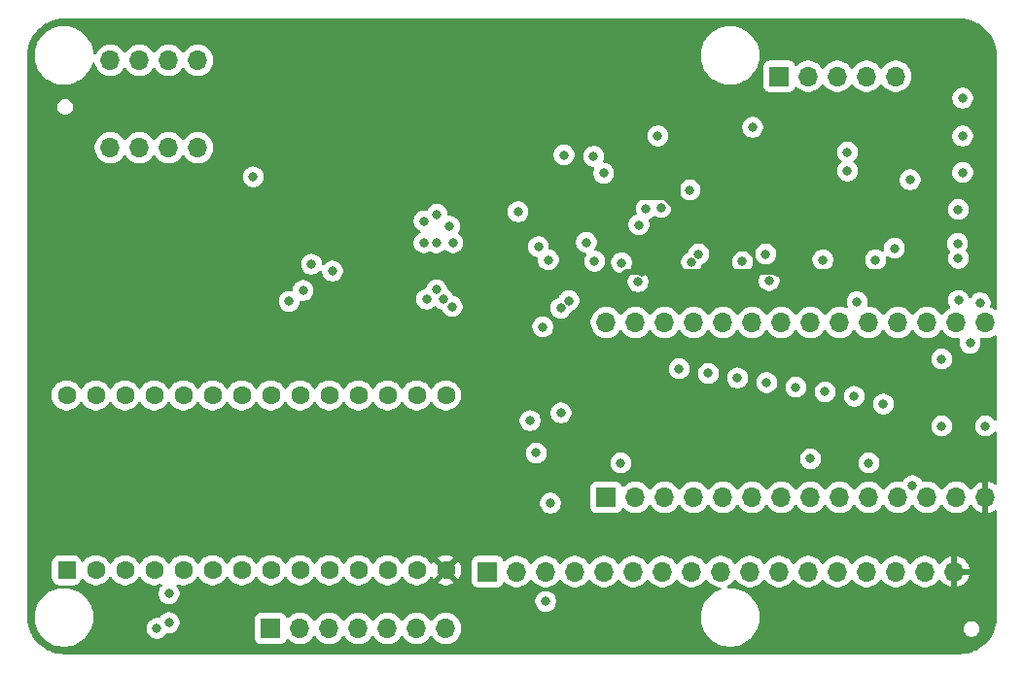
<source format=gbr>
%TF.GenerationSoftware,KiCad,Pcbnew,9.0.0*%
%TF.CreationDate,2025-03-24T16:34:57+00:00*%
%TF.ProjectId,SimplifiedInstallModule,53696d70-6c69-4666-9965-64496e737461,01*%
%TF.SameCoordinates,Original*%
%TF.FileFunction,Copper,L2,Inr*%
%TF.FilePolarity,Positive*%
%FSLAX46Y46*%
G04 Gerber Fmt 4.6, Leading zero omitted, Abs format (unit mm)*
G04 Created by KiCad (PCBNEW 9.0.0) date 2025-03-24 16:34:57*
%MOMM*%
%LPD*%
G01*
G04 APERTURE LIST*
G04 Aperture macros list*
%AMRoundRect*
0 Rectangle with rounded corners*
0 $1 Rounding radius*
0 $2 $3 $4 $5 $6 $7 $8 $9 X,Y pos of 4 corners*
0 Add a 4 corners polygon primitive as box body*
4,1,4,$2,$3,$4,$5,$6,$7,$8,$9,$2,$3,0*
0 Add four circle primitives for the rounded corners*
1,1,$1+$1,$2,$3*
1,1,$1+$1,$4,$5*
1,1,$1+$1,$6,$7*
1,1,$1+$1,$8,$9*
0 Add four rect primitives between the rounded corners*
20,1,$1+$1,$2,$3,$4,$5,0*
20,1,$1+$1,$4,$5,$6,$7,0*
20,1,$1+$1,$6,$7,$8,$9,0*
20,1,$1+$1,$8,$9,$2,$3,0*%
G04 Aperture macros list end*
%TA.AperFunction,ComponentPad*%
%ADD10RoundRect,0.250000X0.550000X-0.550000X0.550000X0.550000X-0.550000X0.550000X-0.550000X-0.550000X0*%
%TD*%
%TA.AperFunction,ComponentPad*%
%ADD11C,1.600000*%
%TD*%
%TA.AperFunction,ComponentPad*%
%ADD12R,1.700000X1.700000*%
%TD*%
%TA.AperFunction,ComponentPad*%
%ADD13O,1.700000X1.700000*%
%TD*%
%TA.AperFunction,ViaPad*%
%ADD14C,0.800000*%
%TD*%
%TA.AperFunction,Conductor*%
%ADD15C,0.500000*%
%TD*%
G04 APERTURE END LIST*
D10*
X101518861Y-113939621D03*
D11*
X104058861Y-113939621D03*
X106598861Y-113939621D03*
X109138861Y-113939621D03*
X111678861Y-113939621D03*
X114218861Y-113939621D03*
X116758861Y-113939621D03*
X119298861Y-113939621D03*
X121838861Y-113939621D03*
X124378861Y-113939621D03*
X126918861Y-113939621D03*
X129458861Y-113939621D03*
X131998861Y-113939621D03*
X134538861Y-113939621D03*
X134538861Y-98699621D03*
X131998861Y-98699621D03*
X129458861Y-98699621D03*
X126918861Y-98699621D03*
X124378861Y-98699621D03*
X121838861Y-98699621D03*
X119298861Y-98699621D03*
X116758861Y-98699621D03*
X114218861Y-98699621D03*
X111678861Y-98699621D03*
X109138861Y-98699621D03*
X106598861Y-98699621D03*
X104058861Y-98699621D03*
X101518861Y-98699621D03*
D12*
X119290857Y-119019621D03*
D13*
X121830857Y-119019621D03*
X124370857Y-119019621D03*
X126910857Y-119019621D03*
X129450857Y-119019621D03*
X131990857Y-119019621D03*
X134530857Y-119019621D03*
D12*
X148500857Y-107589621D03*
D13*
X151040857Y-107589621D03*
X153580857Y-107589621D03*
X156120857Y-107589621D03*
X158660857Y-107589621D03*
X161200857Y-107589621D03*
X163740857Y-107589621D03*
X166280857Y-107589621D03*
X168820857Y-107589621D03*
X171360857Y-107589621D03*
X173900857Y-107589621D03*
X176440857Y-107589621D03*
X178980857Y-107589621D03*
X181520857Y-107589621D03*
X112940857Y-69489621D03*
X110400857Y-69489621D03*
X107860857Y-69489621D03*
X105320857Y-69489621D03*
D12*
X138150857Y-114059621D03*
D13*
X140690857Y-114059621D03*
X143230857Y-114059621D03*
X145770857Y-114059621D03*
X148310857Y-114059621D03*
X150850857Y-114059621D03*
X153390857Y-114059621D03*
X155930857Y-114059621D03*
X158470857Y-114059621D03*
X161010857Y-114059621D03*
X163550857Y-114059621D03*
X166090857Y-114059621D03*
X168630857Y-114059621D03*
X171170857Y-114059621D03*
X173710857Y-114059621D03*
X176250857Y-114059621D03*
X178790857Y-114059621D03*
X105320857Y-77109621D03*
X107860857Y-77109621D03*
X110400857Y-77109621D03*
X112940857Y-77109621D03*
X181520857Y-92349621D03*
X178980857Y-92349621D03*
X176440857Y-92349621D03*
X173900857Y-92349621D03*
X171360857Y-92349621D03*
X168820857Y-92349621D03*
X166280857Y-92349621D03*
X163740857Y-92349621D03*
X161200857Y-92349621D03*
X158660857Y-92349621D03*
X156120857Y-92349621D03*
X153580857Y-92349621D03*
X151040857Y-92349621D03*
X148500857Y-92349621D03*
D12*
X163550857Y-70879621D03*
D13*
X166090857Y-70879621D03*
X168630857Y-70879621D03*
X171170857Y-70879621D03*
X173710857Y-70879621D03*
D14*
X169499857Y-77483621D03*
X151973857Y-82436621D03*
X148281857Y-79336610D03*
X152989857Y-76086621D03*
X144813857Y-77737621D03*
X173589857Y-85865621D03*
X177710857Y-101366621D03*
X140823857Y-82690621D03*
X161244857Y-75324621D03*
X167360857Y-86881621D03*
X151268217Y-88790433D03*
X160355857Y-87048621D03*
X155930778Y-87097621D03*
X149834857Y-87135621D03*
X171938857Y-86881621D03*
X109384857Y-119019621D03*
X181520857Y-101366621D03*
X117766857Y-79649621D03*
X179151532Y-82498332D03*
X177710857Y-95524621D03*
X142601857Y-85738621D03*
X162678463Y-88697621D03*
X179086857Y-85456751D03*
X179148857Y-86754621D03*
X157815857Y-85611621D03*
X151592857Y-87897621D03*
X163403857Y-87897621D03*
X143567857Y-79314622D03*
X169880857Y-85865621D03*
X175170857Y-90141621D03*
X158323857Y-73368821D03*
X164800857Y-82563621D03*
X155783857Y-79134621D03*
X149433857Y-78372621D03*
X151338857Y-83833621D03*
X162387857Y-86373621D03*
X156545857Y-86373621D03*
X147491357Y-87008621D03*
X174960857Y-79896621D03*
X169499857Y-79134621D03*
X143450857Y-86881621D03*
X142976857Y-92723621D03*
X142404857Y-103726621D03*
X171360857Y-104578621D03*
X149770857Y-104578621D03*
X141876857Y-100898621D03*
X172630857Y-99461621D03*
X170090857Y-98786621D03*
X167550857Y-98385621D03*
X165010857Y-97984621D03*
X162470857Y-97583621D03*
X159930857Y-97182621D03*
X157390857Y-96781621D03*
X154850857Y-96380621D03*
X122837857Y-87269621D03*
X135077857Y-90952621D03*
X132857395Y-90317621D03*
X122112857Y-89553621D03*
X133731787Y-89496902D03*
X120886559Y-90499919D03*
X134308395Y-90313925D03*
X124661857Y-87867621D03*
X133697857Y-85397621D03*
X133768857Y-82921901D03*
X134851156Y-83947621D03*
X135147857Y-85397621D03*
X132625857Y-83496621D03*
X132625857Y-85397621D03*
X179532857Y-76086621D03*
X166280857Y-104227621D03*
X179532857Y-72784621D03*
X181056857Y-90634621D03*
X180176655Y-94140419D03*
X144554487Y-91092337D03*
X144567857Y-100223621D03*
X147401857Y-77864621D03*
X179532857Y-79261621D03*
X146766857Y-85357621D03*
X179160204Y-90419968D03*
X175170857Y-106573621D03*
X155783857Y-80785621D03*
X143644093Y-108090621D03*
X145242857Y-90437621D03*
X110434857Y-115990621D03*
X110434857Y-118523621D03*
X153269857Y-82309621D03*
X170336063Y-90548621D03*
X143230857Y-116669671D03*
D15*
X157815857Y-82563621D02*
X164800857Y-82563621D01*
X146756790Y-108247688D02*
X146756790Y-91346474D01*
X134530857Y-113939621D02*
X138975857Y-109494621D01*
X155199657Y-73368821D02*
X154767857Y-73800621D01*
X154767857Y-79134621D02*
X154767857Y-73800621D01*
X157815857Y-87897621D02*
X163403857Y-87897621D01*
X143567857Y-79314622D02*
X143567857Y-80989621D01*
X157815857Y-85611621D02*
X157815857Y-82563621D01*
X154767857Y-82563621D02*
X157815857Y-82563621D01*
X145509857Y-109494621D02*
X146756790Y-108247688D01*
X164800857Y-87897621D02*
X163403857Y-87897621D01*
X157815857Y-85611621D02*
X157815857Y-87897621D01*
X157815857Y-87897621D02*
X151592857Y-87897621D01*
X175170857Y-90141621D02*
X175170857Y-87897621D01*
X150205643Y-87897621D02*
X151592857Y-87897621D01*
X153624857Y-81420621D02*
X154767857Y-82563621D01*
X155783857Y-79134621D02*
X154767857Y-79134621D01*
X164800857Y-82563621D02*
X164800857Y-87897621D01*
X138975857Y-109494621D02*
X145509857Y-109494621D01*
X143567857Y-80989621D02*
X143998857Y-81420621D01*
X146756790Y-91346474D02*
X150205643Y-87897621D01*
X169880857Y-85865621D02*
X169880857Y-87897621D01*
X149433857Y-78372621D02*
X149433857Y-81420621D01*
X153624857Y-81420621D02*
X149433857Y-81420621D01*
X164800857Y-87897621D02*
X169880857Y-87897621D01*
X149433857Y-81420621D02*
X143998857Y-81420621D01*
X158323857Y-73368821D02*
X155199657Y-73368821D01*
X154767857Y-82563621D02*
X154767857Y-79134621D01*
X169880857Y-87897621D02*
X175170857Y-87897621D01*
%TA.AperFunction,Conductor*%
G36*
X179243266Y-65860122D02*
G01*
X179287570Y-65860121D01*
X179294162Y-65860293D01*
X179618704Y-65877298D01*
X179631815Y-65878675D01*
X179949561Y-65928998D01*
X179962453Y-65931739D01*
X180273201Y-66015000D01*
X180285724Y-66019069D01*
X180586062Y-66134355D01*
X180598104Y-66139717D01*
X180884741Y-66285764D01*
X180896151Y-66292350D01*
X181165967Y-66467569D01*
X181176625Y-66475313D01*
X181426629Y-66677762D01*
X181436430Y-66686586D01*
X181663905Y-66914059D01*
X181672722Y-66923851D01*
X181875181Y-67173866D01*
X181882924Y-67184524D01*
X182058131Y-67454318D01*
X182064726Y-67465740D01*
X182210775Y-67752378D01*
X182216139Y-67764427D01*
X182331419Y-68064744D01*
X182335495Y-68077287D01*
X182418756Y-68388024D01*
X182421498Y-68400925D01*
X182471821Y-68718662D01*
X182473199Y-68731779D01*
X182490183Y-69055896D01*
X182490356Y-69062487D01*
X182490356Y-69086440D01*
X182490356Y-69107214D01*
X182490356Y-69107216D01*
X182490357Y-69117369D01*
X182490357Y-91127516D01*
X182470355Y-91195637D01*
X182416699Y-91242130D01*
X182346425Y-91252234D01*
X182290296Y-91229452D01*
X182232869Y-91187729D01*
X182232868Y-91187728D01*
X182232866Y-91187727D01*
X182042340Y-91090649D01*
X182042335Y-91090647D01*
X182042330Y-91090645D01*
X182003610Y-91078064D01*
X181945005Y-91037990D01*
X181917369Y-90972593D01*
X181926141Y-90910010D01*
X181930442Y-90899626D01*
X181930443Y-90899623D01*
X181930444Y-90899621D01*
X181965357Y-90724100D01*
X181965357Y-90545142D01*
X181930444Y-90369621D01*
X181861959Y-90204285D01*
X181762535Y-90055486D01*
X181635992Y-89928943D01*
X181487193Y-89829519D01*
X181370286Y-89781094D01*
X181321860Y-89761035D01*
X181321858Y-89761034D01*
X181321857Y-89761034D01*
X181208485Y-89738483D01*
X181146338Y-89726121D01*
X181146336Y-89726121D01*
X180967378Y-89726121D01*
X180967375Y-89726121D01*
X180836628Y-89752128D01*
X180791857Y-89761034D01*
X180791856Y-89761034D01*
X180791853Y-89761035D01*
X180626519Y-89829520D01*
X180477726Y-89928940D01*
X180477719Y-89928945D01*
X180351181Y-90055483D01*
X180351175Y-90055490D01*
X180260142Y-90191731D01*
X180205665Y-90237259D01*
X180135222Y-90246106D01*
X180071178Y-90215465D01*
X180036289Y-90160633D01*
X180036160Y-90160687D01*
X180035854Y-90159949D01*
X180034798Y-90158289D01*
X180033792Y-90154974D01*
X180033791Y-90154968D01*
X179965306Y-89989632D01*
X179865882Y-89840833D01*
X179739339Y-89714290D01*
X179590540Y-89614866D01*
X179467822Y-89564034D01*
X179425207Y-89546382D01*
X179425205Y-89546381D01*
X179425204Y-89546381D01*
X179336849Y-89528806D01*
X179249685Y-89511468D01*
X179249683Y-89511468D01*
X179070725Y-89511468D01*
X179070722Y-89511468D01*
X178939975Y-89537475D01*
X178895204Y-89546381D01*
X178895203Y-89546381D01*
X178895200Y-89546382D01*
X178764106Y-89600684D01*
X178749146Y-89606881D01*
X178729866Y-89614867D01*
X178581073Y-89714287D01*
X178581066Y-89714292D01*
X178454528Y-89840830D01*
X178454523Y-89840837D01*
X178355103Y-89989630D01*
X178286618Y-90154964D01*
X178286617Y-90154967D01*
X178286617Y-90154968D01*
X178283106Y-90172621D01*
X178251704Y-90330486D01*
X178251704Y-90509449D01*
X178269042Y-90596613D01*
X178282048Y-90661999D01*
X178286618Y-90684971D01*
X178355102Y-90850304D01*
X178422615Y-90951345D01*
X178443829Y-91019098D01*
X178425046Y-91087565D01*
X178375052Y-91133612D01*
X178268850Y-91187725D01*
X178268849Y-91187725D01*
X178095850Y-91313417D01*
X178095847Y-91313419D01*
X177944655Y-91464611D01*
X177944653Y-91464614D01*
X177818965Y-91637608D01*
X177818291Y-91638709D01*
X177817925Y-91639039D01*
X177816053Y-91641617D01*
X177815511Y-91641223D01*
X177765644Y-91686342D01*
X177695602Y-91697949D01*
X177630404Y-91669847D01*
X177605833Y-91641491D01*
X177605661Y-91641617D01*
X177604198Y-91639603D01*
X177603423Y-91638709D01*
X177602753Y-91637617D01*
X177602751Y-91637612D01*
X177477063Y-91464617D01*
X177477060Y-91464614D01*
X177477058Y-91464611D01*
X177325866Y-91313419D01*
X177325863Y-91313417D01*
X177325861Y-91313415D01*
X177157657Y-91191208D01*
X177152869Y-91187729D01*
X177152868Y-91187728D01*
X177152866Y-91187727D01*
X176962340Y-91090649D01*
X176962337Y-91090648D01*
X176962335Y-91090647D01*
X176758977Y-91024573D01*
X176758980Y-91024573D01*
X176719658Y-91018345D01*
X176547773Y-90991121D01*
X176333941Y-90991121D01*
X176130766Y-91023301D01*
X176122735Y-91024573D01*
X175919378Y-91090647D01*
X175919372Y-91090650D01*
X175728844Y-91187729D01*
X175555850Y-91313417D01*
X175555847Y-91313419D01*
X175404655Y-91464611D01*
X175404653Y-91464614D01*
X175278965Y-91637608D01*
X175278291Y-91638709D01*
X175277925Y-91639039D01*
X175276053Y-91641617D01*
X175275511Y-91641223D01*
X175225644Y-91686342D01*
X175155602Y-91697949D01*
X175090404Y-91669847D01*
X175065833Y-91641491D01*
X175065661Y-91641617D01*
X175064198Y-91639603D01*
X175063423Y-91638709D01*
X175062753Y-91637617D01*
X175062751Y-91637612D01*
X174937063Y-91464617D01*
X174937060Y-91464614D01*
X174937058Y-91464611D01*
X174785866Y-91313419D01*
X174785863Y-91313417D01*
X174785861Y-91313415D01*
X174617657Y-91191208D01*
X174612869Y-91187729D01*
X174612868Y-91187728D01*
X174612866Y-91187727D01*
X174422340Y-91090649D01*
X174422337Y-91090648D01*
X174422335Y-91090647D01*
X174218977Y-91024573D01*
X174218980Y-91024573D01*
X174179658Y-91018345D01*
X174007773Y-90991121D01*
X173793941Y-90991121D01*
X173590766Y-91023301D01*
X173582735Y-91024573D01*
X173379378Y-91090647D01*
X173379372Y-91090650D01*
X173188844Y-91187729D01*
X173015850Y-91313417D01*
X173015847Y-91313419D01*
X172864655Y-91464611D01*
X172864653Y-91464614D01*
X172738965Y-91637608D01*
X172738291Y-91638709D01*
X172737925Y-91639039D01*
X172736053Y-91641617D01*
X172735511Y-91641223D01*
X172685644Y-91686342D01*
X172615602Y-91697949D01*
X172550404Y-91669847D01*
X172525833Y-91641491D01*
X172525661Y-91641617D01*
X172524198Y-91639603D01*
X172523423Y-91638709D01*
X172522753Y-91637617D01*
X172522751Y-91637612D01*
X172397063Y-91464617D01*
X172397060Y-91464614D01*
X172397058Y-91464611D01*
X172245866Y-91313419D01*
X172245863Y-91313417D01*
X172245861Y-91313415D01*
X172077657Y-91191208D01*
X172072869Y-91187729D01*
X172072868Y-91187728D01*
X172072866Y-91187727D01*
X171882340Y-91090649D01*
X171882337Y-91090648D01*
X171882335Y-91090647D01*
X171678977Y-91024573D01*
X171678980Y-91024573D01*
X171639658Y-91018345D01*
X171467773Y-90991121D01*
X171324700Y-90991121D01*
X171256579Y-90971119D01*
X171210086Y-90917463D01*
X171199982Y-90847189D01*
X171208292Y-90816902D01*
X171209647Y-90813628D01*
X171209646Y-90813628D01*
X171209650Y-90813621D01*
X171244563Y-90638100D01*
X171244563Y-90459142D01*
X171209650Y-90283621D01*
X171141165Y-90118285D01*
X171041741Y-89969486D01*
X170915198Y-89842943D01*
X170766399Y-89743519D01*
X170648823Y-89694817D01*
X170601066Y-89675035D01*
X170601064Y-89675034D01*
X170601063Y-89675034D01*
X170512708Y-89657459D01*
X170425544Y-89640121D01*
X170425542Y-89640121D01*
X170246584Y-89640121D01*
X170246581Y-89640121D01*
X170115834Y-89666128D01*
X170071063Y-89675034D01*
X170071062Y-89675034D01*
X170071059Y-89675035D01*
X169947729Y-89726121D01*
X169926801Y-89734790D01*
X169905725Y-89743520D01*
X169756932Y-89842940D01*
X169756925Y-89842945D01*
X169630387Y-89969483D01*
X169630382Y-89969490D01*
X169530962Y-90118283D01*
X169462477Y-90283617D01*
X169427563Y-90459139D01*
X169427563Y-90638102D01*
X169462477Y-90813626D01*
X169509462Y-90927056D01*
X169517051Y-90997646D01*
X169485272Y-91061133D01*
X169424214Y-91097360D01*
X169353262Y-91094826D01*
X169344836Y-91091683D01*
X169342341Y-91090649D01*
X169138977Y-91024573D01*
X169138980Y-91024573D01*
X169099658Y-91018345D01*
X168927773Y-90991121D01*
X168713941Y-90991121D01*
X168510766Y-91023301D01*
X168502735Y-91024573D01*
X168299378Y-91090647D01*
X168299372Y-91090650D01*
X168108844Y-91187729D01*
X167935850Y-91313417D01*
X167935847Y-91313419D01*
X167784655Y-91464611D01*
X167784653Y-91464614D01*
X167658965Y-91637608D01*
X167658291Y-91638709D01*
X167657925Y-91639039D01*
X167656053Y-91641617D01*
X167655511Y-91641223D01*
X167605644Y-91686342D01*
X167535602Y-91697949D01*
X167470404Y-91669847D01*
X167445833Y-91641491D01*
X167445661Y-91641617D01*
X167444198Y-91639603D01*
X167443423Y-91638709D01*
X167442753Y-91637617D01*
X167442751Y-91637612D01*
X167317063Y-91464617D01*
X167317060Y-91464614D01*
X167317058Y-91464611D01*
X167165866Y-91313419D01*
X167165863Y-91313417D01*
X167165861Y-91313415D01*
X166997657Y-91191208D01*
X166992869Y-91187729D01*
X166992868Y-91187728D01*
X166992866Y-91187727D01*
X166802340Y-91090649D01*
X166802337Y-91090648D01*
X166802335Y-91090647D01*
X166598977Y-91024573D01*
X166598980Y-91024573D01*
X166559658Y-91018345D01*
X166387773Y-90991121D01*
X166173941Y-90991121D01*
X165970766Y-91023301D01*
X165962735Y-91024573D01*
X165759378Y-91090647D01*
X165759372Y-91090650D01*
X165568844Y-91187729D01*
X165395850Y-91313417D01*
X165395847Y-91313419D01*
X165244655Y-91464611D01*
X165244653Y-91464614D01*
X165118965Y-91637608D01*
X165118291Y-91638709D01*
X165117925Y-91639039D01*
X165116053Y-91641617D01*
X165115511Y-91641223D01*
X165065644Y-91686342D01*
X164995602Y-91697949D01*
X164930404Y-91669847D01*
X164905833Y-91641491D01*
X164905661Y-91641617D01*
X164904198Y-91639603D01*
X164903423Y-91638709D01*
X164902753Y-91637617D01*
X164902751Y-91637612D01*
X164777063Y-91464617D01*
X164777060Y-91464614D01*
X164777058Y-91464611D01*
X164625866Y-91313419D01*
X164625863Y-91313417D01*
X164625861Y-91313415D01*
X164457657Y-91191208D01*
X164452869Y-91187729D01*
X164452868Y-91187728D01*
X164452866Y-91187727D01*
X164262340Y-91090649D01*
X164262337Y-91090648D01*
X164262335Y-91090647D01*
X164058977Y-91024573D01*
X164058980Y-91024573D01*
X164019658Y-91018345D01*
X163847773Y-90991121D01*
X163633941Y-90991121D01*
X163430766Y-91023301D01*
X163422735Y-91024573D01*
X163219378Y-91090647D01*
X163219372Y-91090650D01*
X163028844Y-91187729D01*
X162855850Y-91313417D01*
X162855847Y-91313419D01*
X162704655Y-91464611D01*
X162704653Y-91464614D01*
X162578965Y-91637608D01*
X162578291Y-91638709D01*
X162577925Y-91639039D01*
X162576053Y-91641617D01*
X162575511Y-91641223D01*
X162525644Y-91686342D01*
X162455602Y-91697949D01*
X162390404Y-91669847D01*
X162365833Y-91641491D01*
X162365661Y-91641617D01*
X162364198Y-91639603D01*
X162363423Y-91638709D01*
X162362753Y-91637617D01*
X162362751Y-91637612D01*
X162237063Y-91464617D01*
X162237060Y-91464614D01*
X162237058Y-91464611D01*
X162085866Y-91313419D01*
X162085863Y-91313417D01*
X162085861Y-91313415D01*
X161917657Y-91191208D01*
X161912869Y-91187729D01*
X161912868Y-91187728D01*
X161912866Y-91187727D01*
X161722340Y-91090649D01*
X161722337Y-91090648D01*
X161722335Y-91090647D01*
X161518977Y-91024573D01*
X161518980Y-91024573D01*
X161479658Y-91018345D01*
X161307773Y-90991121D01*
X161093941Y-90991121D01*
X160890766Y-91023301D01*
X160882735Y-91024573D01*
X160679378Y-91090647D01*
X160679372Y-91090650D01*
X160488844Y-91187729D01*
X160315850Y-91313417D01*
X160315847Y-91313419D01*
X160164655Y-91464611D01*
X160164653Y-91464614D01*
X160038965Y-91637608D01*
X160038291Y-91638709D01*
X160037925Y-91639039D01*
X160036053Y-91641617D01*
X160035511Y-91641223D01*
X159985644Y-91686342D01*
X159915602Y-91697949D01*
X159850404Y-91669847D01*
X159825833Y-91641491D01*
X159825661Y-91641617D01*
X159824198Y-91639603D01*
X159823423Y-91638709D01*
X159822753Y-91637617D01*
X159822751Y-91637612D01*
X159697063Y-91464617D01*
X159697060Y-91464614D01*
X159697058Y-91464611D01*
X159545866Y-91313419D01*
X159545863Y-91313417D01*
X159545861Y-91313415D01*
X159377657Y-91191208D01*
X159372869Y-91187729D01*
X159372868Y-91187728D01*
X159372866Y-91187727D01*
X159182340Y-91090649D01*
X159182337Y-91090648D01*
X159182335Y-91090647D01*
X158978977Y-91024573D01*
X158978980Y-91024573D01*
X158939658Y-91018345D01*
X158767773Y-90991121D01*
X158553941Y-90991121D01*
X158350766Y-91023301D01*
X158342735Y-91024573D01*
X158139378Y-91090647D01*
X158139372Y-91090650D01*
X157948844Y-91187729D01*
X157775850Y-91313417D01*
X157775847Y-91313419D01*
X157624655Y-91464611D01*
X157624653Y-91464614D01*
X157498965Y-91637608D01*
X157498291Y-91638709D01*
X157497925Y-91639039D01*
X157496053Y-91641617D01*
X157495511Y-91641223D01*
X157445644Y-91686342D01*
X157375602Y-91697949D01*
X157310404Y-91669847D01*
X157285833Y-91641491D01*
X157285661Y-91641617D01*
X157284198Y-91639603D01*
X157283423Y-91638709D01*
X157282753Y-91637617D01*
X157282751Y-91637612D01*
X157157063Y-91464617D01*
X157157060Y-91464614D01*
X157157058Y-91464611D01*
X157005866Y-91313419D01*
X157005863Y-91313417D01*
X157005861Y-91313415D01*
X156837657Y-91191208D01*
X156832869Y-91187729D01*
X156832868Y-91187728D01*
X156832866Y-91187727D01*
X156642340Y-91090649D01*
X156642337Y-91090648D01*
X156642335Y-91090647D01*
X156438977Y-91024573D01*
X156438980Y-91024573D01*
X156399658Y-91018345D01*
X156227773Y-90991121D01*
X156013941Y-90991121D01*
X155810766Y-91023301D01*
X155802735Y-91024573D01*
X155599378Y-91090647D01*
X155599372Y-91090650D01*
X155408844Y-91187729D01*
X155235850Y-91313417D01*
X155235847Y-91313419D01*
X155084655Y-91464611D01*
X155084653Y-91464614D01*
X154958965Y-91637608D01*
X154958291Y-91638709D01*
X154957925Y-91639039D01*
X154956053Y-91641617D01*
X154955511Y-91641223D01*
X154905644Y-91686342D01*
X154835602Y-91697949D01*
X154770404Y-91669847D01*
X154745833Y-91641491D01*
X154745661Y-91641617D01*
X154744198Y-91639603D01*
X154743423Y-91638709D01*
X154742753Y-91637617D01*
X154742751Y-91637612D01*
X154617063Y-91464617D01*
X154617060Y-91464614D01*
X154617058Y-91464611D01*
X154465866Y-91313419D01*
X154465863Y-91313417D01*
X154465861Y-91313415D01*
X154297657Y-91191208D01*
X154292869Y-91187729D01*
X154292868Y-91187728D01*
X154292866Y-91187727D01*
X154102340Y-91090649D01*
X154102337Y-91090648D01*
X154102335Y-91090647D01*
X153898977Y-91024573D01*
X153898980Y-91024573D01*
X153859658Y-91018345D01*
X153687773Y-90991121D01*
X153473941Y-90991121D01*
X153270766Y-91023301D01*
X153262735Y-91024573D01*
X153059378Y-91090647D01*
X153059372Y-91090650D01*
X152868844Y-91187729D01*
X152695850Y-91313417D01*
X152695847Y-91313419D01*
X152544655Y-91464611D01*
X152544653Y-91464614D01*
X152418965Y-91637608D01*
X152418291Y-91638709D01*
X152417925Y-91639039D01*
X152416053Y-91641617D01*
X152415511Y-91641223D01*
X152365644Y-91686342D01*
X152295602Y-91697949D01*
X152230404Y-91669847D01*
X152205833Y-91641491D01*
X152205661Y-91641617D01*
X152204198Y-91639603D01*
X152203423Y-91638709D01*
X152202753Y-91637617D01*
X152202751Y-91637612D01*
X152077063Y-91464617D01*
X152077060Y-91464614D01*
X152077058Y-91464611D01*
X151925866Y-91313419D01*
X151925863Y-91313417D01*
X151925861Y-91313415D01*
X151757657Y-91191208D01*
X151752869Y-91187729D01*
X151752868Y-91187728D01*
X151752866Y-91187727D01*
X151562340Y-91090649D01*
X151562337Y-91090648D01*
X151562335Y-91090647D01*
X151358977Y-91024573D01*
X151358980Y-91024573D01*
X151319658Y-91018345D01*
X151147773Y-90991121D01*
X150933941Y-90991121D01*
X150730766Y-91023301D01*
X150722735Y-91024573D01*
X150519378Y-91090647D01*
X150519372Y-91090650D01*
X150328844Y-91187729D01*
X150155850Y-91313417D01*
X150155847Y-91313419D01*
X150004655Y-91464611D01*
X150004653Y-91464614D01*
X149878965Y-91637608D01*
X149878291Y-91638709D01*
X149877925Y-91639039D01*
X149876053Y-91641617D01*
X149875511Y-91641223D01*
X149825644Y-91686342D01*
X149755602Y-91697949D01*
X149690404Y-91669847D01*
X149665833Y-91641491D01*
X149665661Y-91641617D01*
X149664198Y-91639603D01*
X149663423Y-91638709D01*
X149662753Y-91637617D01*
X149662751Y-91637612D01*
X149537063Y-91464617D01*
X149537060Y-91464614D01*
X149537058Y-91464611D01*
X149385866Y-91313419D01*
X149385863Y-91313417D01*
X149385861Y-91313415D01*
X149217657Y-91191208D01*
X149212869Y-91187729D01*
X149212868Y-91187728D01*
X149212866Y-91187727D01*
X149022340Y-91090649D01*
X149022337Y-91090648D01*
X149022335Y-91090647D01*
X148818977Y-91024573D01*
X148818980Y-91024573D01*
X148779658Y-91018345D01*
X148607773Y-90991121D01*
X148393941Y-90991121D01*
X148190766Y-91023301D01*
X148182735Y-91024573D01*
X147979378Y-91090647D01*
X147979372Y-91090650D01*
X147788844Y-91187729D01*
X147615850Y-91313417D01*
X147615847Y-91313419D01*
X147464655Y-91464611D01*
X147464653Y-91464614D01*
X147338965Y-91637608D01*
X147241886Y-91828136D01*
X147241883Y-91828142D01*
X147175809Y-92031499D01*
X147175808Y-92031504D01*
X147175808Y-92031505D01*
X147142357Y-92242705D01*
X147142357Y-92456537D01*
X147170487Y-92634139D01*
X147175809Y-92667742D01*
X147241883Y-92871099D01*
X147241885Y-92871104D01*
X147338963Y-93061630D01*
X147464651Y-93234625D01*
X147464653Y-93234627D01*
X147464655Y-93234630D01*
X147615847Y-93385822D01*
X147615850Y-93385824D01*
X147615853Y-93385827D01*
X147788848Y-93511515D01*
X147979374Y-93608593D01*
X148182735Y-93674668D01*
X148182736Y-93674668D01*
X148182741Y-93674670D01*
X148393941Y-93708121D01*
X148393944Y-93708121D01*
X148607770Y-93708121D01*
X148607773Y-93708121D01*
X148818973Y-93674670D01*
X149022340Y-93608593D01*
X149212866Y-93511515D01*
X149385861Y-93385827D01*
X149537063Y-93234625D01*
X149662751Y-93061630D01*
X149662756Y-93061618D01*
X149663418Y-93060541D01*
X149663781Y-93060212D01*
X149665661Y-93057625D01*
X149666204Y-93058019D01*
X149716061Y-93012904D01*
X149786101Y-93001291D01*
X149851302Y-93029387D01*
X149875878Y-93057751D01*
X149876053Y-93057625D01*
X149877525Y-93059651D01*
X149878296Y-93060541D01*
X149878962Y-93061628D01*
X149878963Y-93061630D01*
X150004651Y-93234625D01*
X150004653Y-93234627D01*
X150004655Y-93234630D01*
X150155847Y-93385822D01*
X150155850Y-93385824D01*
X150155853Y-93385827D01*
X150328848Y-93511515D01*
X150519374Y-93608593D01*
X150722735Y-93674668D01*
X150722736Y-93674668D01*
X150722741Y-93674670D01*
X150933941Y-93708121D01*
X150933944Y-93708121D01*
X151147770Y-93708121D01*
X151147773Y-93708121D01*
X151358973Y-93674670D01*
X151562340Y-93608593D01*
X151752866Y-93511515D01*
X151925861Y-93385827D01*
X152077063Y-93234625D01*
X152202751Y-93061630D01*
X152202756Y-93061618D01*
X152203418Y-93060541D01*
X152203781Y-93060212D01*
X152205661Y-93057625D01*
X152206204Y-93058019D01*
X152256061Y-93012904D01*
X152326101Y-93001291D01*
X152391302Y-93029387D01*
X152415878Y-93057751D01*
X152416053Y-93057625D01*
X152417525Y-93059651D01*
X152418296Y-93060541D01*
X152418962Y-93061628D01*
X152418963Y-93061630D01*
X152544651Y-93234625D01*
X152544653Y-93234627D01*
X152544655Y-93234630D01*
X152695847Y-93385822D01*
X152695850Y-93385824D01*
X152695853Y-93385827D01*
X152868848Y-93511515D01*
X153059374Y-93608593D01*
X153262735Y-93674668D01*
X153262736Y-93674668D01*
X153262741Y-93674670D01*
X153473941Y-93708121D01*
X153473944Y-93708121D01*
X153687770Y-93708121D01*
X153687773Y-93708121D01*
X153898973Y-93674670D01*
X154102340Y-93608593D01*
X154292866Y-93511515D01*
X154465861Y-93385827D01*
X154617063Y-93234625D01*
X154742751Y-93061630D01*
X154742756Y-93061618D01*
X154743418Y-93060541D01*
X154743781Y-93060212D01*
X154745661Y-93057625D01*
X154746204Y-93058019D01*
X154796061Y-93012904D01*
X154866101Y-93001291D01*
X154931302Y-93029387D01*
X154955878Y-93057751D01*
X154956053Y-93057625D01*
X154957525Y-93059651D01*
X154958296Y-93060541D01*
X154958962Y-93061628D01*
X154958963Y-93061630D01*
X155084651Y-93234625D01*
X155084653Y-93234627D01*
X155084655Y-93234630D01*
X155235847Y-93385822D01*
X155235850Y-93385824D01*
X155235853Y-93385827D01*
X155408848Y-93511515D01*
X155599374Y-93608593D01*
X155802735Y-93674668D01*
X155802736Y-93674668D01*
X155802741Y-93674670D01*
X156013941Y-93708121D01*
X156013944Y-93708121D01*
X156227770Y-93708121D01*
X156227773Y-93708121D01*
X156438973Y-93674670D01*
X156642340Y-93608593D01*
X156832866Y-93511515D01*
X157005861Y-93385827D01*
X157157063Y-93234625D01*
X157282751Y-93061630D01*
X157282756Y-93061618D01*
X157283418Y-93060541D01*
X157283781Y-93060212D01*
X157285661Y-93057625D01*
X157286204Y-93058019D01*
X157336061Y-93012904D01*
X157406101Y-93001291D01*
X157471302Y-93029387D01*
X157495878Y-93057751D01*
X157496053Y-93057625D01*
X157497525Y-93059651D01*
X157498296Y-93060541D01*
X157498962Y-93061628D01*
X157498963Y-93061630D01*
X157624651Y-93234625D01*
X157624653Y-93234627D01*
X157624655Y-93234630D01*
X157775847Y-93385822D01*
X157775850Y-93385824D01*
X157775853Y-93385827D01*
X157948848Y-93511515D01*
X158139374Y-93608593D01*
X158342735Y-93674668D01*
X158342736Y-93674668D01*
X158342741Y-93674670D01*
X158553941Y-93708121D01*
X158553944Y-93708121D01*
X158767770Y-93708121D01*
X158767773Y-93708121D01*
X158978973Y-93674670D01*
X159182340Y-93608593D01*
X159372866Y-93511515D01*
X159545861Y-93385827D01*
X159697063Y-93234625D01*
X159822751Y-93061630D01*
X159822756Y-93061618D01*
X159823418Y-93060541D01*
X159823781Y-93060212D01*
X159825661Y-93057625D01*
X159826204Y-93058019D01*
X159876061Y-93012904D01*
X159946101Y-93001291D01*
X160011302Y-93029387D01*
X160035878Y-93057751D01*
X160036053Y-93057625D01*
X160037525Y-93059651D01*
X160038296Y-93060541D01*
X160038962Y-93061628D01*
X160038963Y-93061630D01*
X160164651Y-93234625D01*
X160164653Y-93234627D01*
X160164655Y-93234630D01*
X160315847Y-93385822D01*
X160315850Y-93385824D01*
X160315853Y-93385827D01*
X160488848Y-93511515D01*
X160679374Y-93608593D01*
X160882735Y-93674668D01*
X160882736Y-93674668D01*
X160882741Y-93674670D01*
X161093941Y-93708121D01*
X161093944Y-93708121D01*
X161307770Y-93708121D01*
X161307773Y-93708121D01*
X161518973Y-93674670D01*
X161722340Y-93608593D01*
X161912866Y-93511515D01*
X162085861Y-93385827D01*
X162237063Y-93234625D01*
X162362751Y-93061630D01*
X162362756Y-93061618D01*
X162363418Y-93060541D01*
X162363781Y-93060212D01*
X162365661Y-93057625D01*
X162366204Y-93058019D01*
X162416061Y-93012904D01*
X162486101Y-93001291D01*
X162551302Y-93029387D01*
X162575878Y-93057751D01*
X162576053Y-93057625D01*
X162577525Y-93059651D01*
X162578296Y-93060541D01*
X162578962Y-93061628D01*
X162578963Y-93061630D01*
X162704651Y-93234625D01*
X162704653Y-93234627D01*
X162704655Y-93234630D01*
X162855847Y-93385822D01*
X162855850Y-93385824D01*
X162855853Y-93385827D01*
X163028848Y-93511515D01*
X163219374Y-93608593D01*
X163422735Y-93674668D01*
X163422736Y-93674668D01*
X163422741Y-93674670D01*
X163633941Y-93708121D01*
X163633944Y-93708121D01*
X163847770Y-93708121D01*
X163847773Y-93708121D01*
X164058973Y-93674670D01*
X164262340Y-93608593D01*
X164452866Y-93511515D01*
X164625861Y-93385827D01*
X164777063Y-93234625D01*
X164902751Y-93061630D01*
X164902756Y-93061618D01*
X164903418Y-93060541D01*
X164903781Y-93060212D01*
X164905661Y-93057625D01*
X164906204Y-93058019D01*
X164956061Y-93012904D01*
X165026101Y-93001291D01*
X165091302Y-93029387D01*
X165115878Y-93057751D01*
X165116053Y-93057625D01*
X165117525Y-93059651D01*
X165118296Y-93060541D01*
X165118962Y-93061628D01*
X165118963Y-93061630D01*
X165244651Y-93234625D01*
X165244653Y-93234627D01*
X165244655Y-93234630D01*
X165395847Y-93385822D01*
X165395850Y-93385824D01*
X165395853Y-93385827D01*
X165568848Y-93511515D01*
X165759374Y-93608593D01*
X165962735Y-93674668D01*
X165962736Y-93674668D01*
X165962741Y-93674670D01*
X166173941Y-93708121D01*
X166173944Y-93708121D01*
X166387770Y-93708121D01*
X166387773Y-93708121D01*
X166598973Y-93674670D01*
X166802340Y-93608593D01*
X166992866Y-93511515D01*
X167165861Y-93385827D01*
X167317063Y-93234625D01*
X167442751Y-93061630D01*
X167442756Y-93061618D01*
X167443418Y-93060541D01*
X167443781Y-93060212D01*
X167445661Y-93057625D01*
X167446204Y-93058019D01*
X167496061Y-93012904D01*
X167566101Y-93001291D01*
X167631302Y-93029387D01*
X167655878Y-93057751D01*
X167656053Y-93057625D01*
X167657525Y-93059651D01*
X167658296Y-93060541D01*
X167658962Y-93061628D01*
X167658963Y-93061630D01*
X167784651Y-93234625D01*
X167784653Y-93234627D01*
X167784655Y-93234630D01*
X167935847Y-93385822D01*
X167935850Y-93385824D01*
X167935853Y-93385827D01*
X168108848Y-93511515D01*
X168299374Y-93608593D01*
X168502735Y-93674668D01*
X168502736Y-93674668D01*
X168502741Y-93674670D01*
X168713941Y-93708121D01*
X168713944Y-93708121D01*
X168927770Y-93708121D01*
X168927773Y-93708121D01*
X169138973Y-93674670D01*
X169342340Y-93608593D01*
X169532866Y-93511515D01*
X169705861Y-93385827D01*
X169857063Y-93234625D01*
X169982751Y-93061630D01*
X169982756Y-93061618D01*
X169983418Y-93060541D01*
X169983781Y-93060212D01*
X169985661Y-93057625D01*
X169986204Y-93058019D01*
X170036061Y-93012904D01*
X170106101Y-93001291D01*
X170171302Y-93029387D01*
X170195878Y-93057751D01*
X170196053Y-93057625D01*
X170197525Y-93059651D01*
X170198296Y-93060541D01*
X170198962Y-93061628D01*
X170198963Y-93061630D01*
X170324651Y-93234625D01*
X170324653Y-93234627D01*
X170324655Y-93234630D01*
X170475847Y-93385822D01*
X170475850Y-93385824D01*
X170475853Y-93385827D01*
X170648848Y-93511515D01*
X170839374Y-93608593D01*
X171042735Y-93674668D01*
X171042736Y-93674668D01*
X171042741Y-93674670D01*
X171253941Y-93708121D01*
X171253944Y-93708121D01*
X171467770Y-93708121D01*
X171467773Y-93708121D01*
X171678973Y-93674670D01*
X171882340Y-93608593D01*
X172072866Y-93511515D01*
X172245861Y-93385827D01*
X172397063Y-93234625D01*
X172522751Y-93061630D01*
X172522756Y-93061618D01*
X172523418Y-93060541D01*
X172523781Y-93060212D01*
X172525661Y-93057625D01*
X172526204Y-93058019D01*
X172576061Y-93012904D01*
X172646101Y-93001291D01*
X172711302Y-93029387D01*
X172735878Y-93057751D01*
X172736053Y-93057625D01*
X172737525Y-93059651D01*
X172738296Y-93060541D01*
X172738962Y-93061628D01*
X172738963Y-93061630D01*
X172864651Y-93234625D01*
X172864653Y-93234627D01*
X172864655Y-93234630D01*
X173015847Y-93385822D01*
X173015850Y-93385824D01*
X173015853Y-93385827D01*
X173188848Y-93511515D01*
X173379374Y-93608593D01*
X173582735Y-93674668D01*
X173582736Y-93674668D01*
X173582741Y-93674670D01*
X173793941Y-93708121D01*
X173793944Y-93708121D01*
X174007770Y-93708121D01*
X174007773Y-93708121D01*
X174218973Y-93674670D01*
X174422340Y-93608593D01*
X174612866Y-93511515D01*
X174785861Y-93385827D01*
X174937063Y-93234625D01*
X175062751Y-93061630D01*
X175062756Y-93061618D01*
X175063418Y-93060541D01*
X175063781Y-93060212D01*
X175065661Y-93057625D01*
X175066204Y-93058019D01*
X175116061Y-93012904D01*
X175186101Y-93001291D01*
X175251302Y-93029387D01*
X175275878Y-93057751D01*
X175276053Y-93057625D01*
X175277525Y-93059651D01*
X175278296Y-93060541D01*
X175278962Y-93061628D01*
X175278963Y-93061630D01*
X175404651Y-93234625D01*
X175404653Y-93234627D01*
X175404655Y-93234630D01*
X175555847Y-93385822D01*
X175555850Y-93385824D01*
X175555853Y-93385827D01*
X175728848Y-93511515D01*
X175919374Y-93608593D01*
X176122735Y-93674668D01*
X176122736Y-93674668D01*
X176122741Y-93674670D01*
X176333941Y-93708121D01*
X176333944Y-93708121D01*
X176547770Y-93708121D01*
X176547773Y-93708121D01*
X176758973Y-93674670D01*
X176962340Y-93608593D01*
X177152866Y-93511515D01*
X177325861Y-93385827D01*
X177477063Y-93234625D01*
X177602751Y-93061630D01*
X177602756Y-93061618D01*
X177603418Y-93060541D01*
X177603781Y-93060212D01*
X177605661Y-93057625D01*
X177606204Y-93058019D01*
X177656061Y-93012904D01*
X177726101Y-93001291D01*
X177791302Y-93029387D01*
X177815878Y-93057751D01*
X177816053Y-93057625D01*
X177817525Y-93059651D01*
X177818296Y-93060541D01*
X177818962Y-93061628D01*
X177818963Y-93061630D01*
X177944651Y-93234625D01*
X177944653Y-93234627D01*
X177944655Y-93234630D01*
X178095847Y-93385822D01*
X178095850Y-93385824D01*
X178095853Y-93385827D01*
X178268848Y-93511515D01*
X178459374Y-93608593D01*
X178662735Y-93674668D01*
X178662736Y-93674668D01*
X178662741Y-93674670D01*
X178873941Y-93708121D01*
X178873944Y-93708121D01*
X179087775Y-93708121D01*
X179114921Y-93703821D01*
X179170127Y-93695077D01*
X179240536Y-93704175D01*
X179294851Y-93749896D01*
X179315824Y-93817724D01*
X179306249Y-93867736D01*
X179303069Y-93875412D01*
X179268155Y-94050937D01*
X179268155Y-94050940D01*
X179268155Y-94229898D01*
X179303068Y-94405419D01*
X179371553Y-94570755D01*
X179470977Y-94719554D01*
X179597520Y-94846097D01*
X179746319Y-94945521D01*
X179911655Y-95014006D01*
X180087176Y-95048919D01*
X180087177Y-95048919D01*
X180266133Y-95048919D01*
X180266134Y-95048919D01*
X180441655Y-95014006D01*
X180606991Y-94945521D01*
X180755790Y-94846097D01*
X180882333Y-94719554D01*
X180981757Y-94570755D01*
X181050242Y-94405419D01*
X181085155Y-94229898D01*
X181085155Y-94050940D01*
X181050242Y-93875419D01*
X181050239Y-93875412D01*
X181035035Y-93838706D01*
X181027445Y-93768116D01*
X181059223Y-93704629D01*
X181120281Y-93668400D01*
X181190380Y-93670653D01*
X181202741Y-93674670D01*
X181413941Y-93708121D01*
X181413944Y-93708121D01*
X181627770Y-93708121D01*
X181627773Y-93708121D01*
X181838973Y-93674670D01*
X182042340Y-93608593D01*
X182232866Y-93511515D01*
X182290296Y-93469789D01*
X182357163Y-93445931D01*
X182426314Y-93462010D01*
X182475795Y-93512924D01*
X182490357Y-93571725D01*
X182490357Y-100766957D01*
X182470355Y-100835078D01*
X182416699Y-100881571D01*
X182346425Y-100891675D01*
X182281845Y-100862181D01*
X182259592Y-100836959D01*
X182249341Y-100821619D01*
X182226535Y-100787486D01*
X182099992Y-100660943D01*
X181951193Y-100561519D01*
X181834286Y-100513094D01*
X181785860Y-100493035D01*
X181785858Y-100493034D01*
X181785857Y-100493034D01*
X181697502Y-100475459D01*
X181610338Y-100458121D01*
X181610336Y-100458121D01*
X181431378Y-100458121D01*
X181431375Y-100458121D01*
X181300628Y-100484128D01*
X181255857Y-100493034D01*
X181255856Y-100493034D01*
X181255853Y-100493035D01*
X181090519Y-100561520D01*
X180941726Y-100660940D01*
X180941719Y-100660945D01*
X180815181Y-100787483D01*
X180815176Y-100787490D01*
X180715756Y-100936283D01*
X180647271Y-101101617D01*
X180612357Y-101277139D01*
X180612357Y-101456102D01*
X180616665Y-101477758D01*
X180647270Y-101631621D01*
X180715755Y-101796957D01*
X180815179Y-101945756D01*
X180941722Y-102072299D01*
X181090521Y-102171723D01*
X181255857Y-102240208D01*
X181431378Y-102275121D01*
X181431379Y-102275121D01*
X181610335Y-102275121D01*
X181610336Y-102275121D01*
X181785857Y-102240208D01*
X181951193Y-102171723D01*
X182099992Y-102072299D01*
X182226535Y-101945756D01*
X182259592Y-101896281D01*
X182314068Y-101850755D01*
X182384511Y-101841906D01*
X182448555Y-101872547D01*
X182485867Y-101932948D01*
X182490357Y-101966284D01*
X182490357Y-106368134D01*
X182470355Y-106436255D01*
X182416699Y-106482748D01*
X182346425Y-106492852D01*
X182290297Y-106470071D01*
X182232606Y-106428156D01*
X182042149Y-106331114D01*
X182042143Y-106331111D01*
X181838861Y-106265061D01*
X181774857Y-106254923D01*
X181774857Y-107158918D01*
X181713850Y-107123696D01*
X181586683Y-107089621D01*
X181455031Y-107089621D01*
X181327864Y-107123696D01*
X181266857Y-107158918D01*
X181266857Y-106254923D01*
X181202852Y-106265061D01*
X180999570Y-106331111D01*
X180999564Y-106331114D01*
X180809106Y-106428157D01*
X180636177Y-106553798D01*
X180485034Y-106704941D01*
X180359389Y-106877876D01*
X180358581Y-106879195D01*
X180358143Y-106879590D01*
X180356481Y-106881879D01*
X180356000Y-106881529D01*
X180305932Y-106926824D01*
X180235890Y-106938428D01*
X180170693Y-106910323D01*
X180145758Y-106881545D01*
X180145661Y-106881617D01*
X180144832Y-106880476D01*
X180143716Y-106879188D01*
X180142756Y-106877622D01*
X180142751Y-106877612D01*
X180017063Y-106704617D01*
X180017060Y-106704614D01*
X180017058Y-106704611D01*
X179865866Y-106553419D01*
X179865863Y-106553417D01*
X179865861Y-106553415D01*
X179693458Y-106428157D01*
X179692869Y-106427729D01*
X179692868Y-106427728D01*
X179692866Y-106427727D01*
X179502340Y-106330649D01*
X179502337Y-106330648D01*
X179502335Y-106330647D01*
X179298977Y-106264573D01*
X179298980Y-106264573D01*
X179234011Y-106254283D01*
X179087773Y-106231121D01*
X178873941Y-106231121D01*
X178670248Y-106263383D01*
X178662735Y-106264573D01*
X178459378Y-106330647D01*
X178459372Y-106330650D01*
X178268844Y-106427729D01*
X178095850Y-106553417D01*
X178095847Y-106553419D01*
X177944655Y-106704611D01*
X177944653Y-106704614D01*
X177818965Y-106877608D01*
X177818291Y-106878709D01*
X177817925Y-106879039D01*
X177816053Y-106881617D01*
X177815511Y-106881223D01*
X177765644Y-106926342D01*
X177695602Y-106937949D01*
X177630404Y-106909847D01*
X177605833Y-106881491D01*
X177605661Y-106881617D01*
X177604198Y-106879603D01*
X177603423Y-106878709D01*
X177602753Y-106877617D01*
X177602751Y-106877612D01*
X177477063Y-106704617D01*
X177477060Y-106704614D01*
X177477058Y-106704611D01*
X177325866Y-106553419D01*
X177325863Y-106553417D01*
X177325861Y-106553415D01*
X177153458Y-106428157D01*
X177152869Y-106427729D01*
X177152868Y-106427728D01*
X177152866Y-106427727D01*
X176962340Y-106330649D01*
X176962337Y-106330648D01*
X176962335Y-106330647D01*
X176758977Y-106264573D01*
X176758980Y-106264573D01*
X176694011Y-106254283D01*
X176547773Y-106231121D01*
X176333941Y-106231121D01*
X176130248Y-106263382D01*
X176059838Y-106254283D01*
X176005524Y-106208561D01*
X175994129Y-106187152D01*
X175975959Y-106143285D01*
X175876535Y-105994486D01*
X175749992Y-105867943D01*
X175601193Y-105768519D01*
X175484286Y-105720094D01*
X175435860Y-105700035D01*
X175435858Y-105700034D01*
X175435857Y-105700034D01*
X175347502Y-105682459D01*
X175260338Y-105665121D01*
X175260336Y-105665121D01*
X175081378Y-105665121D01*
X175081375Y-105665121D01*
X174950628Y-105691128D01*
X174905857Y-105700034D01*
X174905856Y-105700034D01*
X174905853Y-105700035D01*
X174740519Y-105768520D01*
X174591726Y-105867940D01*
X174591719Y-105867945D01*
X174465181Y-105994483D01*
X174465176Y-105994490D01*
X174365754Y-106143286D01*
X174365751Y-106143292D01*
X174347583Y-106187153D01*
X174303035Y-106242434D01*
X174235671Y-106264854D01*
X174211467Y-106263383D01*
X174007773Y-106231121D01*
X173793941Y-106231121D01*
X173590248Y-106263383D01*
X173582735Y-106264573D01*
X173379378Y-106330647D01*
X173379372Y-106330650D01*
X173188844Y-106427729D01*
X173015850Y-106553417D01*
X173015847Y-106553419D01*
X172864655Y-106704611D01*
X172864653Y-106704614D01*
X172738965Y-106877608D01*
X172738291Y-106878709D01*
X172737925Y-106879039D01*
X172736053Y-106881617D01*
X172735511Y-106881223D01*
X172685644Y-106926342D01*
X172615602Y-106937949D01*
X172550404Y-106909847D01*
X172525833Y-106881491D01*
X172525661Y-106881617D01*
X172524198Y-106879603D01*
X172523423Y-106878709D01*
X172522753Y-106877617D01*
X172522751Y-106877612D01*
X172397063Y-106704617D01*
X172397060Y-106704614D01*
X172397058Y-106704611D01*
X172245866Y-106553419D01*
X172245863Y-106553417D01*
X172245861Y-106553415D01*
X172073458Y-106428157D01*
X172072869Y-106427729D01*
X172072868Y-106427728D01*
X172072866Y-106427727D01*
X171882340Y-106330649D01*
X171882337Y-106330648D01*
X171882335Y-106330647D01*
X171678977Y-106264573D01*
X171678980Y-106264573D01*
X171614011Y-106254283D01*
X171467773Y-106231121D01*
X171253941Y-106231121D01*
X171050248Y-106263383D01*
X171042735Y-106264573D01*
X170839378Y-106330647D01*
X170839372Y-106330650D01*
X170648844Y-106427729D01*
X170475850Y-106553417D01*
X170475847Y-106553419D01*
X170324655Y-106704611D01*
X170324653Y-106704614D01*
X170198965Y-106877608D01*
X170198291Y-106878709D01*
X170197925Y-106879039D01*
X170196053Y-106881617D01*
X170195511Y-106881223D01*
X170145644Y-106926342D01*
X170075602Y-106937949D01*
X170010404Y-106909847D01*
X169985833Y-106881491D01*
X169985661Y-106881617D01*
X169984198Y-106879603D01*
X169983423Y-106878709D01*
X169982753Y-106877617D01*
X169982751Y-106877612D01*
X169857063Y-106704617D01*
X169857060Y-106704614D01*
X169857058Y-106704611D01*
X169705866Y-106553419D01*
X169705863Y-106553417D01*
X169705861Y-106553415D01*
X169533458Y-106428157D01*
X169532869Y-106427729D01*
X169532868Y-106427728D01*
X169532866Y-106427727D01*
X169342340Y-106330649D01*
X169342337Y-106330648D01*
X169342335Y-106330647D01*
X169138977Y-106264573D01*
X169138980Y-106264573D01*
X169074011Y-106254283D01*
X168927773Y-106231121D01*
X168713941Y-106231121D01*
X168510248Y-106263383D01*
X168502735Y-106264573D01*
X168299378Y-106330647D01*
X168299372Y-106330650D01*
X168108844Y-106427729D01*
X167935850Y-106553417D01*
X167935847Y-106553419D01*
X167784655Y-106704611D01*
X167784653Y-106704614D01*
X167658965Y-106877608D01*
X167658291Y-106878709D01*
X167657925Y-106879039D01*
X167656053Y-106881617D01*
X167655511Y-106881223D01*
X167605644Y-106926342D01*
X167535602Y-106937949D01*
X167470404Y-106909847D01*
X167445833Y-106881491D01*
X167445661Y-106881617D01*
X167444198Y-106879603D01*
X167443423Y-106878709D01*
X167442753Y-106877617D01*
X167442751Y-106877612D01*
X167317063Y-106704617D01*
X167317060Y-106704614D01*
X167317058Y-106704611D01*
X167165866Y-106553419D01*
X167165863Y-106553417D01*
X167165861Y-106553415D01*
X166993458Y-106428157D01*
X166992869Y-106427729D01*
X166992868Y-106427728D01*
X166992866Y-106427727D01*
X166802340Y-106330649D01*
X166802337Y-106330648D01*
X166802335Y-106330647D01*
X166598977Y-106264573D01*
X166598980Y-106264573D01*
X166534011Y-106254283D01*
X166387773Y-106231121D01*
X166173941Y-106231121D01*
X165970248Y-106263383D01*
X165962735Y-106264573D01*
X165759378Y-106330647D01*
X165759372Y-106330650D01*
X165568844Y-106427729D01*
X165395850Y-106553417D01*
X165395847Y-106553419D01*
X165244655Y-106704611D01*
X165244653Y-106704614D01*
X165118965Y-106877608D01*
X165118291Y-106878709D01*
X165117925Y-106879039D01*
X165116053Y-106881617D01*
X165115511Y-106881223D01*
X165065644Y-106926342D01*
X164995602Y-106937949D01*
X164930404Y-106909847D01*
X164905833Y-106881491D01*
X164905661Y-106881617D01*
X164904198Y-106879603D01*
X164903423Y-106878709D01*
X164902753Y-106877617D01*
X164902751Y-106877612D01*
X164777063Y-106704617D01*
X164777060Y-106704614D01*
X164777058Y-106704611D01*
X164625866Y-106553419D01*
X164625863Y-106553417D01*
X164625861Y-106553415D01*
X164453458Y-106428157D01*
X164452869Y-106427729D01*
X164452868Y-106427728D01*
X164452866Y-106427727D01*
X164262340Y-106330649D01*
X164262337Y-106330648D01*
X164262335Y-106330647D01*
X164058977Y-106264573D01*
X164058980Y-106264573D01*
X163994011Y-106254283D01*
X163847773Y-106231121D01*
X163633941Y-106231121D01*
X163430248Y-106263383D01*
X163422735Y-106264573D01*
X163219378Y-106330647D01*
X163219372Y-106330650D01*
X163028844Y-106427729D01*
X162855850Y-106553417D01*
X162855847Y-106553419D01*
X162704655Y-106704611D01*
X162704653Y-106704614D01*
X162578965Y-106877608D01*
X162578291Y-106878709D01*
X162577925Y-106879039D01*
X162576053Y-106881617D01*
X162575511Y-106881223D01*
X162525644Y-106926342D01*
X162455602Y-106937949D01*
X162390404Y-106909847D01*
X162365833Y-106881491D01*
X162365661Y-106881617D01*
X162364198Y-106879603D01*
X162363423Y-106878709D01*
X162362753Y-106877617D01*
X162362751Y-106877612D01*
X162237063Y-106704617D01*
X162237060Y-106704614D01*
X162237058Y-106704611D01*
X162085866Y-106553419D01*
X162085863Y-106553417D01*
X162085861Y-106553415D01*
X161913458Y-106428157D01*
X161912869Y-106427729D01*
X161912868Y-106427728D01*
X161912866Y-106427727D01*
X161722340Y-106330649D01*
X161722337Y-106330648D01*
X161722335Y-106330647D01*
X161518977Y-106264573D01*
X161518980Y-106264573D01*
X161454011Y-106254283D01*
X161307773Y-106231121D01*
X161093941Y-106231121D01*
X160890248Y-106263383D01*
X160882735Y-106264573D01*
X160679378Y-106330647D01*
X160679372Y-106330650D01*
X160488844Y-106427729D01*
X160315850Y-106553417D01*
X160315847Y-106553419D01*
X160164655Y-106704611D01*
X160164653Y-106704614D01*
X160038965Y-106877608D01*
X160038291Y-106878709D01*
X160037925Y-106879039D01*
X160036053Y-106881617D01*
X160035511Y-106881223D01*
X159985644Y-106926342D01*
X159915602Y-106937949D01*
X159850404Y-106909847D01*
X159825833Y-106881491D01*
X159825661Y-106881617D01*
X159824198Y-106879603D01*
X159823423Y-106878709D01*
X159822753Y-106877617D01*
X159822751Y-106877612D01*
X159697063Y-106704617D01*
X159697060Y-106704614D01*
X159697058Y-106704611D01*
X159545866Y-106553419D01*
X159545863Y-106553417D01*
X159545861Y-106553415D01*
X159373458Y-106428157D01*
X159372869Y-106427729D01*
X159372868Y-106427728D01*
X159372866Y-106427727D01*
X159182340Y-106330649D01*
X159182337Y-106330648D01*
X159182335Y-106330647D01*
X158978977Y-106264573D01*
X158978980Y-106264573D01*
X158914011Y-106254283D01*
X158767773Y-106231121D01*
X158553941Y-106231121D01*
X158350248Y-106263383D01*
X158342735Y-106264573D01*
X158139378Y-106330647D01*
X158139372Y-106330650D01*
X157948844Y-106427729D01*
X157775850Y-106553417D01*
X157775847Y-106553419D01*
X157624655Y-106704611D01*
X157624653Y-106704614D01*
X157498965Y-106877608D01*
X157498291Y-106878709D01*
X157497925Y-106879039D01*
X157496053Y-106881617D01*
X157495511Y-106881223D01*
X157445644Y-106926342D01*
X157375602Y-106937949D01*
X157310404Y-106909847D01*
X157285833Y-106881491D01*
X157285661Y-106881617D01*
X157284198Y-106879603D01*
X157283423Y-106878709D01*
X157282753Y-106877617D01*
X157282751Y-106877612D01*
X157157063Y-106704617D01*
X157157060Y-106704614D01*
X157157058Y-106704611D01*
X157005866Y-106553419D01*
X157005863Y-106553417D01*
X157005861Y-106553415D01*
X156833458Y-106428157D01*
X156832869Y-106427729D01*
X156832868Y-106427728D01*
X156832866Y-106427727D01*
X156642340Y-106330649D01*
X156642337Y-106330648D01*
X156642335Y-106330647D01*
X156438977Y-106264573D01*
X156438980Y-106264573D01*
X156374011Y-106254283D01*
X156227773Y-106231121D01*
X156013941Y-106231121D01*
X155810248Y-106263383D01*
X155802735Y-106264573D01*
X155599378Y-106330647D01*
X155599372Y-106330650D01*
X155408844Y-106427729D01*
X155235850Y-106553417D01*
X155235847Y-106553419D01*
X155084655Y-106704611D01*
X155084653Y-106704614D01*
X154958965Y-106877608D01*
X154958291Y-106878709D01*
X154957925Y-106879039D01*
X154956053Y-106881617D01*
X154955511Y-106881223D01*
X154905644Y-106926342D01*
X154835602Y-106937949D01*
X154770404Y-106909847D01*
X154745833Y-106881491D01*
X154745661Y-106881617D01*
X154744198Y-106879603D01*
X154743423Y-106878709D01*
X154742753Y-106877617D01*
X154742751Y-106877612D01*
X154617063Y-106704617D01*
X154617060Y-106704614D01*
X154617058Y-106704611D01*
X154465866Y-106553419D01*
X154465863Y-106553417D01*
X154465861Y-106553415D01*
X154293458Y-106428157D01*
X154292869Y-106427729D01*
X154292868Y-106427728D01*
X154292866Y-106427727D01*
X154102340Y-106330649D01*
X154102337Y-106330648D01*
X154102335Y-106330647D01*
X153898977Y-106264573D01*
X153898980Y-106264573D01*
X153834011Y-106254283D01*
X153687773Y-106231121D01*
X153473941Y-106231121D01*
X153270248Y-106263383D01*
X153262735Y-106264573D01*
X153059378Y-106330647D01*
X153059372Y-106330650D01*
X152868844Y-106427729D01*
X152695850Y-106553417D01*
X152695847Y-106553419D01*
X152544655Y-106704611D01*
X152544653Y-106704614D01*
X152418965Y-106877608D01*
X152418291Y-106878709D01*
X152417925Y-106879039D01*
X152416053Y-106881617D01*
X152415511Y-106881223D01*
X152365644Y-106926342D01*
X152295602Y-106937949D01*
X152230404Y-106909847D01*
X152205833Y-106881491D01*
X152205661Y-106881617D01*
X152204198Y-106879603D01*
X152203423Y-106878709D01*
X152202753Y-106877617D01*
X152202751Y-106877612D01*
X152077063Y-106704617D01*
X152077060Y-106704614D01*
X152077058Y-106704611D01*
X151925866Y-106553419D01*
X151925863Y-106553417D01*
X151925861Y-106553415D01*
X151753458Y-106428157D01*
X151752869Y-106427729D01*
X151752868Y-106427728D01*
X151752866Y-106427727D01*
X151562340Y-106330649D01*
X151562337Y-106330648D01*
X151562335Y-106330647D01*
X151358977Y-106264573D01*
X151358980Y-106264573D01*
X151294011Y-106254283D01*
X151147773Y-106231121D01*
X150933941Y-106231121D01*
X150730248Y-106263383D01*
X150722735Y-106264573D01*
X150519378Y-106330647D01*
X150519372Y-106330650D01*
X150328844Y-106427729D01*
X150155852Y-106553415D01*
X150052875Y-106656392D01*
X149990563Y-106690417D01*
X149919747Y-106685351D01*
X149862911Y-106642805D01*
X149845728Y-106611336D01*
X149801746Y-106493417D01*
X149801743Y-106493413D01*
X149801743Y-106493412D01*
X149714118Y-106376359D01*
X149597064Y-106288733D01*
X149597059Y-106288731D01*
X149460061Y-106237632D01*
X149460053Y-106237630D01*
X149399506Y-106231121D01*
X149399495Y-106231121D01*
X147602219Y-106231121D01*
X147602207Y-106231121D01*
X147541660Y-106237630D01*
X147541652Y-106237632D01*
X147404654Y-106288731D01*
X147404649Y-106288733D01*
X147287595Y-106376359D01*
X147199969Y-106493413D01*
X147199967Y-106493418D01*
X147148868Y-106630416D01*
X147148866Y-106630424D01*
X147142357Y-106690971D01*
X147142357Y-108488270D01*
X147148866Y-108548817D01*
X147148868Y-108548825D01*
X147199967Y-108685823D01*
X147199969Y-108685828D01*
X147287595Y-108802882D01*
X147404649Y-108890508D01*
X147404651Y-108890509D01*
X147404653Y-108890510D01*
X147463732Y-108912545D01*
X147541652Y-108941609D01*
X147541660Y-108941611D01*
X147602207Y-108948120D01*
X147602212Y-108948120D01*
X147602219Y-108948121D01*
X147602225Y-108948121D01*
X149399489Y-108948121D01*
X149399495Y-108948121D01*
X149399502Y-108948120D01*
X149399506Y-108948120D01*
X149460053Y-108941611D01*
X149460056Y-108941610D01*
X149460058Y-108941610D01*
X149597061Y-108890510D01*
X149653056Y-108848593D01*
X149714118Y-108802882D01*
X149801744Y-108685828D01*
X149801744Y-108685827D01*
X149801746Y-108685825D01*
X149845726Y-108567909D01*
X149888271Y-108511077D01*
X149954791Y-108486266D01*
X150024165Y-108501357D01*
X150052875Y-108522850D01*
X150155847Y-108625822D01*
X150155850Y-108625824D01*
X150155853Y-108625827D01*
X150328848Y-108751515D01*
X150519374Y-108848593D01*
X150722735Y-108914668D01*
X150722736Y-108914668D01*
X150722741Y-108914670D01*
X150933941Y-108948121D01*
X150933944Y-108948121D01*
X151147770Y-108948121D01*
X151147773Y-108948121D01*
X151358973Y-108914670D01*
X151562340Y-108848593D01*
X151752866Y-108751515D01*
X151925861Y-108625827D01*
X152077063Y-108474625D01*
X152202751Y-108301630D01*
X152202756Y-108301618D01*
X152203418Y-108300541D01*
X152203781Y-108300212D01*
X152205661Y-108297625D01*
X152206204Y-108298019D01*
X152256061Y-108252904D01*
X152326101Y-108241291D01*
X152391302Y-108269387D01*
X152415878Y-108297751D01*
X152416053Y-108297625D01*
X152417525Y-108299651D01*
X152418296Y-108300541D01*
X152418962Y-108301628D01*
X152418963Y-108301630D01*
X152544651Y-108474625D01*
X152544653Y-108474627D01*
X152544655Y-108474630D01*
X152695847Y-108625822D01*
X152695850Y-108625824D01*
X152695853Y-108625827D01*
X152868848Y-108751515D01*
X153059374Y-108848593D01*
X153262735Y-108914668D01*
X153262736Y-108914668D01*
X153262741Y-108914670D01*
X153473941Y-108948121D01*
X153473944Y-108948121D01*
X153687770Y-108948121D01*
X153687773Y-108948121D01*
X153898973Y-108914670D01*
X154102340Y-108848593D01*
X154292866Y-108751515D01*
X154465861Y-108625827D01*
X154617063Y-108474625D01*
X154742751Y-108301630D01*
X154742756Y-108301618D01*
X154743418Y-108300541D01*
X154743781Y-108300212D01*
X154745661Y-108297625D01*
X154746204Y-108298019D01*
X154796061Y-108252904D01*
X154866101Y-108241291D01*
X154931302Y-108269387D01*
X154955878Y-108297751D01*
X154956053Y-108297625D01*
X154957525Y-108299651D01*
X154958296Y-108300541D01*
X154958962Y-108301628D01*
X154958963Y-108301630D01*
X155084651Y-108474625D01*
X155084653Y-108474627D01*
X155084655Y-108474630D01*
X155235847Y-108625822D01*
X155235850Y-108625824D01*
X155235853Y-108625827D01*
X155408848Y-108751515D01*
X155599374Y-108848593D01*
X155802735Y-108914668D01*
X155802736Y-108914668D01*
X155802741Y-108914670D01*
X156013941Y-108948121D01*
X156013944Y-108948121D01*
X156227770Y-108948121D01*
X156227773Y-108948121D01*
X156438973Y-108914670D01*
X156642340Y-108848593D01*
X156832866Y-108751515D01*
X157005861Y-108625827D01*
X157157063Y-108474625D01*
X157282751Y-108301630D01*
X157282756Y-108301618D01*
X157283418Y-108300541D01*
X157283781Y-108300212D01*
X157285661Y-108297625D01*
X157286204Y-108298019D01*
X157336061Y-108252904D01*
X157406101Y-108241291D01*
X157471302Y-108269387D01*
X157495878Y-108297751D01*
X157496053Y-108297625D01*
X157497525Y-108299651D01*
X157498296Y-108300541D01*
X157498962Y-108301628D01*
X157498963Y-108301630D01*
X157624651Y-108474625D01*
X157624653Y-108474627D01*
X157624655Y-108474630D01*
X157775847Y-108625822D01*
X157775850Y-108625824D01*
X157775853Y-108625827D01*
X157948848Y-108751515D01*
X158139374Y-108848593D01*
X158342735Y-108914668D01*
X158342736Y-108914668D01*
X158342741Y-108914670D01*
X158553941Y-108948121D01*
X158553944Y-108948121D01*
X158767770Y-108948121D01*
X158767773Y-108948121D01*
X158978973Y-108914670D01*
X159182340Y-108848593D01*
X159372866Y-108751515D01*
X159545861Y-108625827D01*
X159697063Y-108474625D01*
X159822751Y-108301630D01*
X159822756Y-108301618D01*
X159823418Y-108300541D01*
X159823781Y-108300212D01*
X159825661Y-108297625D01*
X159826204Y-108298019D01*
X159876061Y-108252904D01*
X159946101Y-108241291D01*
X160011302Y-108269387D01*
X160035878Y-108297751D01*
X160036053Y-108297625D01*
X160037525Y-108299651D01*
X160038296Y-108300541D01*
X160038962Y-108301628D01*
X160038963Y-108301630D01*
X160164651Y-108474625D01*
X160164653Y-108474627D01*
X160164655Y-108474630D01*
X160315847Y-108625822D01*
X160315850Y-108625824D01*
X160315853Y-108625827D01*
X160488848Y-108751515D01*
X160679374Y-108848593D01*
X160882735Y-108914668D01*
X160882736Y-108914668D01*
X160882741Y-108914670D01*
X161093941Y-108948121D01*
X161093944Y-108948121D01*
X161307770Y-108948121D01*
X161307773Y-108948121D01*
X161518973Y-108914670D01*
X161722340Y-108848593D01*
X161912866Y-108751515D01*
X162085861Y-108625827D01*
X162237063Y-108474625D01*
X162362751Y-108301630D01*
X162362756Y-108301618D01*
X162363418Y-108300541D01*
X162363781Y-108300212D01*
X162365661Y-108297625D01*
X162366204Y-108298019D01*
X162416061Y-108252904D01*
X162486101Y-108241291D01*
X162551302Y-108269387D01*
X162575878Y-108297751D01*
X162576053Y-108297625D01*
X162577525Y-108299651D01*
X162578296Y-108300541D01*
X162578962Y-108301628D01*
X162578963Y-108301630D01*
X162704651Y-108474625D01*
X162704653Y-108474627D01*
X162704655Y-108474630D01*
X162855847Y-108625822D01*
X162855850Y-108625824D01*
X162855853Y-108625827D01*
X163028848Y-108751515D01*
X163219374Y-108848593D01*
X163422735Y-108914668D01*
X163422736Y-108914668D01*
X163422741Y-108914670D01*
X163633941Y-108948121D01*
X163633944Y-108948121D01*
X163847770Y-108948121D01*
X163847773Y-108948121D01*
X164058973Y-108914670D01*
X164262340Y-108848593D01*
X164452866Y-108751515D01*
X164625861Y-108625827D01*
X164777063Y-108474625D01*
X164902751Y-108301630D01*
X164902756Y-108301618D01*
X164903418Y-108300541D01*
X164903781Y-108300212D01*
X164905661Y-108297625D01*
X164906204Y-108298019D01*
X164956061Y-108252904D01*
X165026101Y-108241291D01*
X165091302Y-108269387D01*
X165115878Y-108297751D01*
X165116053Y-108297625D01*
X165117525Y-108299651D01*
X165118296Y-108300541D01*
X165118962Y-108301628D01*
X165118963Y-108301630D01*
X165244651Y-108474625D01*
X165244653Y-108474627D01*
X165244655Y-108474630D01*
X165395847Y-108625822D01*
X165395850Y-108625824D01*
X165395853Y-108625827D01*
X165568848Y-108751515D01*
X165759374Y-108848593D01*
X165962735Y-108914668D01*
X165962736Y-108914668D01*
X165962741Y-108914670D01*
X166173941Y-108948121D01*
X166173944Y-108948121D01*
X166387770Y-108948121D01*
X166387773Y-108948121D01*
X166598973Y-108914670D01*
X166802340Y-108848593D01*
X166992866Y-108751515D01*
X167165861Y-108625827D01*
X167317063Y-108474625D01*
X167442751Y-108301630D01*
X167442756Y-108301618D01*
X167443418Y-108300541D01*
X167443781Y-108300212D01*
X167445661Y-108297625D01*
X167446204Y-108298019D01*
X167496061Y-108252904D01*
X167566101Y-108241291D01*
X167631302Y-108269387D01*
X167655878Y-108297751D01*
X167656053Y-108297625D01*
X167657525Y-108299651D01*
X167658296Y-108300541D01*
X167658962Y-108301628D01*
X167658963Y-108301630D01*
X167784651Y-108474625D01*
X167784653Y-108474627D01*
X167784655Y-108474630D01*
X167935847Y-108625822D01*
X167935850Y-108625824D01*
X167935853Y-108625827D01*
X168108848Y-108751515D01*
X168299374Y-108848593D01*
X168502735Y-108914668D01*
X168502736Y-108914668D01*
X168502741Y-108914670D01*
X168713941Y-108948121D01*
X168713944Y-108948121D01*
X168927770Y-108948121D01*
X168927773Y-108948121D01*
X169138973Y-108914670D01*
X169342340Y-108848593D01*
X169532866Y-108751515D01*
X169705861Y-108625827D01*
X169857063Y-108474625D01*
X169982751Y-108301630D01*
X169982756Y-108301618D01*
X169983418Y-108300541D01*
X169983781Y-108300212D01*
X169985661Y-108297625D01*
X169986204Y-108298019D01*
X170036061Y-108252904D01*
X170106101Y-108241291D01*
X170171302Y-108269387D01*
X170195878Y-108297751D01*
X170196053Y-108297625D01*
X170197525Y-108299651D01*
X170198296Y-108300541D01*
X170198962Y-108301628D01*
X170198963Y-108301630D01*
X170324651Y-108474625D01*
X170324653Y-108474627D01*
X170324655Y-108474630D01*
X170475847Y-108625822D01*
X170475850Y-108625824D01*
X170475853Y-108625827D01*
X170648848Y-108751515D01*
X170839374Y-108848593D01*
X171042735Y-108914668D01*
X171042736Y-108914668D01*
X171042741Y-108914670D01*
X171253941Y-108948121D01*
X171253944Y-108948121D01*
X171467770Y-108948121D01*
X171467773Y-108948121D01*
X171678973Y-108914670D01*
X171882340Y-108848593D01*
X172072866Y-108751515D01*
X172245861Y-108625827D01*
X172397063Y-108474625D01*
X172522751Y-108301630D01*
X172522756Y-108301618D01*
X172523418Y-108300541D01*
X172523781Y-108300212D01*
X172525661Y-108297625D01*
X172526204Y-108298019D01*
X172576061Y-108252904D01*
X172646101Y-108241291D01*
X172711302Y-108269387D01*
X172735878Y-108297751D01*
X172736053Y-108297625D01*
X172737525Y-108299651D01*
X172738296Y-108300541D01*
X172738962Y-108301628D01*
X172738963Y-108301630D01*
X172864651Y-108474625D01*
X172864653Y-108474627D01*
X172864655Y-108474630D01*
X173015847Y-108625822D01*
X173015850Y-108625824D01*
X173015853Y-108625827D01*
X173188848Y-108751515D01*
X173379374Y-108848593D01*
X173582735Y-108914668D01*
X173582736Y-108914668D01*
X173582741Y-108914670D01*
X173793941Y-108948121D01*
X173793944Y-108948121D01*
X174007770Y-108948121D01*
X174007773Y-108948121D01*
X174218973Y-108914670D01*
X174422340Y-108848593D01*
X174612866Y-108751515D01*
X174785861Y-108625827D01*
X174937063Y-108474625D01*
X175062751Y-108301630D01*
X175062756Y-108301618D01*
X175063418Y-108300541D01*
X175063781Y-108300212D01*
X175065661Y-108297625D01*
X175066204Y-108298019D01*
X175116061Y-108252904D01*
X175186101Y-108241291D01*
X175251302Y-108269387D01*
X175275878Y-108297751D01*
X175276053Y-108297625D01*
X175277525Y-108299651D01*
X175278296Y-108300541D01*
X175278962Y-108301628D01*
X175278963Y-108301630D01*
X175404651Y-108474625D01*
X175404653Y-108474627D01*
X175404655Y-108474630D01*
X175555847Y-108625822D01*
X175555850Y-108625824D01*
X175555853Y-108625827D01*
X175728848Y-108751515D01*
X175919374Y-108848593D01*
X176122735Y-108914668D01*
X176122736Y-108914668D01*
X176122741Y-108914670D01*
X176333941Y-108948121D01*
X176333944Y-108948121D01*
X176547770Y-108948121D01*
X176547773Y-108948121D01*
X176758973Y-108914670D01*
X176962340Y-108848593D01*
X177152866Y-108751515D01*
X177325861Y-108625827D01*
X177477063Y-108474625D01*
X177602751Y-108301630D01*
X177602756Y-108301618D01*
X177603418Y-108300541D01*
X177603781Y-108300212D01*
X177605661Y-108297625D01*
X177606204Y-108298019D01*
X177656061Y-108252904D01*
X177726101Y-108241291D01*
X177791302Y-108269387D01*
X177815878Y-108297751D01*
X177816053Y-108297625D01*
X177817525Y-108299651D01*
X177818296Y-108300541D01*
X177818962Y-108301628D01*
X177818963Y-108301630D01*
X177944651Y-108474625D01*
X177944653Y-108474627D01*
X177944655Y-108474630D01*
X178095847Y-108625822D01*
X178095850Y-108625824D01*
X178095853Y-108625827D01*
X178268848Y-108751515D01*
X178459374Y-108848593D01*
X178662735Y-108914668D01*
X178662736Y-108914668D01*
X178662741Y-108914670D01*
X178873941Y-108948121D01*
X178873944Y-108948121D01*
X179087770Y-108948121D01*
X179087773Y-108948121D01*
X179298973Y-108914670D01*
X179502340Y-108848593D01*
X179692866Y-108751515D01*
X179865861Y-108625827D01*
X180017063Y-108474625D01*
X180142751Y-108301630D01*
X180142759Y-108301613D01*
X180143711Y-108300062D01*
X180144234Y-108299588D01*
X180145661Y-108297625D01*
X180146073Y-108297924D01*
X180196354Y-108252425D01*
X180266394Y-108240810D01*
X180331595Y-108268906D01*
X180356341Y-108297464D01*
X180356481Y-108297363D01*
X180357658Y-108298983D01*
X180358586Y-108300054D01*
X180359392Y-108301370D01*
X180485034Y-108474300D01*
X180636177Y-108625443D01*
X180809106Y-108751084D01*
X180999564Y-108848127D01*
X180999570Y-108848130D01*
X181202855Y-108914181D01*
X181266857Y-108924317D01*
X181266857Y-108020323D01*
X181327864Y-108055546D01*
X181455031Y-108089621D01*
X181586683Y-108089621D01*
X181713850Y-108055546D01*
X181774857Y-108020323D01*
X181774857Y-108924317D01*
X181838858Y-108914181D01*
X182042143Y-108848130D01*
X182042149Y-108848127D01*
X182232607Y-108751084D01*
X182290296Y-108709171D01*
X182357163Y-108685313D01*
X182426315Y-108701393D01*
X182475795Y-108752306D01*
X182490357Y-108811107D01*
X182490357Y-118056324D01*
X182490184Y-118062919D01*
X182473173Y-118387459D01*
X182471795Y-118400575D01*
X182421470Y-118718310D01*
X182418728Y-118731210D01*
X182335465Y-119041950D01*
X182331389Y-119054493D01*
X182216109Y-119354807D01*
X182210745Y-119366856D01*
X182064697Y-119653492D01*
X182058102Y-119664914D01*
X181882897Y-119934706D01*
X181875146Y-119945375D01*
X181672698Y-120195380D01*
X181663873Y-120205181D01*
X181436405Y-120432652D01*
X181426604Y-120441477D01*
X181176600Y-120643927D01*
X181165930Y-120651679D01*
X180896140Y-120826886D01*
X180884719Y-120833480D01*
X180598096Y-120979526D01*
X180586048Y-120984891D01*
X180285712Y-121100183D01*
X180273169Y-121104258D01*
X179962443Y-121187521D01*
X179949543Y-121190263D01*
X179631815Y-121240591D01*
X179618698Y-121241970D01*
X179294839Y-121258948D01*
X179288243Y-121259121D01*
X101294157Y-121259121D01*
X101287561Y-121258948D01*
X100963673Y-121241970D01*
X100963023Y-121241935D01*
X100949908Y-121240557D01*
X100632164Y-121190227D01*
X100619264Y-121187485D01*
X100308553Y-121104228D01*
X100296009Y-121100153D01*
X99995678Y-120984863D01*
X99983631Y-120979499D01*
X99697002Y-120833453D01*
X99685580Y-120826858D01*
X99415796Y-120651655D01*
X99405126Y-120643903D01*
X99155125Y-120441454D01*
X99145324Y-120432629D01*
X98917857Y-120205161D01*
X98909033Y-120195360D01*
X98706584Y-119945356D01*
X98698840Y-119934698D01*
X98523624Y-119664889D01*
X98517036Y-119653479D01*
X98489154Y-119598758D01*
X98370990Y-119366847D01*
X98365627Y-119354800D01*
X98328066Y-119256952D01*
X98250344Y-119054479D01*
X98246268Y-119041936D01*
X98244994Y-119037181D01*
X98163003Y-118731189D01*
X98160266Y-118718310D01*
X98109939Y-118400570D01*
X98108562Y-118387456D01*
X98091530Y-118062497D01*
X98091357Y-118055902D01*
X98091357Y-117916365D01*
X98740400Y-117916365D01*
X98740400Y-118202834D01*
X98772474Y-118487502D01*
X98804629Y-118628382D01*
X98836218Y-118766782D01*
X98836220Y-118766788D01*
X98836219Y-118766788D01*
X98930825Y-119037154D01*
X98930829Y-119037166D01*
X98930832Y-119037172D01*
X98930834Y-119037176D01*
X98930836Y-119037181D01*
X99055126Y-119295272D01*
X99207534Y-119537827D01*
X99386145Y-119761798D01*
X99588701Y-119964354D01*
X99588731Y-119964378D01*
X99812673Y-120142966D01*
X99896058Y-120195360D01*
X100055227Y-120295373D01*
X100055230Y-120295374D01*
X100055231Y-120295375D01*
X100313328Y-120419668D01*
X100313344Y-120419673D01*
X100313345Y-120419674D01*
X100583711Y-120514280D01*
X100583714Y-120514280D01*
X100583718Y-120514282D01*
X100790439Y-120561464D01*
X100862997Y-120578025D01*
X100862998Y-120578025D01*
X100863002Y-120578026D01*
X101050760Y-120599181D01*
X101147665Y-120610100D01*
X101147667Y-120610100D01*
X101434135Y-120610100D01*
X101516944Y-120600769D01*
X101718798Y-120578026D01*
X101998082Y-120514282D01*
X102268472Y-120419668D01*
X102526569Y-120295375D01*
X102769127Y-120142966D01*
X102993095Y-119964357D01*
X103195657Y-119761795D01*
X103374266Y-119537827D01*
X103526675Y-119295269D01*
X103650968Y-119037172D01*
X103680086Y-118953958D01*
X103688421Y-118930139D01*
X108476357Y-118930139D01*
X108476357Y-119109102D01*
X108479825Y-119126537D01*
X108505766Y-119256952D01*
X108511271Y-119284624D01*
X108529537Y-119328721D01*
X108579755Y-119449957D01*
X108679179Y-119598756D01*
X108805722Y-119725299D01*
X108954521Y-119824723D01*
X109119857Y-119893208D01*
X109295378Y-119928121D01*
X109295379Y-119928121D01*
X109474335Y-119928121D01*
X109474336Y-119928121D01*
X109649857Y-119893208D01*
X109815193Y-119824723D01*
X109963992Y-119725299D01*
X110090535Y-119598756D01*
X110171939Y-119476924D01*
X110226413Y-119431400D01*
X110296856Y-119422551D01*
X110301278Y-119423348D01*
X110345378Y-119432121D01*
X110345379Y-119432121D01*
X110524335Y-119432121D01*
X110524336Y-119432121D01*
X110699857Y-119397208D01*
X110865193Y-119328723D01*
X111013992Y-119229299D01*
X111140535Y-119102756D01*
X111239959Y-118953957D01*
X111308444Y-118788621D01*
X111343357Y-118613100D01*
X111343357Y-118434142D01*
X111308444Y-118258621D01*
X111290177Y-118214520D01*
X111270019Y-118165854D01*
X111270007Y-118165827D01*
X111261809Y-118146035D01*
X111251427Y-118120971D01*
X117932357Y-118120971D01*
X117932357Y-119918270D01*
X117938866Y-119978817D01*
X117938868Y-119978825D01*
X117989967Y-120115823D01*
X117989969Y-120115828D01*
X118077595Y-120232882D01*
X118194649Y-120320508D01*
X118194651Y-120320509D01*
X118194653Y-120320510D01*
X118253732Y-120342545D01*
X118331652Y-120371609D01*
X118331660Y-120371611D01*
X118392207Y-120378120D01*
X118392212Y-120378120D01*
X118392219Y-120378121D01*
X118392225Y-120378121D01*
X120189489Y-120378121D01*
X120189495Y-120378121D01*
X120189502Y-120378120D01*
X120189506Y-120378120D01*
X120250053Y-120371611D01*
X120250056Y-120371610D01*
X120250058Y-120371610D01*
X120387061Y-120320510D01*
X120420610Y-120295396D01*
X120504118Y-120232882D01*
X120591744Y-120115828D01*
X120591744Y-120115827D01*
X120591746Y-120115825D01*
X120635726Y-119997909D01*
X120678271Y-119941077D01*
X120744791Y-119916266D01*
X120814165Y-119931357D01*
X120842875Y-119952850D01*
X120945847Y-120055822D01*
X120945850Y-120055824D01*
X120945853Y-120055827D01*
X121118848Y-120181515D01*
X121309374Y-120278593D01*
X121512735Y-120344668D01*
X121512736Y-120344668D01*
X121512741Y-120344670D01*
X121723941Y-120378121D01*
X121723944Y-120378121D01*
X121937770Y-120378121D01*
X121937773Y-120378121D01*
X122148973Y-120344670D01*
X122352340Y-120278593D01*
X122542866Y-120181515D01*
X122715861Y-120055827D01*
X122867063Y-119904625D01*
X122992751Y-119731630D01*
X122992756Y-119731618D01*
X122993418Y-119730541D01*
X122993781Y-119730212D01*
X122995661Y-119727625D01*
X122996204Y-119728019D01*
X123046061Y-119682904D01*
X123116101Y-119671291D01*
X123181302Y-119699387D01*
X123205878Y-119727751D01*
X123206053Y-119727625D01*
X123207525Y-119729651D01*
X123208296Y-119730541D01*
X123208962Y-119731628D01*
X123208963Y-119731630D01*
X123334651Y-119904625D01*
X123334653Y-119904627D01*
X123334655Y-119904630D01*
X123485847Y-120055822D01*
X123485850Y-120055824D01*
X123485853Y-120055827D01*
X123658848Y-120181515D01*
X123849374Y-120278593D01*
X124052735Y-120344668D01*
X124052736Y-120344668D01*
X124052741Y-120344670D01*
X124263941Y-120378121D01*
X124263944Y-120378121D01*
X124477770Y-120378121D01*
X124477773Y-120378121D01*
X124688973Y-120344670D01*
X124892340Y-120278593D01*
X125082866Y-120181515D01*
X125255861Y-120055827D01*
X125407063Y-119904625D01*
X125532751Y-119731630D01*
X125532756Y-119731618D01*
X125533418Y-119730541D01*
X125533781Y-119730212D01*
X125535661Y-119727625D01*
X125536204Y-119728019D01*
X125586061Y-119682904D01*
X125656101Y-119671291D01*
X125721302Y-119699387D01*
X125745878Y-119727751D01*
X125746053Y-119727625D01*
X125747525Y-119729651D01*
X125748296Y-119730541D01*
X125748962Y-119731628D01*
X125748963Y-119731630D01*
X125874651Y-119904625D01*
X125874653Y-119904627D01*
X125874655Y-119904630D01*
X126025847Y-120055822D01*
X126025850Y-120055824D01*
X126025853Y-120055827D01*
X126198848Y-120181515D01*
X126389374Y-120278593D01*
X126592735Y-120344668D01*
X126592736Y-120344668D01*
X126592741Y-120344670D01*
X126803941Y-120378121D01*
X126803944Y-120378121D01*
X127017770Y-120378121D01*
X127017773Y-120378121D01*
X127228973Y-120344670D01*
X127432340Y-120278593D01*
X127622866Y-120181515D01*
X127795861Y-120055827D01*
X127947063Y-119904625D01*
X128072751Y-119731630D01*
X128072756Y-119731618D01*
X128073418Y-119730541D01*
X128073781Y-119730212D01*
X128075661Y-119727625D01*
X128076204Y-119728019D01*
X128126061Y-119682904D01*
X128196101Y-119671291D01*
X128261302Y-119699387D01*
X128285878Y-119727751D01*
X128286053Y-119727625D01*
X128287525Y-119729651D01*
X128288296Y-119730541D01*
X128288962Y-119731628D01*
X128288963Y-119731630D01*
X128414651Y-119904625D01*
X128414653Y-119904627D01*
X128414655Y-119904630D01*
X128565847Y-120055822D01*
X128565850Y-120055824D01*
X128565853Y-120055827D01*
X128738848Y-120181515D01*
X128929374Y-120278593D01*
X129132735Y-120344668D01*
X129132736Y-120344668D01*
X129132741Y-120344670D01*
X129343941Y-120378121D01*
X129343944Y-120378121D01*
X129557770Y-120378121D01*
X129557773Y-120378121D01*
X129768973Y-120344670D01*
X129972340Y-120278593D01*
X130162866Y-120181515D01*
X130335861Y-120055827D01*
X130487063Y-119904625D01*
X130612751Y-119731630D01*
X130612756Y-119731618D01*
X130613418Y-119730541D01*
X130613781Y-119730212D01*
X130615661Y-119727625D01*
X130616204Y-119728019D01*
X130666061Y-119682904D01*
X130736101Y-119671291D01*
X130801302Y-119699387D01*
X130825878Y-119727751D01*
X130826053Y-119727625D01*
X130827525Y-119729651D01*
X130828296Y-119730541D01*
X130828962Y-119731628D01*
X130828963Y-119731630D01*
X130954651Y-119904625D01*
X130954653Y-119904627D01*
X130954655Y-119904630D01*
X131105847Y-120055822D01*
X131105850Y-120055824D01*
X131105853Y-120055827D01*
X131278848Y-120181515D01*
X131469374Y-120278593D01*
X131672735Y-120344668D01*
X131672736Y-120344668D01*
X131672741Y-120344670D01*
X131883941Y-120378121D01*
X131883944Y-120378121D01*
X132097770Y-120378121D01*
X132097773Y-120378121D01*
X132308973Y-120344670D01*
X132512340Y-120278593D01*
X132702866Y-120181515D01*
X132875861Y-120055827D01*
X133027063Y-119904625D01*
X133152751Y-119731630D01*
X133152756Y-119731618D01*
X133153418Y-119730541D01*
X133153781Y-119730212D01*
X133155661Y-119727625D01*
X133156204Y-119728019D01*
X133206061Y-119682904D01*
X133276101Y-119671291D01*
X133341302Y-119699387D01*
X133365878Y-119727751D01*
X133366053Y-119727625D01*
X133367525Y-119729651D01*
X133368296Y-119730541D01*
X133368962Y-119731628D01*
X133368963Y-119731630D01*
X133494651Y-119904625D01*
X133494653Y-119904627D01*
X133494655Y-119904630D01*
X133645847Y-120055822D01*
X133645850Y-120055824D01*
X133645853Y-120055827D01*
X133818848Y-120181515D01*
X134009374Y-120278593D01*
X134212735Y-120344668D01*
X134212736Y-120344668D01*
X134212741Y-120344670D01*
X134423941Y-120378121D01*
X134423944Y-120378121D01*
X134637770Y-120378121D01*
X134637773Y-120378121D01*
X134848973Y-120344670D01*
X135052340Y-120278593D01*
X135242866Y-120181515D01*
X135415861Y-120055827D01*
X135567063Y-119904625D01*
X135692751Y-119731630D01*
X135789829Y-119541104D01*
X135855906Y-119337737D01*
X135889357Y-119126537D01*
X135889357Y-118912705D01*
X135855906Y-118701505D01*
X135789829Y-118498138D01*
X135692751Y-118307612D01*
X135567063Y-118134617D01*
X135567060Y-118134614D01*
X135567058Y-118134611D01*
X135415866Y-117983419D01*
X135415863Y-117983417D01*
X135415861Y-117983415D01*
X135242866Y-117857727D01*
X135052340Y-117760649D01*
X135052337Y-117760648D01*
X135052335Y-117760647D01*
X134848977Y-117694573D01*
X134848980Y-117694573D01*
X134809658Y-117688345D01*
X134637773Y-117661121D01*
X134423941Y-117661121D01*
X134212741Y-117694572D01*
X134212735Y-117694573D01*
X134009378Y-117760647D01*
X134009372Y-117760650D01*
X133818844Y-117857729D01*
X133645850Y-117983417D01*
X133645847Y-117983419D01*
X133494655Y-118134611D01*
X133494653Y-118134614D01*
X133368965Y-118307608D01*
X133368291Y-118308709D01*
X133367925Y-118309039D01*
X133366053Y-118311617D01*
X133365511Y-118311223D01*
X133315644Y-118356342D01*
X133245602Y-118367949D01*
X133180404Y-118339847D01*
X133155833Y-118311491D01*
X133155661Y-118311617D01*
X133154198Y-118309603D01*
X133153423Y-118308709D01*
X133152753Y-118307617D01*
X133152751Y-118307612D01*
X133027063Y-118134617D01*
X133027060Y-118134614D01*
X133027058Y-118134611D01*
X132875866Y-117983419D01*
X132875863Y-117983417D01*
X132875861Y-117983415D01*
X132702866Y-117857727D01*
X132512340Y-117760649D01*
X132512337Y-117760648D01*
X132512335Y-117760647D01*
X132308977Y-117694573D01*
X132308980Y-117694573D01*
X132269658Y-117688345D01*
X132097773Y-117661121D01*
X131883941Y-117661121D01*
X131672741Y-117694572D01*
X131672735Y-117694573D01*
X131469378Y-117760647D01*
X131469372Y-117760650D01*
X131278844Y-117857729D01*
X131105850Y-117983417D01*
X131105847Y-117983419D01*
X130954655Y-118134611D01*
X130954653Y-118134614D01*
X130828965Y-118307608D01*
X130828291Y-118308709D01*
X130827925Y-118309039D01*
X130826053Y-118311617D01*
X130825511Y-118311223D01*
X130775644Y-118356342D01*
X130705602Y-118367949D01*
X130640404Y-118339847D01*
X130615833Y-118311491D01*
X130615661Y-118311617D01*
X130614198Y-118309603D01*
X130613423Y-118308709D01*
X130612753Y-118307617D01*
X130612751Y-118307612D01*
X130487063Y-118134617D01*
X130487060Y-118134614D01*
X130487058Y-118134611D01*
X130335866Y-117983419D01*
X130335863Y-117983417D01*
X130335861Y-117983415D01*
X130162866Y-117857727D01*
X129972340Y-117760649D01*
X129972337Y-117760648D01*
X129972335Y-117760647D01*
X129768977Y-117694573D01*
X129768980Y-117694573D01*
X129729658Y-117688345D01*
X129557773Y-117661121D01*
X129343941Y-117661121D01*
X129132741Y-117694572D01*
X129132735Y-117694573D01*
X128929378Y-117760647D01*
X128929372Y-117760650D01*
X128738844Y-117857729D01*
X128565850Y-117983417D01*
X128565847Y-117983419D01*
X128414655Y-118134611D01*
X128414653Y-118134614D01*
X128288965Y-118307608D01*
X128288291Y-118308709D01*
X128287925Y-118309039D01*
X128286053Y-118311617D01*
X128285511Y-118311223D01*
X128235644Y-118356342D01*
X128165602Y-118367949D01*
X128100404Y-118339847D01*
X128075833Y-118311491D01*
X128075661Y-118311617D01*
X128074198Y-118309603D01*
X128073423Y-118308709D01*
X128072753Y-118307617D01*
X128072751Y-118307612D01*
X127947063Y-118134617D01*
X127947060Y-118134614D01*
X127947058Y-118134611D01*
X127795866Y-117983419D01*
X127795863Y-117983417D01*
X127795861Y-117983415D01*
X127622866Y-117857727D01*
X127432340Y-117760649D01*
X127432337Y-117760648D01*
X127432335Y-117760647D01*
X127228977Y-117694573D01*
X127228980Y-117694573D01*
X127189658Y-117688345D01*
X127017773Y-117661121D01*
X126803941Y-117661121D01*
X126592741Y-117694572D01*
X126592735Y-117694573D01*
X126389378Y-117760647D01*
X126389372Y-117760650D01*
X126198844Y-117857729D01*
X126025850Y-117983417D01*
X126025847Y-117983419D01*
X125874655Y-118134611D01*
X125874653Y-118134614D01*
X125748965Y-118307608D01*
X125748291Y-118308709D01*
X125747925Y-118309039D01*
X125746053Y-118311617D01*
X125745511Y-118311223D01*
X125695644Y-118356342D01*
X125625602Y-118367949D01*
X125560404Y-118339847D01*
X125535833Y-118311491D01*
X125535661Y-118311617D01*
X125534198Y-118309603D01*
X125533423Y-118308709D01*
X125532753Y-118307617D01*
X125532751Y-118307612D01*
X125407063Y-118134617D01*
X125407060Y-118134614D01*
X125407058Y-118134611D01*
X125255866Y-117983419D01*
X125255863Y-117983417D01*
X125255861Y-117983415D01*
X125082866Y-117857727D01*
X124892340Y-117760649D01*
X124892337Y-117760648D01*
X124892335Y-117760647D01*
X124688977Y-117694573D01*
X124688980Y-117694573D01*
X124649658Y-117688345D01*
X124477773Y-117661121D01*
X124263941Y-117661121D01*
X124052741Y-117694572D01*
X124052735Y-117694573D01*
X123849378Y-117760647D01*
X123849372Y-117760650D01*
X123658844Y-117857729D01*
X123485850Y-117983417D01*
X123485847Y-117983419D01*
X123334655Y-118134611D01*
X123334653Y-118134614D01*
X123208965Y-118307608D01*
X123208291Y-118308709D01*
X123207925Y-118309039D01*
X123206053Y-118311617D01*
X123205511Y-118311223D01*
X123155644Y-118356342D01*
X123085602Y-118367949D01*
X123020404Y-118339847D01*
X122995833Y-118311491D01*
X122995661Y-118311617D01*
X122994198Y-118309603D01*
X122993423Y-118308709D01*
X122992753Y-118307617D01*
X122992751Y-118307612D01*
X122867063Y-118134617D01*
X122867060Y-118134614D01*
X122867058Y-118134611D01*
X122715866Y-117983419D01*
X122715863Y-117983417D01*
X122715861Y-117983415D01*
X122542866Y-117857727D01*
X122352340Y-117760649D01*
X122352337Y-117760648D01*
X122352335Y-117760647D01*
X122148977Y-117694573D01*
X122148980Y-117694573D01*
X122109658Y-117688345D01*
X121937773Y-117661121D01*
X121723941Y-117661121D01*
X121512741Y-117694572D01*
X121512735Y-117694573D01*
X121309378Y-117760647D01*
X121309372Y-117760650D01*
X121118844Y-117857729D01*
X120945852Y-117983415D01*
X120842875Y-118086392D01*
X120780563Y-118120417D01*
X120709747Y-118115351D01*
X120652911Y-118072805D01*
X120635728Y-118041336D01*
X120591746Y-117923417D01*
X120591743Y-117923413D01*
X120591743Y-117923412D01*
X120504118Y-117806359D01*
X120387064Y-117718733D01*
X120387059Y-117718731D01*
X120250061Y-117667632D01*
X120250053Y-117667630D01*
X120189506Y-117661121D01*
X120189495Y-117661121D01*
X118392219Y-117661121D01*
X118392207Y-117661121D01*
X118331660Y-117667630D01*
X118331652Y-117667632D01*
X118194654Y-117718731D01*
X118194649Y-117718733D01*
X118077595Y-117806359D01*
X117989969Y-117923413D01*
X117989967Y-117923418D01*
X117938868Y-118060416D01*
X117938866Y-118060424D01*
X117932357Y-118120971D01*
X111251427Y-118120971D01*
X111239959Y-118093285D01*
X111140535Y-117944486D01*
X111013992Y-117817943D01*
X110865193Y-117718519D01*
X110726623Y-117661121D01*
X110699860Y-117650035D01*
X110699858Y-117650034D01*
X110699857Y-117650034D01*
X110607801Y-117631723D01*
X110524338Y-117615121D01*
X110524336Y-117615121D01*
X110345378Y-117615121D01*
X110345375Y-117615121D01*
X110214628Y-117641128D01*
X110169857Y-117650034D01*
X110169856Y-117650034D01*
X110169853Y-117650035D01*
X110004519Y-117718520D01*
X109855726Y-117817940D01*
X109855719Y-117817945D01*
X109729181Y-117944483D01*
X109729175Y-117944490D01*
X109647775Y-118066314D01*
X109593298Y-118111842D01*
X109522854Y-118120689D01*
X109518429Y-118119891D01*
X109474341Y-118111121D01*
X109474336Y-118111121D01*
X109295378Y-118111121D01*
X109295375Y-118111121D01*
X109164628Y-118137128D01*
X109119857Y-118146034D01*
X109119856Y-118146034D01*
X109119853Y-118146035D01*
X108954519Y-118214520D01*
X108805726Y-118313940D01*
X108805719Y-118313945D01*
X108679181Y-118440483D01*
X108679176Y-118440490D01*
X108579756Y-118589283D01*
X108511271Y-118754617D01*
X108476357Y-118930139D01*
X103688421Y-118930139D01*
X103705148Y-118882337D01*
X103745580Y-118766788D01*
X103745580Y-118766787D01*
X103745582Y-118766782D01*
X103809326Y-118487498D01*
X103841400Y-118202833D01*
X103841400Y-117916367D01*
X103809326Y-117631702D01*
X103745582Y-117352418D01*
X103709326Y-117248806D01*
X103650974Y-117082045D01*
X103650972Y-117082039D01*
X103650968Y-117082028D01*
X103526675Y-116823931D01*
X103526674Y-116823930D01*
X103526673Y-116823927D01*
X103374279Y-116581394D01*
X103374266Y-116581373D01*
X103246338Y-116420957D01*
X103195654Y-116357401D01*
X102993098Y-116154845D01*
X102769127Y-115976234D01*
X102526572Y-115823826D01*
X102268481Y-115699536D01*
X102268476Y-115699534D01*
X102268472Y-115699532D01*
X102268466Y-115699529D01*
X102268454Y-115699525D01*
X101998088Y-115604919D01*
X101718802Y-115541174D01*
X101434135Y-115509100D01*
X101434133Y-115509100D01*
X101147667Y-115509100D01*
X101147665Y-115509100D01*
X100862997Y-115541174D01*
X100583711Y-115604919D01*
X100313345Y-115699525D01*
X100313318Y-115699536D01*
X100055227Y-115823826D01*
X99812672Y-115976234D01*
X99588701Y-116154845D01*
X99386145Y-116357401D01*
X99207534Y-116581372D01*
X99055126Y-116823927D01*
X98930836Y-117082018D01*
X98930825Y-117082045D01*
X98836219Y-117352411D01*
X98772474Y-117631697D01*
X98740400Y-117916365D01*
X98091357Y-117916365D01*
X98091357Y-113339067D01*
X100210361Y-113339067D01*
X100210361Y-114540165D01*
X100220973Y-114644046D01*
X100276746Y-114812359D01*
X100369831Y-114963273D01*
X100369836Y-114963279D01*
X100495202Y-115088645D01*
X100495208Y-115088650D01*
X100495209Y-115088651D01*
X100646123Y-115181736D01*
X100814435Y-115237508D01*
X100918316Y-115248121D01*
X102119405Y-115248120D01*
X102223287Y-115237508D01*
X102391599Y-115181736D01*
X102542513Y-115088651D01*
X102667891Y-114963273D01*
X102760976Y-114812359D01*
X102782281Y-114748061D01*
X102822693Y-114689692D01*
X102888250Y-114662436D01*
X102958135Y-114674949D01*
X103003820Y-114713634D01*
X103060793Y-114792051D01*
X103060795Y-114792053D01*
X103060797Y-114792056D01*
X103206425Y-114937684D01*
X103206428Y-114937686D01*
X103206431Y-114937689D01*
X103373058Y-115058750D01*
X103556571Y-115152255D01*
X103752453Y-115215901D01*
X103955880Y-115248121D01*
X103955883Y-115248121D01*
X104161839Y-115248121D01*
X104161842Y-115248121D01*
X104365269Y-115215901D01*
X104561151Y-115152255D01*
X104744664Y-115058750D01*
X104911291Y-114937689D01*
X105056929Y-114792051D01*
X105177990Y-114625424D01*
X105216595Y-114549655D01*
X105265342Y-114498043D01*
X105334257Y-114480977D01*
X105401459Y-114503878D01*
X105441125Y-114549655D01*
X105479732Y-114625424D01*
X105600793Y-114792051D01*
X105600795Y-114792053D01*
X105600797Y-114792056D01*
X105746425Y-114937684D01*
X105746428Y-114937686D01*
X105746431Y-114937689D01*
X105913058Y-115058750D01*
X106096571Y-115152255D01*
X106292453Y-115215901D01*
X106495880Y-115248121D01*
X106495883Y-115248121D01*
X106701839Y-115248121D01*
X106701842Y-115248121D01*
X106905269Y-115215901D01*
X107101151Y-115152255D01*
X107284664Y-115058750D01*
X107451291Y-114937689D01*
X107596929Y-114792051D01*
X107717990Y-114625424D01*
X107756595Y-114549655D01*
X107805342Y-114498043D01*
X107874257Y-114480977D01*
X107941459Y-114503878D01*
X107981125Y-114549655D01*
X108019732Y-114625424D01*
X108140793Y-114792051D01*
X108140795Y-114792053D01*
X108140797Y-114792056D01*
X108286425Y-114937684D01*
X108286428Y-114937686D01*
X108286431Y-114937689D01*
X108453058Y-115058750D01*
X108636571Y-115152255D01*
X108832453Y-115215901D01*
X109035880Y-115248121D01*
X109035883Y-115248121D01*
X109241839Y-115248121D01*
X109241842Y-115248121D01*
X109445269Y-115215901D01*
X109641151Y-115152255D01*
X109641162Y-115152249D01*
X109645727Y-115150359D01*
X109646227Y-115151568D01*
X109710090Y-115139564D01*
X109775879Y-115166253D01*
X109816795Y-115224274D01*
X109819848Y-115295204D01*
X109786633Y-115354032D01*
X109729177Y-115411488D01*
X109729176Y-115411490D01*
X109629756Y-115560283D01*
X109561271Y-115725617D01*
X109526357Y-115901139D01*
X109526357Y-116080102D01*
X109541224Y-116154843D01*
X109561270Y-116255621D01*
X109629755Y-116420957D01*
X109729179Y-116569756D01*
X109855722Y-116696299D01*
X110004521Y-116795723D01*
X110169857Y-116864208D01*
X110345378Y-116899121D01*
X110345379Y-116899121D01*
X110524335Y-116899121D01*
X110524336Y-116899121D01*
X110699857Y-116864208D01*
X110865193Y-116795723D01*
X111013992Y-116696299D01*
X111130102Y-116580189D01*
X142322357Y-116580189D01*
X142322357Y-116580192D01*
X142322357Y-116759150D01*
X142357270Y-116934671D01*
X142425755Y-117100007D01*
X142525179Y-117248806D01*
X142651722Y-117375349D01*
X142800521Y-117474773D01*
X142965857Y-117543258D01*
X143141378Y-117578171D01*
X143141379Y-117578171D01*
X143320335Y-117578171D01*
X143320336Y-117578171D01*
X143495857Y-117543258D01*
X143661193Y-117474773D01*
X143809992Y-117375349D01*
X143936535Y-117248806D01*
X144035959Y-117100007D01*
X144104444Y-116934671D01*
X144139357Y-116759150D01*
X144139357Y-116580192D01*
X144104444Y-116404671D01*
X144035959Y-116239335D01*
X143936535Y-116090536D01*
X143809992Y-115963993D01*
X143661193Y-115864569D01*
X143544286Y-115816144D01*
X143495860Y-115796085D01*
X143495858Y-115796084D01*
X143495857Y-115796084D01*
X143407502Y-115778509D01*
X143320338Y-115761171D01*
X143320336Y-115761171D01*
X143141378Y-115761171D01*
X143141375Y-115761171D01*
X143010628Y-115787178D01*
X142965857Y-115796084D01*
X142965856Y-115796084D01*
X142965853Y-115796085D01*
X142800519Y-115864570D01*
X142651726Y-115963990D01*
X142651719Y-115963995D01*
X142525181Y-116090533D01*
X142525176Y-116090540D01*
X142425756Y-116239333D01*
X142357271Y-116404667D01*
X142322357Y-116580189D01*
X111130102Y-116580189D01*
X111140535Y-116569756D01*
X111239959Y-116420957D01*
X111308444Y-116255621D01*
X111343357Y-116080100D01*
X111343357Y-115901142D01*
X111308444Y-115725621D01*
X111239959Y-115560285D01*
X111140535Y-115411486D01*
X111110298Y-115381249D01*
X111076272Y-115318937D01*
X111081337Y-115248122D01*
X111123884Y-115191286D01*
X111190404Y-115166475D01*
X111238326Y-115172320D01*
X111372453Y-115215901D01*
X111575880Y-115248121D01*
X111575883Y-115248121D01*
X111781839Y-115248121D01*
X111781842Y-115248121D01*
X111985269Y-115215901D01*
X112181151Y-115152255D01*
X112364664Y-115058750D01*
X112531291Y-114937689D01*
X112676929Y-114792051D01*
X112797990Y-114625424D01*
X112836595Y-114549655D01*
X112885342Y-114498043D01*
X112954257Y-114480977D01*
X113021459Y-114503878D01*
X113061125Y-114549655D01*
X113099732Y-114625424D01*
X113220793Y-114792051D01*
X113220795Y-114792053D01*
X113220797Y-114792056D01*
X113366425Y-114937684D01*
X113366428Y-114937686D01*
X113366431Y-114937689D01*
X113533058Y-115058750D01*
X113716571Y-115152255D01*
X113912453Y-115215901D01*
X114115880Y-115248121D01*
X114115883Y-115248121D01*
X114321839Y-115248121D01*
X114321842Y-115248121D01*
X114525269Y-115215901D01*
X114721151Y-115152255D01*
X114904664Y-115058750D01*
X115071291Y-114937689D01*
X115216929Y-114792051D01*
X115337990Y-114625424D01*
X115376595Y-114549655D01*
X115425342Y-114498043D01*
X115494257Y-114480977D01*
X115561459Y-114503878D01*
X115601125Y-114549655D01*
X115639732Y-114625424D01*
X115760793Y-114792051D01*
X115760795Y-114792053D01*
X115760797Y-114792056D01*
X115906425Y-114937684D01*
X115906428Y-114937686D01*
X115906431Y-114937689D01*
X116073058Y-115058750D01*
X116256571Y-115152255D01*
X116452453Y-115215901D01*
X116655880Y-115248121D01*
X116655883Y-115248121D01*
X116861839Y-115248121D01*
X116861842Y-115248121D01*
X117065269Y-115215901D01*
X117261151Y-115152255D01*
X117444664Y-115058750D01*
X117611291Y-114937689D01*
X117756929Y-114792051D01*
X117877990Y-114625424D01*
X117916595Y-114549655D01*
X117965342Y-114498043D01*
X118034257Y-114480977D01*
X118101459Y-114503878D01*
X118141125Y-114549655D01*
X118179732Y-114625424D01*
X118300793Y-114792051D01*
X118300795Y-114792053D01*
X118300797Y-114792056D01*
X118446425Y-114937684D01*
X118446428Y-114937686D01*
X118446431Y-114937689D01*
X118613058Y-115058750D01*
X118796571Y-115152255D01*
X118992453Y-115215901D01*
X119195880Y-115248121D01*
X119195883Y-115248121D01*
X119401839Y-115248121D01*
X119401842Y-115248121D01*
X119605269Y-115215901D01*
X119801151Y-115152255D01*
X119984664Y-115058750D01*
X120151291Y-114937689D01*
X120296929Y-114792051D01*
X120417990Y-114625424D01*
X120456595Y-114549655D01*
X120505342Y-114498043D01*
X120574257Y-114480977D01*
X120641459Y-114503878D01*
X120681125Y-114549655D01*
X120719732Y-114625424D01*
X120840793Y-114792051D01*
X120840795Y-114792053D01*
X120840797Y-114792056D01*
X120986425Y-114937684D01*
X120986428Y-114937686D01*
X120986431Y-114937689D01*
X121153058Y-115058750D01*
X121336571Y-115152255D01*
X121532453Y-115215901D01*
X121735880Y-115248121D01*
X121735883Y-115248121D01*
X121941839Y-115248121D01*
X121941842Y-115248121D01*
X122145269Y-115215901D01*
X122341151Y-115152255D01*
X122524664Y-115058750D01*
X122691291Y-114937689D01*
X122836929Y-114792051D01*
X122957990Y-114625424D01*
X122996595Y-114549655D01*
X123045342Y-114498043D01*
X123114257Y-114480977D01*
X123181459Y-114503878D01*
X123221125Y-114549655D01*
X123259732Y-114625424D01*
X123380793Y-114792051D01*
X123380795Y-114792053D01*
X123380797Y-114792056D01*
X123526425Y-114937684D01*
X123526428Y-114937686D01*
X123526431Y-114937689D01*
X123693058Y-115058750D01*
X123876571Y-115152255D01*
X124072453Y-115215901D01*
X124275880Y-115248121D01*
X124275883Y-115248121D01*
X124481839Y-115248121D01*
X124481842Y-115248121D01*
X124685269Y-115215901D01*
X124881151Y-115152255D01*
X125064664Y-115058750D01*
X125231291Y-114937689D01*
X125376929Y-114792051D01*
X125497990Y-114625424D01*
X125536595Y-114549655D01*
X125585342Y-114498043D01*
X125654257Y-114480977D01*
X125721459Y-114503878D01*
X125761125Y-114549655D01*
X125799732Y-114625424D01*
X125920793Y-114792051D01*
X125920795Y-114792053D01*
X125920797Y-114792056D01*
X126066425Y-114937684D01*
X126066428Y-114937686D01*
X126066431Y-114937689D01*
X126233058Y-115058750D01*
X126416571Y-115152255D01*
X126612453Y-115215901D01*
X126815880Y-115248121D01*
X126815883Y-115248121D01*
X127021839Y-115248121D01*
X127021842Y-115248121D01*
X127225269Y-115215901D01*
X127421151Y-115152255D01*
X127604664Y-115058750D01*
X127771291Y-114937689D01*
X127916929Y-114792051D01*
X128037990Y-114625424D01*
X128076595Y-114549655D01*
X128125342Y-114498043D01*
X128194257Y-114480977D01*
X128261459Y-114503878D01*
X128301125Y-114549655D01*
X128339732Y-114625424D01*
X128460793Y-114792051D01*
X128460795Y-114792053D01*
X128460797Y-114792056D01*
X128606425Y-114937684D01*
X128606428Y-114937686D01*
X128606431Y-114937689D01*
X128773058Y-115058750D01*
X128956571Y-115152255D01*
X129152453Y-115215901D01*
X129355880Y-115248121D01*
X129355883Y-115248121D01*
X129561839Y-115248121D01*
X129561842Y-115248121D01*
X129765269Y-115215901D01*
X129961151Y-115152255D01*
X130144664Y-115058750D01*
X130311291Y-114937689D01*
X130456929Y-114792051D01*
X130577990Y-114625424D01*
X130616595Y-114549655D01*
X130665342Y-114498043D01*
X130734257Y-114480977D01*
X130801459Y-114503878D01*
X130841125Y-114549655D01*
X130879732Y-114625424D01*
X131000793Y-114792051D01*
X131000795Y-114792053D01*
X131000797Y-114792056D01*
X131146425Y-114937684D01*
X131146428Y-114937686D01*
X131146431Y-114937689D01*
X131313058Y-115058750D01*
X131496571Y-115152255D01*
X131692453Y-115215901D01*
X131895880Y-115248121D01*
X131895883Y-115248121D01*
X132101839Y-115248121D01*
X132101842Y-115248121D01*
X132305269Y-115215901D01*
X132501151Y-115152255D01*
X132684664Y-115058750D01*
X132851291Y-114937689D01*
X132866780Y-114922200D01*
X132898894Y-114890087D01*
X132996924Y-114792056D01*
X132996929Y-114792051D01*
X133117990Y-114625424D01*
X133156875Y-114549107D01*
X133205620Y-114497495D01*
X133274535Y-114480428D01*
X133341737Y-114503328D01*
X133381406Y-114549108D01*
X133420155Y-114625156D01*
X133420159Y-114625162D01*
X133451277Y-114667993D01*
X134138861Y-113980409D01*
X134138861Y-113992282D01*
X134166120Y-114094015D01*
X134218781Y-114185227D01*
X134293255Y-114259701D01*
X134384467Y-114312362D01*
X134486200Y-114339621D01*
X134498071Y-114339621D01*
X133810487Y-115027203D01*
X133810487Y-115027204D01*
X133853315Y-115058320D01*
X134036761Y-115151791D01*
X134036767Y-115151794D01*
X134232566Y-115215412D01*
X134232562Y-115215412D01*
X134435922Y-115247621D01*
X134641800Y-115247621D01*
X134845157Y-115215412D01*
X135040954Y-115151794D01*
X135040960Y-115151791D01*
X135224402Y-115058322D01*
X135267233Y-115027203D01*
X135267233Y-115027202D01*
X134579652Y-114339621D01*
X134591522Y-114339621D01*
X134693255Y-114312362D01*
X134784467Y-114259701D01*
X134858941Y-114185227D01*
X134911602Y-114094015D01*
X134938861Y-113992282D01*
X134938861Y-113980412D01*
X135626442Y-114667993D01*
X135626443Y-114667993D01*
X135657562Y-114625162D01*
X135751031Y-114441720D01*
X135751034Y-114441714D01*
X135814652Y-114245917D01*
X135846861Y-114042559D01*
X135846861Y-113836682D01*
X135814652Y-113633324D01*
X135751034Y-113437527D01*
X135751031Y-113437521D01*
X135657561Y-113254075D01*
X135641282Y-113231670D01*
X135641281Y-113231669D01*
X135626443Y-113211247D01*
X134938861Y-113898829D01*
X134938861Y-113886960D01*
X134911602Y-113785227D01*
X134858941Y-113694015D01*
X134784467Y-113619541D01*
X134693255Y-113566880D01*
X134591522Y-113539621D01*
X134579651Y-113539621D01*
X134958300Y-113160971D01*
X136792357Y-113160971D01*
X136792357Y-114958270D01*
X136798866Y-115018817D01*
X136798868Y-115018825D01*
X136849967Y-115155823D01*
X136849969Y-115155828D01*
X136937595Y-115272882D01*
X137054649Y-115360508D01*
X137054651Y-115360509D01*
X137054653Y-115360510D01*
X137110256Y-115381249D01*
X137191652Y-115411609D01*
X137191660Y-115411611D01*
X137252207Y-115418120D01*
X137252212Y-115418120D01*
X137252219Y-115418121D01*
X137252225Y-115418121D01*
X139049489Y-115418121D01*
X139049495Y-115418121D01*
X139049502Y-115418120D01*
X139049506Y-115418120D01*
X139110053Y-115411611D01*
X139110056Y-115411610D01*
X139110058Y-115411610D01*
X139110391Y-115411486D01*
X139128902Y-115404581D01*
X139247061Y-115360510D01*
X139303056Y-115318593D01*
X139364118Y-115272882D01*
X139451744Y-115155828D01*
X139451744Y-115155827D01*
X139451746Y-115155825D01*
X139495726Y-115037909D01*
X139538271Y-114981077D01*
X139604791Y-114956266D01*
X139674165Y-114971357D01*
X139702875Y-114992850D01*
X139805847Y-115095822D01*
X139805850Y-115095824D01*
X139805853Y-115095827D01*
X139978848Y-115221515D01*
X140169374Y-115318593D01*
X140372735Y-115384668D01*
X140372736Y-115384668D01*
X140372741Y-115384670D01*
X140583941Y-115418121D01*
X140583944Y-115418121D01*
X140797770Y-115418121D01*
X140797773Y-115418121D01*
X141008973Y-115384670D01*
X141212340Y-115318593D01*
X141402866Y-115221515D01*
X141575861Y-115095827D01*
X141727063Y-114944625D01*
X141852751Y-114771630D01*
X141852756Y-114771618D01*
X141853418Y-114770541D01*
X141853781Y-114770212D01*
X141855661Y-114767625D01*
X141856204Y-114768019D01*
X141906061Y-114722904D01*
X141976101Y-114711291D01*
X142041302Y-114739387D01*
X142065878Y-114767751D01*
X142066053Y-114767625D01*
X142067525Y-114769651D01*
X142068296Y-114770541D01*
X142068962Y-114771628D01*
X142068963Y-114771630D01*
X142194651Y-114944625D01*
X142194653Y-114944627D01*
X142194655Y-114944630D01*
X142345847Y-115095822D01*
X142345850Y-115095824D01*
X142345853Y-115095827D01*
X142518848Y-115221515D01*
X142709374Y-115318593D01*
X142912735Y-115384668D01*
X142912736Y-115384668D01*
X142912741Y-115384670D01*
X143123941Y-115418121D01*
X143123944Y-115418121D01*
X143337770Y-115418121D01*
X143337773Y-115418121D01*
X143548973Y-115384670D01*
X143752340Y-115318593D01*
X143942866Y-115221515D01*
X144115861Y-115095827D01*
X144267063Y-114944625D01*
X144392751Y-114771630D01*
X144392756Y-114771618D01*
X144393418Y-114770541D01*
X144393781Y-114770212D01*
X144395661Y-114767625D01*
X144396204Y-114768019D01*
X144446061Y-114722904D01*
X144516101Y-114711291D01*
X144581302Y-114739387D01*
X144605878Y-114767751D01*
X144606053Y-114767625D01*
X144607525Y-114769651D01*
X144608296Y-114770541D01*
X144608962Y-114771628D01*
X144608963Y-114771630D01*
X144734651Y-114944625D01*
X144734653Y-114944627D01*
X144734655Y-114944630D01*
X144885847Y-115095822D01*
X144885850Y-115095824D01*
X144885853Y-115095827D01*
X145058848Y-115221515D01*
X145249374Y-115318593D01*
X145452735Y-115384668D01*
X145452736Y-115384668D01*
X145452741Y-115384670D01*
X145663941Y-115418121D01*
X145663944Y-115418121D01*
X145877770Y-115418121D01*
X145877773Y-115418121D01*
X146088973Y-115384670D01*
X146292340Y-115318593D01*
X146482866Y-115221515D01*
X146655861Y-115095827D01*
X146807063Y-114944625D01*
X146932751Y-114771630D01*
X146932756Y-114771618D01*
X146933418Y-114770541D01*
X146933781Y-114770212D01*
X146935661Y-114767625D01*
X146936204Y-114768019D01*
X146986061Y-114722904D01*
X147056101Y-114711291D01*
X147121302Y-114739387D01*
X147145878Y-114767751D01*
X147146053Y-114767625D01*
X147147525Y-114769651D01*
X147148296Y-114770541D01*
X147148962Y-114771628D01*
X147148963Y-114771630D01*
X147274651Y-114944625D01*
X147274653Y-114944627D01*
X147274655Y-114944630D01*
X147425847Y-115095822D01*
X147425850Y-115095824D01*
X147425853Y-115095827D01*
X147598848Y-115221515D01*
X147789374Y-115318593D01*
X147992735Y-115384668D01*
X147992736Y-115384668D01*
X147992741Y-115384670D01*
X148203941Y-115418121D01*
X148203944Y-115418121D01*
X148417770Y-115418121D01*
X148417773Y-115418121D01*
X148628973Y-115384670D01*
X148832340Y-115318593D01*
X149022866Y-115221515D01*
X149195861Y-115095827D01*
X149347063Y-114944625D01*
X149472751Y-114771630D01*
X149472756Y-114771618D01*
X149473418Y-114770541D01*
X149473781Y-114770212D01*
X149475661Y-114767625D01*
X149476204Y-114768019D01*
X149526061Y-114722904D01*
X149596101Y-114711291D01*
X149661302Y-114739387D01*
X149685878Y-114767751D01*
X149686053Y-114767625D01*
X149687525Y-114769651D01*
X149688296Y-114770541D01*
X149688962Y-114771628D01*
X149688963Y-114771630D01*
X149814651Y-114944625D01*
X149814653Y-114944627D01*
X149814655Y-114944630D01*
X149965847Y-115095822D01*
X149965850Y-115095824D01*
X149965853Y-115095827D01*
X150138848Y-115221515D01*
X150329374Y-115318593D01*
X150532735Y-115384668D01*
X150532736Y-115384668D01*
X150532741Y-115384670D01*
X150743941Y-115418121D01*
X150743944Y-115418121D01*
X150957770Y-115418121D01*
X150957773Y-115418121D01*
X151168973Y-115384670D01*
X151372340Y-115318593D01*
X151562866Y-115221515D01*
X151735861Y-115095827D01*
X151887063Y-114944625D01*
X152012751Y-114771630D01*
X152012756Y-114771618D01*
X152013418Y-114770541D01*
X152013781Y-114770212D01*
X152015661Y-114767625D01*
X152016204Y-114768019D01*
X152066061Y-114722904D01*
X152136101Y-114711291D01*
X152201302Y-114739387D01*
X152225878Y-114767751D01*
X152226053Y-114767625D01*
X152227525Y-114769651D01*
X152228296Y-114770541D01*
X152228962Y-114771628D01*
X152228963Y-114771630D01*
X152354651Y-114944625D01*
X152354653Y-114944627D01*
X152354655Y-114944630D01*
X152505847Y-115095822D01*
X152505850Y-115095824D01*
X152505853Y-115095827D01*
X152678848Y-115221515D01*
X152869374Y-115318593D01*
X153072735Y-115384668D01*
X153072736Y-115384668D01*
X153072741Y-115384670D01*
X153283941Y-115418121D01*
X153283944Y-115418121D01*
X153497770Y-115418121D01*
X153497773Y-115418121D01*
X153708973Y-115384670D01*
X153912340Y-115318593D01*
X154102866Y-115221515D01*
X154275861Y-115095827D01*
X154427063Y-114944625D01*
X154552751Y-114771630D01*
X154552756Y-114771618D01*
X154553418Y-114770541D01*
X154553781Y-114770212D01*
X154555661Y-114767625D01*
X154556204Y-114768019D01*
X154606061Y-114722904D01*
X154676101Y-114711291D01*
X154741302Y-114739387D01*
X154765878Y-114767751D01*
X154766053Y-114767625D01*
X154767525Y-114769651D01*
X154768296Y-114770541D01*
X154768962Y-114771628D01*
X154768963Y-114771630D01*
X154894651Y-114944625D01*
X154894653Y-114944627D01*
X154894655Y-114944630D01*
X155045847Y-115095822D01*
X155045850Y-115095824D01*
X155045853Y-115095827D01*
X155218848Y-115221515D01*
X155409374Y-115318593D01*
X155612735Y-115384668D01*
X155612736Y-115384668D01*
X155612741Y-115384670D01*
X155823941Y-115418121D01*
X155823944Y-115418121D01*
X156037770Y-115418121D01*
X156037773Y-115418121D01*
X156248973Y-115384670D01*
X156452340Y-115318593D01*
X156642866Y-115221515D01*
X156815861Y-115095827D01*
X156967063Y-114944625D01*
X157092751Y-114771630D01*
X157092756Y-114771618D01*
X157093418Y-114770541D01*
X157093781Y-114770212D01*
X157095661Y-114767625D01*
X157096204Y-114768019D01*
X157146061Y-114722904D01*
X157216101Y-114711291D01*
X157281302Y-114739387D01*
X157305878Y-114767751D01*
X157306053Y-114767625D01*
X157307525Y-114769651D01*
X157308296Y-114770541D01*
X157308962Y-114771628D01*
X157308963Y-114771630D01*
X157434651Y-114944625D01*
X157434653Y-114944627D01*
X157434655Y-114944630D01*
X157585847Y-115095822D01*
X157585850Y-115095824D01*
X157585853Y-115095827D01*
X157758848Y-115221515D01*
X157949374Y-115318593D01*
X158152735Y-115384668D01*
X158152736Y-115384668D01*
X158152741Y-115384670D01*
X158363941Y-115418121D01*
X158363944Y-115418121D01*
X158375988Y-115418121D01*
X158444109Y-115438123D01*
X158490602Y-115491779D01*
X158500706Y-115562053D01*
X158471212Y-115626633D01*
X158417603Y-115663050D01*
X158313302Y-115699546D01*
X158313275Y-115699557D01*
X158055184Y-115823847D01*
X157812629Y-115976255D01*
X157588658Y-116154866D01*
X157386102Y-116357422D01*
X157207491Y-116581393D01*
X157055083Y-116823948D01*
X156930793Y-117082039D01*
X156930782Y-117082066D01*
X156836176Y-117352432D01*
X156772431Y-117631718D01*
X156740357Y-117916386D01*
X156740357Y-118202855D01*
X156772431Y-118487523D01*
X156804580Y-118628375D01*
X156836175Y-118766803D01*
X156836177Y-118766809D01*
X156836176Y-118766809D01*
X156930782Y-119037175D01*
X156930793Y-119037202D01*
X157055083Y-119295293D01*
X157207491Y-119537848D01*
X157386102Y-119761819D01*
X157588658Y-119964375D01*
X157588662Y-119964378D01*
X157812630Y-120142987D01*
X157873947Y-120181515D01*
X158055184Y-120295394D01*
X158055187Y-120295395D01*
X158055188Y-120295396D01*
X158313285Y-120419689D01*
X158313301Y-120419694D01*
X158313302Y-120419695D01*
X158583668Y-120514301D01*
X158583671Y-120514301D01*
X158583675Y-120514303D01*
X158790396Y-120561485D01*
X158862954Y-120578046D01*
X158862955Y-120578046D01*
X158862959Y-120578047D01*
X159050717Y-120599202D01*
X159147622Y-120610121D01*
X159147624Y-120610121D01*
X159434092Y-120610121D01*
X159516901Y-120600790D01*
X159718755Y-120578047D01*
X159998039Y-120514303D01*
X160268429Y-120419689D01*
X160526526Y-120295396D01*
X160769084Y-120142987D01*
X160993052Y-119964378D01*
X161195614Y-119761816D01*
X161374223Y-119537848D01*
X161526632Y-119295290D01*
X161650925Y-119037193D01*
X161666393Y-118992988D01*
X179614400Y-118992988D01*
X179614400Y-119126253D01*
X179640398Y-119256949D01*
X179640399Y-119256952D01*
X179675427Y-119341517D01*
X179691394Y-119380064D01*
X179765428Y-119490864D01*
X179859657Y-119585093D01*
X179970457Y-119659127D01*
X180093572Y-119710123D01*
X180224271Y-119736121D01*
X180357529Y-119736121D01*
X180488228Y-119710123D01*
X180611343Y-119659127D01*
X180722143Y-119585093D01*
X180816372Y-119490864D01*
X180890406Y-119380064D01*
X180941402Y-119256949D01*
X180967400Y-119126250D01*
X180967400Y-118992992D01*
X180941402Y-118862293D01*
X180890406Y-118739178D01*
X180816372Y-118628378D01*
X180722143Y-118534149D01*
X180611343Y-118460115D01*
X180563964Y-118440490D01*
X180488231Y-118409120D01*
X180488228Y-118409119D01*
X180357532Y-118383121D01*
X180357529Y-118383121D01*
X180224271Y-118383121D01*
X180224267Y-118383121D01*
X180093571Y-118409119D01*
X180093568Y-118409120D01*
X179970456Y-118460115D01*
X179859661Y-118534146D01*
X179859654Y-118534151D01*
X179765430Y-118628375D01*
X179765425Y-118628382D01*
X179691394Y-118739177D01*
X179640399Y-118862289D01*
X179640398Y-118862292D01*
X179614400Y-118992988D01*
X161666393Y-118992988D01*
X161669477Y-118984176D01*
X161683120Y-118945187D01*
X161745537Y-118766809D01*
X161745537Y-118766808D01*
X161745539Y-118766803D01*
X161809283Y-118487519D01*
X161841357Y-118202854D01*
X161841357Y-117916388D01*
X161841354Y-117916365D01*
X161828960Y-117806359D01*
X161809283Y-117631723D01*
X161745539Y-117352439D01*
X161745529Y-117352411D01*
X161650931Y-117082066D01*
X161650930Y-117082065D01*
X161650925Y-117082049D01*
X161526632Y-116823952D01*
X161526631Y-116823951D01*
X161526630Y-116823948D01*
X161374222Y-116581393D01*
X161364943Y-116569758D01*
X161195614Y-116357426D01*
X161195611Y-116357422D01*
X160993055Y-116154866D01*
X160769084Y-115976255D01*
X160526529Y-115823847D01*
X160268438Y-115699557D01*
X160268433Y-115699555D01*
X160268429Y-115699553D01*
X160268423Y-115699550D01*
X160268411Y-115699546D01*
X159998045Y-115604940D01*
X159718759Y-115541195D01*
X159434092Y-115509121D01*
X159434090Y-115509121D01*
X159147624Y-115509121D01*
X159144089Y-115509121D01*
X159144089Y-115507577D01*
X159080955Y-115492766D01*
X159031575Y-115441755D01*
X159017613Y-115372145D01*
X159043501Y-115306036D01*
X159085923Y-115270909D01*
X159182866Y-115221515D01*
X159355861Y-115095827D01*
X159507063Y-114944625D01*
X159632751Y-114771630D01*
X159632756Y-114771618D01*
X159633418Y-114770541D01*
X159633781Y-114770212D01*
X159635661Y-114767625D01*
X159636204Y-114768019D01*
X159686061Y-114722904D01*
X159756101Y-114711291D01*
X159821302Y-114739387D01*
X159845878Y-114767751D01*
X159846053Y-114767625D01*
X159847525Y-114769651D01*
X159848296Y-114770541D01*
X159848962Y-114771628D01*
X159848963Y-114771630D01*
X159974651Y-114944625D01*
X159974653Y-114944627D01*
X159974655Y-114944630D01*
X160125847Y-115095822D01*
X160125850Y-115095824D01*
X160125853Y-115095827D01*
X160298848Y-115221515D01*
X160489374Y-115318593D01*
X160692735Y-115384668D01*
X160692736Y-115384668D01*
X160692741Y-115384670D01*
X160903941Y-115418121D01*
X160903944Y-115418121D01*
X161117770Y-115418121D01*
X161117773Y-115418121D01*
X161328973Y-115384670D01*
X161532340Y-115318593D01*
X161722866Y-115221515D01*
X161895861Y-115095827D01*
X162047063Y-114944625D01*
X162172751Y-114771630D01*
X162172756Y-114771618D01*
X162173418Y-114770541D01*
X162173781Y-114770212D01*
X162175661Y-114767625D01*
X162176204Y-114768019D01*
X162226061Y-114722904D01*
X162296101Y-114711291D01*
X162361302Y-114739387D01*
X162385878Y-114767751D01*
X162386053Y-114767625D01*
X162387525Y-114769651D01*
X162388296Y-114770541D01*
X162388962Y-114771628D01*
X162388963Y-114771630D01*
X162514651Y-114944625D01*
X162514653Y-114944627D01*
X162514655Y-114944630D01*
X162665847Y-115095822D01*
X162665850Y-115095824D01*
X162665853Y-115095827D01*
X162838848Y-115221515D01*
X163029374Y-115318593D01*
X163232735Y-115384668D01*
X163232736Y-115384668D01*
X163232741Y-115384670D01*
X163443941Y-115418121D01*
X163443944Y-115418121D01*
X163657770Y-115418121D01*
X163657773Y-115418121D01*
X163868973Y-115384670D01*
X164072340Y-115318593D01*
X164262866Y-115221515D01*
X164435861Y-115095827D01*
X164587063Y-114944625D01*
X164712751Y-114771630D01*
X164712756Y-114771618D01*
X164713418Y-114770541D01*
X164713781Y-114770212D01*
X164715661Y-114767625D01*
X164716204Y-114768019D01*
X164766061Y-114722904D01*
X164836101Y-114711291D01*
X164901302Y-114739387D01*
X164925878Y-114767751D01*
X164926053Y-114767625D01*
X164927525Y-114769651D01*
X164928296Y-114770541D01*
X164928962Y-114771628D01*
X164928963Y-114771630D01*
X165054651Y-114944625D01*
X165054653Y-114944627D01*
X165054655Y-114944630D01*
X165205847Y-115095822D01*
X165205850Y-115095824D01*
X165205853Y-115095827D01*
X165378848Y-115221515D01*
X165569374Y-115318593D01*
X165772735Y-115384668D01*
X165772736Y-115384668D01*
X165772741Y-115384670D01*
X165983941Y-115418121D01*
X165983944Y-115418121D01*
X166197770Y-115418121D01*
X166197773Y-115418121D01*
X166408973Y-115384670D01*
X166612340Y-115318593D01*
X166802866Y-115221515D01*
X166975861Y-115095827D01*
X167127063Y-114944625D01*
X167252751Y-114771630D01*
X167252756Y-114771618D01*
X167253418Y-114770541D01*
X167253781Y-114770212D01*
X167255661Y-114767625D01*
X167256204Y-114768019D01*
X167306061Y-114722904D01*
X167376101Y-114711291D01*
X167441302Y-114739387D01*
X167465878Y-114767751D01*
X167466053Y-114767625D01*
X167467525Y-114769651D01*
X167468296Y-114770541D01*
X167468962Y-114771628D01*
X167468963Y-114771630D01*
X167594651Y-114944625D01*
X167594653Y-114944627D01*
X167594655Y-114944630D01*
X167745847Y-115095822D01*
X167745850Y-115095824D01*
X167745853Y-115095827D01*
X167918848Y-115221515D01*
X168109374Y-115318593D01*
X168312735Y-115384668D01*
X168312736Y-115384668D01*
X168312741Y-115384670D01*
X168523941Y-115418121D01*
X168523944Y-115418121D01*
X168737770Y-115418121D01*
X168737773Y-115418121D01*
X168948973Y-115384670D01*
X169152340Y-115318593D01*
X169342866Y-115221515D01*
X169515861Y-115095827D01*
X169667063Y-114944625D01*
X169792751Y-114771630D01*
X169792756Y-114771618D01*
X169793418Y-114770541D01*
X169793781Y-114770212D01*
X169795661Y-114767625D01*
X169796204Y-114768019D01*
X169846061Y-114722904D01*
X169916101Y-114711291D01*
X169981302Y-114739387D01*
X170005878Y-114767751D01*
X170006053Y-114767625D01*
X170007525Y-114769651D01*
X170008296Y-114770541D01*
X170008962Y-114771628D01*
X170008963Y-114771630D01*
X170134651Y-114944625D01*
X170134653Y-114944627D01*
X170134655Y-114944630D01*
X170285847Y-115095822D01*
X170285850Y-115095824D01*
X170285853Y-115095827D01*
X170458848Y-115221515D01*
X170649374Y-115318593D01*
X170852735Y-115384668D01*
X170852736Y-115384668D01*
X170852741Y-115384670D01*
X171063941Y-115418121D01*
X171063944Y-115418121D01*
X171277770Y-115418121D01*
X171277773Y-115418121D01*
X171488973Y-115384670D01*
X171692340Y-115318593D01*
X171882866Y-115221515D01*
X172055861Y-115095827D01*
X172207063Y-114944625D01*
X172332751Y-114771630D01*
X172332756Y-114771618D01*
X172333418Y-114770541D01*
X172333781Y-114770212D01*
X172335661Y-114767625D01*
X172336204Y-114768019D01*
X172386061Y-114722904D01*
X172456101Y-114711291D01*
X172521302Y-114739387D01*
X172545878Y-114767751D01*
X172546053Y-114767625D01*
X172547525Y-114769651D01*
X172548296Y-114770541D01*
X172548962Y-114771628D01*
X172548963Y-114771630D01*
X172674651Y-114944625D01*
X172674653Y-114944627D01*
X172674655Y-114944630D01*
X172825847Y-115095822D01*
X172825850Y-115095824D01*
X172825853Y-115095827D01*
X172998848Y-115221515D01*
X173189374Y-115318593D01*
X173392735Y-115384668D01*
X173392736Y-115384668D01*
X173392741Y-115384670D01*
X173603941Y-115418121D01*
X173603944Y-115418121D01*
X173817770Y-115418121D01*
X173817773Y-115418121D01*
X174028973Y-115384670D01*
X174232340Y-115318593D01*
X174422866Y-115221515D01*
X174595861Y-115095827D01*
X174747063Y-114944625D01*
X174872751Y-114771630D01*
X174872756Y-114771618D01*
X174873418Y-114770541D01*
X174873781Y-114770212D01*
X174875661Y-114767625D01*
X174876204Y-114768019D01*
X174926061Y-114722904D01*
X174996101Y-114711291D01*
X175061302Y-114739387D01*
X175085878Y-114767751D01*
X175086053Y-114767625D01*
X175087525Y-114769651D01*
X175088296Y-114770541D01*
X175088962Y-114771628D01*
X175088963Y-114771630D01*
X175214651Y-114944625D01*
X175214653Y-114944627D01*
X175214655Y-114944630D01*
X175365847Y-115095822D01*
X175365850Y-115095824D01*
X175365853Y-115095827D01*
X175538848Y-115221515D01*
X175729374Y-115318593D01*
X175932735Y-115384668D01*
X175932736Y-115384668D01*
X175932741Y-115384670D01*
X176143941Y-115418121D01*
X176143944Y-115418121D01*
X176357770Y-115418121D01*
X176357773Y-115418121D01*
X176568973Y-115384670D01*
X176772340Y-115318593D01*
X176962866Y-115221515D01*
X177135861Y-115095827D01*
X177287063Y-114944625D01*
X177412751Y-114771630D01*
X177412759Y-114771613D01*
X177413711Y-114770062D01*
X177414234Y-114769588D01*
X177415661Y-114767625D01*
X177416073Y-114767924D01*
X177466354Y-114722425D01*
X177536394Y-114710810D01*
X177601595Y-114738906D01*
X177626341Y-114767464D01*
X177626481Y-114767363D01*
X177627658Y-114768983D01*
X177628586Y-114770054D01*
X177629392Y-114771370D01*
X177755034Y-114944300D01*
X177906177Y-115095443D01*
X178079106Y-115221084D01*
X178269564Y-115318127D01*
X178269570Y-115318130D01*
X178472855Y-115384181D01*
X178536857Y-115394317D01*
X178536857Y-114490323D01*
X178597864Y-114525546D01*
X178725031Y-114559621D01*
X178856683Y-114559621D01*
X178983850Y-114525546D01*
X179044857Y-114490323D01*
X179044857Y-115394317D01*
X179108858Y-115384181D01*
X179312143Y-115318130D01*
X179312149Y-115318127D01*
X179502607Y-115221084D01*
X179675536Y-115095443D01*
X179826679Y-114944300D01*
X179952320Y-114771371D01*
X180049363Y-114580913D01*
X180049366Y-114580907D01*
X180115416Y-114377625D01*
X180125555Y-114313621D01*
X179221560Y-114313621D01*
X179256782Y-114252614D01*
X179290857Y-114125447D01*
X179290857Y-113993795D01*
X179256782Y-113866628D01*
X179221560Y-113805621D01*
X180125554Y-113805621D01*
X180115416Y-113741616D01*
X180049366Y-113538334D01*
X180049363Y-113538328D01*
X179952320Y-113347870D01*
X179826679Y-113174941D01*
X179675536Y-113023798D01*
X179502607Y-112898157D01*
X179312149Y-112801114D01*
X179312143Y-112801111D01*
X179108861Y-112735061D01*
X179044857Y-112724923D01*
X179044857Y-113628918D01*
X178983850Y-113593696D01*
X178856683Y-113559621D01*
X178725031Y-113559621D01*
X178597864Y-113593696D01*
X178536857Y-113628918D01*
X178536857Y-112724923D01*
X178472852Y-112735061D01*
X178269570Y-112801111D01*
X178269564Y-112801114D01*
X178079106Y-112898157D01*
X177906177Y-113023798D01*
X177755034Y-113174941D01*
X177629389Y-113347876D01*
X177628581Y-113349195D01*
X177628143Y-113349590D01*
X177626481Y-113351879D01*
X177626000Y-113351529D01*
X177575932Y-113396824D01*
X177505890Y-113408428D01*
X177440693Y-113380323D01*
X177415758Y-113351545D01*
X177415661Y-113351617D01*
X177414832Y-113350476D01*
X177413716Y-113349188D01*
X177412756Y-113347622D01*
X177412751Y-113347612D01*
X177287063Y-113174617D01*
X177287060Y-113174614D01*
X177287058Y-113174611D01*
X177135866Y-113023419D01*
X177135863Y-113023417D01*
X177135861Y-113023415D01*
X176962866Y-112897727D01*
X176772340Y-112800649D01*
X176772337Y-112800648D01*
X176772335Y-112800647D01*
X176568977Y-112734573D01*
X176568980Y-112734573D01*
X176508052Y-112724923D01*
X176357773Y-112701121D01*
X176143941Y-112701121D01*
X175932741Y-112734572D01*
X175932735Y-112734573D01*
X175729378Y-112800647D01*
X175729372Y-112800650D01*
X175538844Y-112897729D01*
X175365850Y-113023417D01*
X175365847Y-113023419D01*
X175214655Y-113174611D01*
X175214653Y-113174614D01*
X175088965Y-113347608D01*
X175088291Y-113348709D01*
X175087925Y-113349039D01*
X175086053Y-113351617D01*
X175085511Y-113351223D01*
X175035644Y-113396342D01*
X174965602Y-113407949D01*
X174900404Y-113379847D01*
X174875833Y-113351491D01*
X174875661Y-113351617D01*
X174874198Y-113349603D01*
X174873423Y-113348709D01*
X174872753Y-113347617D01*
X174872751Y-113347612D01*
X174747063Y-113174617D01*
X174747060Y-113174614D01*
X174747058Y-113174611D01*
X174595866Y-113023419D01*
X174595863Y-113023417D01*
X174595861Y-113023415D01*
X174422866Y-112897727D01*
X174232340Y-112800649D01*
X174232337Y-112800648D01*
X174232335Y-112800647D01*
X174028977Y-112734573D01*
X174028980Y-112734573D01*
X173968052Y-112724923D01*
X173817773Y-112701121D01*
X173603941Y-112701121D01*
X173392741Y-112734572D01*
X173392735Y-112734573D01*
X173189378Y-112800647D01*
X173189372Y-112800650D01*
X172998844Y-112897729D01*
X172825850Y-113023417D01*
X172825847Y-113023419D01*
X172674655Y-113174611D01*
X172674653Y-113174614D01*
X172548965Y-113347608D01*
X172548291Y-113348709D01*
X172547925Y-113349039D01*
X172546053Y-113351617D01*
X172545511Y-113351223D01*
X172495644Y-113396342D01*
X172425602Y-113407949D01*
X172360404Y-113379847D01*
X172335833Y-113351491D01*
X172335661Y-113351617D01*
X172334198Y-113349603D01*
X172333423Y-113348709D01*
X172332753Y-113347617D01*
X172332751Y-113347612D01*
X172207063Y-113174617D01*
X172207060Y-113174614D01*
X172207058Y-113174611D01*
X172055866Y-113023419D01*
X172055863Y-113023417D01*
X172055861Y-113023415D01*
X171882866Y-112897727D01*
X171692340Y-112800649D01*
X171692337Y-112800648D01*
X171692335Y-112800647D01*
X171488977Y-112734573D01*
X171488980Y-112734573D01*
X171428052Y-112724923D01*
X171277773Y-112701121D01*
X171063941Y-112701121D01*
X170852741Y-112734572D01*
X170852735Y-112734573D01*
X170649378Y-112800647D01*
X170649372Y-112800650D01*
X170458844Y-112897729D01*
X170285850Y-113023417D01*
X170285847Y-113023419D01*
X170134655Y-113174611D01*
X170134653Y-113174614D01*
X170008965Y-113347608D01*
X170008291Y-113348709D01*
X170007925Y-113349039D01*
X170006053Y-113351617D01*
X170005511Y-113351223D01*
X169955644Y-113396342D01*
X169885602Y-113407949D01*
X169820404Y-113379847D01*
X169795833Y-113351491D01*
X169795661Y-113351617D01*
X169794198Y-113349603D01*
X169793423Y-113348709D01*
X169792753Y-113347617D01*
X169792751Y-113347612D01*
X169667063Y-113174617D01*
X169667060Y-113174614D01*
X169667058Y-113174611D01*
X169515866Y-113023419D01*
X169515863Y-113023417D01*
X169515861Y-113023415D01*
X169342866Y-112897727D01*
X169152340Y-112800649D01*
X169152337Y-112800648D01*
X169152335Y-112800647D01*
X168948977Y-112734573D01*
X168948980Y-112734573D01*
X168888052Y-112724923D01*
X168737773Y-112701121D01*
X168523941Y-112701121D01*
X168312741Y-112734572D01*
X168312735Y-112734573D01*
X168109378Y-112800647D01*
X168109372Y-112800650D01*
X167918844Y-112897729D01*
X167745850Y-113023417D01*
X167745847Y-113023419D01*
X167594655Y-113174611D01*
X167594653Y-113174614D01*
X167468965Y-113347608D01*
X167468291Y-113348709D01*
X167467925Y-113349039D01*
X167466053Y-113351617D01*
X167465511Y-113351223D01*
X167415644Y-113396342D01*
X167345602Y-113407949D01*
X167280404Y-113379847D01*
X167255833Y-113351491D01*
X167255661Y-113351617D01*
X167254198Y-113349603D01*
X167253423Y-113348709D01*
X167252753Y-113347617D01*
X167252751Y-113347612D01*
X167127063Y-113174617D01*
X167127060Y-113174614D01*
X167127058Y-113174611D01*
X166975866Y-113023419D01*
X166975863Y-113023417D01*
X166975861Y-113023415D01*
X166802866Y-112897727D01*
X166612340Y-112800649D01*
X166612337Y-112800648D01*
X166612335Y-112800647D01*
X166408977Y-112734573D01*
X166408980Y-112734573D01*
X166348052Y-112724923D01*
X166197773Y-112701121D01*
X165983941Y-112701121D01*
X165772741Y-112734572D01*
X165772735Y-112734573D01*
X165569378Y-112800647D01*
X165569372Y-112800650D01*
X165378844Y-112897729D01*
X165205850Y-113023417D01*
X165205847Y-113023419D01*
X165054655Y-113174611D01*
X165054653Y-113174614D01*
X164928965Y-113347608D01*
X164928291Y-113348709D01*
X164927925Y-113349039D01*
X164926053Y-113351617D01*
X164925511Y-113351223D01*
X164875644Y-113396342D01*
X164805602Y-113407949D01*
X164740404Y-113379847D01*
X164715833Y-113351491D01*
X164715661Y-113351617D01*
X164714198Y-113349603D01*
X164713423Y-113348709D01*
X164712753Y-113347617D01*
X164712751Y-113347612D01*
X164587063Y-113174617D01*
X164587060Y-113174614D01*
X164587058Y-113174611D01*
X164435866Y-113023419D01*
X164435863Y-113023417D01*
X164435861Y-113023415D01*
X164262866Y-112897727D01*
X164072340Y-112800649D01*
X164072337Y-112800648D01*
X164072335Y-112800647D01*
X163868977Y-112734573D01*
X163868980Y-112734573D01*
X163808052Y-112724923D01*
X163657773Y-112701121D01*
X163443941Y-112701121D01*
X163232741Y-112734572D01*
X163232735Y-112734573D01*
X163029378Y-112800647D01*
X163029372Y-112800650D01*
X162838844Y-112897729D01*
X162665850Y-113023417D01*
X162665847Y-113023419D01*
X162514655Y-113174611D01*
X162514653Y-113174614D01*
X162388965Y-113347608D01*
X162388291Y-113348709D01*
X162387925Y-113349039D01*
X162386053Y-113351617D01*
X162385511Y-113351223D01*
X162335644Y-113396342D01*
X162265602Y-113407949D01*
X162200404Y-113379847D01*
X162175833Y-113351491D01*
X162175661Y-113351617D01*
X162174198Y-113349603D01*
X162173423Y-113348709D01*
X162172753Y-113347617D01*
X162172751Y-113347612D01*
X162047063Y-113174617D01*
X162047060Y-113174614D01*
X162047058Y-113174611D01*
X161895866Y-113023419D01*
X161895863Y-113023417D01*
X161895861Y-113023415D01*
X161722866Y-112897727D01*
X161532340Y-112800649D01*
X161532337Y-112800648D01*
X161532335Y-112800647D01*
X161328977Y-112734573D01*
X161328980Y-112734573D01*
X161268052Y-112724923D01*
X161117773Y-112701121D01*
X160903941Y-112701121D01*
X160692741Y-112734572D01*
X160692735Y-112734573D01*
X160489378Y-112800647D01*
X160489372Y-112800650D01*
X160298844Y-112897729D01*
X160125850Y-113023417D01*
X160125847Y-113023419D01*
X159974655Y-113174611D01*
X159974653Y-113174614D01*
X159848965Y-113347608D01*
X159848291Y-113348709D01*
X159847925Y-113349039D01*
X159846053Y-113351617D01*
X159845511Y-113351223D01*
X159795644Y-113396342D01*
X159725602Y-113407949D01*
X159660404Y-113379847D01*
X159635833Y-113351491D01*
X159635661Y-113351617D01*
X159634198Y-113349603D01*
X159633423Y-113348709D01*
X159632753Y-113347617D01*
X159632751Y-113347612D01*
X159507063Y-113174617D01*
X159507060Y-113174614D01*
X159507058Y-113174611D01*
X159355866Y-113023419D01*
X159355863Y-113023417D01*
X159355861Y-113023415D01*
X159182866Y-112897727D01*
X158992340Y-112800649D01*
X158992337Y-112800648D01*
X158992335Y-112800647D01*
X158788977Y-112734573D01*
X158788980Y-112734573D01*
X158728052Y-112724923D01*
X158577773Y-112701121D01*
X158363941Y-112701121D01*
X158152741Y-112734572D01*
X158152735Y-112734573D01*
X157949378Y-112800647D01*
X157949372Y-112800650D01*
X157758844Y-112897729D01*
X157585850Y-113023417D01*
X157585847Y-113023419D01*
X157434655Y-113174611D01*
X157434653Y-113174614D01*
X157308965Y-113347608D01*
X157308291Y-113348709D01*
X157307925Y-113349039D01*
X157306053Y-113351617D01*
X157305511Y-113351223D01*
X157255644Y-113396342D01*
X157185602Y-113407949D01*
X157120404Y-113379847D01*
X157095833Y-113351491D01*
X157095661Y-113351617D01*
X157094198Y-113349603D01*
X157093423Y-113348709D01*
X157092753Y-113347617D01*
X157092751Y-113347612D01*
X156967063Y-113174617D01*
X156967060Y-113174614D01*
X156967058Y-113174611D01*
X156815866Y-113023419D01*
X156815863Y-113023417D01*
X156815861Y-113023415D01*
X156642866Y-112897727D01*
X156452340Y-112800649D01*
X156452337Y-112800648D01*
X156452335Y-112800647D01*
X156248977Y-112734573D01*
X156248980Y-112734573D01*
X156188052Y-112724923D01*
X156037773Y-112701121D01*
X155823941Y-112701121D01*
X155612741Y-112734572D01*
X155612735Y-112734573D01*
X155409378Y-112800647D01*
X155409372Y-112800650D01*
X155218844Y-112897729D01*
X155045850Y-113023417D01*
X155045847Y-113023419D01*
X154894655Y-113174611D01*
X154894653Y-113174614D01*
X154768965Y-113347608D01*
X154768291Y-113348709D01*
X154767925Y-113349039D01*
X154766053Y-113351617D01*
X154765511Y-113351223D01*
X154715644Y-113396342D01*
X154645602Y-113407949D01*
X154580404Y-113379847D01*
X154555833Y-113351491D01*
X154555661Y-113351617D01*
X154554198Y-113349603D01*
X154553423Y-113348709D01*
X154552753Y-113347617D01*
X154552751Y-113347612D01*
X154427063Y-113174617D01*
X154427060Y-113174614D01*
X154427058Y-113174611D01*
X154275866Y-113023419D01*
X154275863Y-113023417D01*
X154275861Y-113023415D01*
X154102866Y-112897727D01*
X153912340Y-112800649D01*
X153912337Y-112800648D01*
X153912335Y-112800647D01*
X153708977Y-112734573D01*
X153708980Y-112734573D01*
X153648052Y-112724923D01*
X153497773Y-112701121D01*
X153283941Y-112701121D01*
X153072741Y-112734572D01*
X153072735Y-112734573D01*
X152869378Y-112800647D01*
X152869372Y-112800650D01*
X152678844Y-112897729D01*
X152505850Y-113023417D01*
X152505847Y-113023419D01*
X152354655Y-113174611D01*
X152354653Y-113174614D01*
X152228965Y-113347608D01*
X152228291Y-113348709D01*
X152227925Y-113349039D01*
X152226053Y-113351617D01*
X152225511Y-113351223D01*
X152175644Y-113396342D01*
X152105602Y-113407949D01*
X152040404Y-113379847D01*
X152015833Y-113351491D01*
X152015661Y-113351617D01*
X152014198Y-113349603D01*
X152013423Y-113348709D01*
X152012753Y-113347617D01*
X152012751Y-113347612D01*
X151887063Y-113174617D01*
X151887060Y-113174614D01*
X151887058Y-113174611D01*
X151735866Y-113023419D01*
X151735863Y-113023417D01*
X151735861Y-113023415D01*
X151562866Y-112897727D01*
X151372340Y-112800649D01*
X151372337Y-112800648D01*
X151372335Y-112800647D01*
X151168977Y-112734573D01*
X151168980Y-112734573D01*
X151108052Y-112724923D01*
X150957773Y-112701121D01*
X150743941Y-112701121D01*
X150532741Y-112734572D01*
X150532735Y-112734573D01*
X150329378Y-112800647D01*
X150329372Y-112800650D01*
X150138844Y-112897729D01*
X149965850Y-113023417D01*
X149965847Y-113023419D01*
X149814655Y-113174611D01*
X149814653Y-113174614D01*
X149688965Y-113347608D01*
X149688291Y-113348709D01*
X149687925Y-113349039D01*
X149686053Y-113351617D01*
X149685511Y-113351223D01*
X149635644Y-113396342D01*
X149565602Y-113407949D01*
X149500404Y-113379847D01*
X149475833Y-113351491D01*
X149475661Y-113351617D01*
X149474198Y-113349603D01*
X149473423Y-113348709D01*
X149472753Y-113347617D01*
X149472751Y-113347612D01*
X149347063Y-113174617D01*
X149347060Y-113174614D01*
X149347058Y-113174611D01*
X149195866Y-113023419D01*
X149195863Y-113023417D01*
X149195861Y-113023415D01*
X149022866Y-112897727D01*
X148832340Y-112800649D01*
X148832337Y-112800648D01*
X148832335Y-112800647D01*
X148628977Y-112734573D01*
X148628980Y-112734573D01*
X148568052Y-112724923D01*
X148417773Y-112701121D01*
X148203941Y-112701121D01*
X147992741Y-112734572D01*
X147992735Y-112734573D01*
X147789378Y-112800647D01*
X147789372Y-112800650D01*
X147598844Y-112897729D01*
X147425850Y-113023417D01*
X147425847Y-113023419D01*
X147274655Y-113174611D01*
X147274653Y-113174614D01*
X147148965Y-113347608D01*
X147148291Y-113348709D01*
X147147925Y-113349039D01*
X147146053Y-113351617D01*
X147145511Y-113351223D01*
X147095644Y-113396342D01*
X147025602Y-113407949D01*
X146960404Y-113379847D01*
X146935833Y-113351491D01*
X146935661Y-113351617D01*
X146934198Y-113349603D01*
X146933423Y-113348709D01*
X146932753Y-113347617D01*
X146932751Y-113347612D01*
X146807063Y-113174617D01*
X146807060Y-113174614D01*
X146807058Y-113174611D01*
X146655866Y-113023419D01*
X146655863Y-113023417D01*
X146655861Y-113023415D01*
X146482866Y-112897727D01*
X146292340Y-112800649D01*
X146292337Y-112800648D01*
X146292335Y-112800647D01*
X146088977Y-112734573D01*
X146088980Y-112734573D01*
X146028052Y-112724923D01*
X145877773Y-112701121D01*
X145663941Y-112701121D01*
X145452741Y-112734572D01*
X145452735Y-112734573D01*
X145249378Y-112800647D01*
X145249372Y-112800650D01*
X145058844Y-112897729D01*
X144885850Y-113023417D01*
X144885847Y-113023419D01*
X144734655Y-113174611D01*
X144734653Y-113174614D01*
X144608965Y-113347608D01*
X144608291Y-113348709D01*
X144607925Y-113349039D01*
X144606053Y-113351617D01*
X144605511Y-113351223D01*
X144555644Y-113396342D01*
X144485602Y-113407949D01*
X144420404Y-113379847D01*
X144395833Y-113351491D01*
X144395661Y-113351617D01*
X144394198Y-113349603D01*
X144393423Y-113348709D01*
X144392753Y-113347617D01*
X144392751Y-113347612D01*
X144267063Y-113174617D01*
X144267060Y-113174614D01*
X144267058Y-113174611D01*
X144115866Y-113023419D01*
X144115863Y-113023417D01*
X144115861Y-113023415D01*
X143942866Y-112897727D01*
X143752340Y-112800649D01*
X143752337Y-112800648D01*
X143752335Y-112800647D01*
X143548977Y-112734573D01*
X143548980Y-112734573D01*
X143488052Y-112724923D01*
X143337773Y-112701121D01*
X143123941Y-112701121D01*
X142912741Y-112734572D01*
X142912735Y-112734573D01*
X142709378Y-112800647D01*
X142709372Y-112800650D01*
X142518844Y-112897729D01*
X142345850Y-113023417D01*
X142345847Y-113023419D01*
X142194655Y-113174611D01*
X142194653Y-113174614D01*
X142068965Y-113347608D01*
X142068291Y-113348709D01*
X142067925Y-113349039D01*
X142066053Y-113351617D01*
X142065511Y-113351223D01*
X142015644Y-113396342D01*
X141945602Y-113407949D01*
X141880404Y-113379847D01*
X141855833Y-113351491D01*
X141855661Y-113351617D01*
X141854198Y-113349603D01*
X141853423Y-113348709D01*
X141852753Y-113347617D01*
X141852751Y-113347612D01*
X141727063Y-113174617D01*
X141727060Y-113174614D01*
X141727058Y-113174611D01*
X141575866Y-113023419D01*
X141575863Y-113023417D01*
X141575861Y-113023415D01*
X141402866Y-112897727D01*
X141212340Y-112800649D01*
X141212337Y-112800648D01*
X141212335Y-112800647D01*
X141008977Y-112734573D01*
X141008980Y-112734573D01*
X140948052Y-112724923D01*
X140797773Y-112701121D01*
X140583941Y-112701121D01*
X140372741Y-112734572D01*
X140372735Y-112734573D01*
X140169378Y-112800647D01*
X140169372Y-112800650D01*
X139978844Y-112897729D01*
X139805852Y-113023415D01*
X139702875Y-113126392D01*
X139640563Y-113160417D01*
X139569747Y-113155351D01*
X139512911Y-113112805D01*
X139495728Y-113081336D01*
X139451746Y-112963417D01*
X139451743Y-112963413D01*
X139451743Y-112963412D01*
X139364118Y-112846359D01*
X139247064Y-112758733D01*
X139247059Y-112758731D01*
X139110061Y-112707632D01*
X139110053Y-112707630D01*
X139049506Y-112701121D01*
X139049495Y-112701121D01*
X137252219Y-112701121D01*
X137252207Y-112701121D01*
X137191660Y-112707630D01*
X137191652Y-112707632D01*
X137054654Y-112758731D01*
X137054649Y-112758733D01*
X136937595Y-112846359D01*
X136849969Y-112963413D01*
X136849967Y-112963418D01*
X136798868Y-113100416D01*
X136798866Y-113100424D01*
X136792357Y-113160971D01*
X134958300Y-113160971D01*
X135267233Y-112852037D01*
X135224402Y-112820919D01*
X135224401Y-112820918D01*
X135040960Y-112727450D01*
X135040954Y-112727447D01*
X134845155Y-112663829D01*
X134845159Y-112663829D01*
X134641800Y-112631621D01*
X134435922Y-112631621D01*
X134232564Y-112663829D01*
X134036767Y-112727447D01*
X134036761Y-112727450D01*
X133853313Y-112820922D01*
X133810486Y-112852037D01*
X134498070Y-113539621D01*
X134486200Y-113539621D01*
X134384467Y-113566880D01*
X134293255Y-113619541D01*
X134218781Y-113694015D01*
X134166120Y-113785227D01*
X134138861Y-113886960D01*
X134138861Y-113898830D01*
X133451277Y-113211246D01*
X133420162Y-113254074D01*
X133420160Y-113254077D01*
X133381407Y-113330133D01*
X133332659Y-113381748D01*
X133263744Y-113398813D01*
X133196542Y-113375912D01*
X133156874Y-113330132D01*
X133117988Y-113253814D01*
X133050533Y-113160971D01*
X132996929Y-113087191D01*
X132996926Y-113087188D01*
X132996924Y-113087185D01*
X132851296Y-112941557D01*
X132851293Y-112941555D01*
X132851291Y-112941553D01*
X132685252Y-112820919D01*
X132684667Y-112820494D01*
X132684666Y-112820493D01*
X132684664Y-112820492D01*
X132501151Y-112726987D01*
X132501148Y-112726986D01*
X132501146Y-112726985D01*
X132305273Y-112663342D01*
X132305271Y-112663341D01*
X132305269Y-112663341D01*
X132101842Y-112631121D01*
X131895880Y-112631121D01*
X131692453Y-112663341D01*
X131692451Y-112663341D01*
X131692448Y-112663342D01*
X131496575Y-112726985D01*
X131496569Y-112726988D01*
X131313054Y-112820494D01*
X131146428Y-112941555D01*
X131146425Y-112941557D01*
X131000797Y-113087185D01*
X131000795Y-113087188D01*
X130879734Y-113253814D01*
X130841128Y-113329583D01*
X130792379Y-113381198D01*
X130723464Y-113398264D01*
X130656263Y-113375363D01*
X130616594Y-113329583D01*
X130577990Y-113253818D01*
X130456929Y-113087191D01*
X130456926Y-113087188D01*
X130456924Y-113087185D01*
X130311296Y-112941557D01*
X130311293Y-112941555D01*
X130311291Y-112941553D01*
X130145252Y-112820919D01*
X130144667Y-112820494D01*
X130144666Y-112820493D01*
X130144664Y-112820492D01*
X129961151Y-112726987D01*
X129961148Y-112726986D01*
X129961146Y-112726985D01*
X129765273Y-112663342D01*
X129765271Y-112663341D01*
X129765269Y-112663341D01*
X129561842Y-112631121D01*
X129355880Y-112631121D01*
X129152453Y-112663341D01*
X129152451Y-112663341D01*
X129152448Y-112663342D01*
X128956575Y-112726985D01*
X128956569Y-112726988D01*
X128773054Y-112820494D01*
X128606428Y-112941555D01*
X128606425Y-112941557D01*
X128460797Y-113087185D01*
X128460795Y-113087188D01*
X128339734Y-113253814D01*
X128301128Y-113329583D01*
X128252379Y-113381198D01*
X128183464Y-113398264D01*
X128116263Y-113375363D01*
X128076594Y-113329583D01*
X128037990Y-113253818D01*
X127916929Y-113087191D01*
X127916926Y-113087188D01*
X127916924Y-113087185D01*
X127771296Y-112941557D01*
X127771293Y-112941555D01*
X127771291Y-112941553D01*
X127605252Y-112820919D01*
X127604667Y-112820494D01*
X127604666Y-112820493D01*
X127604664Y-112820492D01*
X127421151Y-112726987D01*
X127421148Y-112726986D01*
X127421146Y-112726985D01*
X127225273Y-112663342D01*
X127225271Y-112663341D01*
X127225269Y-112663341D01*
X127021842Y-112631121D01*
X126815880Y-112631121D01*
X126612453Y-112663341D01*
X126612451Y-112663341D01*
X126612448Y-112663342D01*
X126416575Y-112726985D01*
X126416569Y-112726988D01*
X126233054Y-112820494D01*
X126066428Y-112941555D01*
X126066425Y-112941557D01*
X125920797Y-113087185D01*
X125920795Y-113087188D01*
X125799734Y-113253814D01*
X125761128Y-113329583D01*
X125712379Y-113381198D01*
X125643464Y-113398264D01*
X125576263Y-113375363D01*
X125536594Y-113329583D01*
X125497990Y-113253818D01*
X125376929Y-113087191D01*
X125376926Y-113087188D01*
X125376924Y-113087185D01*
X125231296Y-112941557D01*
X125231293Y-112941555D01*
X125231291Y-112941553D01*
X125065252Y-112820919D01*
X125064667Y-112820494D01*
X125064666Y-112820493D01*
X125064664Y-112820492D01*
X124881151Y-112726987D01*
X124881148Y-112726986D01*
X124881146Y-112726985D01*
X124685273Y-112663342D01*
X124685271Y-112663341D01*
X124685269Y-112663341D01*
X124481842Y-112631121D01*
X124275880Y-112631121D01*
X124072453Y-112663341D01*
X124072451Y-112663341D01*
X124072448Y-112663342D01*
X123876575Y-112726985D01*
X123876569Y-112726988D01*
X123693054Y-112820494D01*
X123526428Y-112941555D01*
X123526425Y-112941557D01*
X123380797Y-113087185D01*
X123380795Y-113087188D01*
X123259734Y-113253814D01*
X123221128Y-113329583D01*
X123172379Y-113381198D01*
X123103464Y-113398264D01*
X123036263Y-113375363D01*
X122996594Y-113329583D01*
X122957990Y-113253818D01*
X122836929Y-113087191D01*
X122836926Y-113087188D01*
X122836924Y-113087185D01*
X122691296Y-112941557D01*
X122691293Y-112941555D01*
X122691291Y-112941553D01*
X122525252Y-112820919D01*
X122524667Y-112820494D01*
X122524666Y-112820493D01*
X122524664Y-112820492D01*
X122341151Y-112726987D01*
X122341148Y-112726986D01*
X122341146Y-112726985D01*
X122145273Y-112663342D01*
X122145271Y-112663341D01*
X122145269Y-112663341D01*
X121941842Y-112631121D01*
X121735880Y-112631121D01*
X121532453Y-112663341D01*
X121532451Y-112663341D01*
X121532448Y-112663342D01*
X121336575Y-112726985D01*
X121336569Y-112726988D01*
X121153054Y-112820494D01*
X120986428Y-112941555D01*
X120986425Y-112941557D01*
X120840797Y-113087185D01*
X120840795Y-113087188D01*
X120719734Y-113253814D01*
X120681128Y-113329583D01*
X120632379Y-113381198D01*
X120563464Y-113398264D01*
X120496263Y-113375363D01*
X120456594Y-113329583D01*
X120417990Y-113253818D01*
X120296929Y-113087191D01*
X120296926Y-113087188D01*
X120296924Y-113087185D01*
X120151296Y-112941557D01*
X120151293Y-112941555D01*
X120151291Y-112941553D01*
X119985252Y-112820919D01*
X119984667Y-112820494D01*
X119984666Y-112820493D01*
X119984664Y-112820492D01*
X119801151Y-112726987D01*
X119801148Y-112726986D01*
X119801146Y-112726985D01*
X119605273Y-112663342D01*
X119605271Y-112663341D01*
X119605269Y-112663341D01*
X119401842Y-112631121D01*
X119195880Y-112631121D01*
X118992453Y-112663341D01*
X118992451Y-112663341D01*
X118992448Y-112663342D01*
X118796575Y-112726985D01*
X118796569Y-112726988D01*
X118613054Y-112820494D01*
X118446428Y-112941555D01*
X118446425Y-112941557D01*
X118300797Y-113087185D01*
X118300795Y-113087188D01*
X118179734Y-113253814D01*
X118141128Y-113329583D01*
X118092379Y-113381198D01*
X118023464Y-113398264D01*
X117956263Y-113375363D01*
X117916594Y-113329583D01*
X117877990Y-113253818D01*
X117756929Y-113087191D01*
X117756926Y-113087188D01*
X117756924Y-113087185D01*
X117611296Y-112941557D01*
X117611293Y-112941555D01*
X117611291Y-112941553D01*
X117445252Y-112820919D01*
X117444667Y-112820494D01*
X117444666Y-112820493D01*
X117444664Y-112820492D01*
X117261151Y-112726987D01*
X117261148Y-112726986D01*
X117261146Y-112726985D01*
X117065273Y-112663342D01*
X117065271Y-112663341D01*
X117065269Y-112663341D01*
X116861842Y-112631121D01*
X116655880Y-112631121D01*
X116452453Y-112663341D01*
X116452451Y-112663341D01*
X116452448Y-112663342D01*
X116256575Y-112726985D01*
X116256569Y-112726988D01*
X116073054Y-112820494D01*
X115906428Y-112941555D01*
X115906425Y-112941557D01*
X115760797Y-113087185D01*
X115760795Y-113087188D01*
X115639734Y-113253814D01*
X115601128Y-113329583D01*
X115552379Y-113381198D01*
X115483464Y-113398264D01*
X115416263Y-113375363D01*
X115376594Y-113329583D01*
X115337990Y-113253818D01*
X115216929Y-113087191D01*
X115216926Y-113087188D01*
X115216924Y-113087185D01*
X115071296Y-112941557D01*
X115071293Y-112941555D01*
X115071291Y-112941553D01*
X114905252Y-112820919D01*
X114904667Y-112820494D01*
X114904666Y-112820493D01*
X114904664Y-112820492D01*
X114721151Y-112726987D01*
X114721148Y-112726986D01*
X114721146Y-112726985D01*
X114525273Y-112663342D01*
X114525271Y-112663341D01*
X114525269Y-112663341D01*
X114321842Y-112631121D01*
X114115880Y-112631121D01*
X113912453Y-112663341D01*
X113912451Y-112663341D01*
X113912448Y-112663342D01*
X113716575Y-112726985D01*
X113716569Y-112726988D01*
X113533054Y-112820494D01*
X113366428Y-112941555D01*
X113366425Y-112941557D01*
X113220797Y-113087185D01*
X113220795Y-113087188D01*
X113099734Y-113253814D01*
X113061128Y-113329583D01*
X113012379Y-113381198D01*
X112943464Y-113398264D01*
X112876263Y-113375363D01*
X112836594Y-113329583D01*
X112797990Y-113253818D01*
X112676929Y-113087191D01*
X112676926Y-113087188D01*
X112676924Y-113087185D01*
X112531296Y-112941557D01*
X112531293Y-112941555D01*
X112531291Y-112941553D01*
X112365252Y-112820919D01*
X112364667Y-112820494D01*
X112364666Y-112820493D01*
X112364664Y-112820492D01*
X112181151Y-112726987D01*
X112181148Y-112726986D01*
X112181146Y-112726985D01*
X111985273Y-112663342D01*
X111985271Y-112663341D01*
X111985269Y-112663341D01*
X111781842Y-112631121D01*
X111575880Y-112631121D01*
X111372453Y-112663341D01*
X111372451Y-112663341D01*
X111372448Y-112663342D01*
X111176575Y-112726985D01*
X111176569Y-112726988D01*
X110993054Y-112820494D01*
X110826428Y-112941555D01*
X110826425Y-112941557D01*
X110680797Y-113087185D01*
X110680795Y-113087188D01*
X110559734Y-113253814D01*
X110521128Y-113329583D01*
X110472379Y-113381198D01*
X110403464Y-113398264D01*
X110336263Y-113375363D01*
X110296594Y-113329583D01*
X110257990Y-113253818D01*
X110136929Y-113087191D01*
X110136926Y-113087188D01*
X110136924Y-113087185D01*
X109991296Y-112941557D01*
X109991293Y-112941555D01*
X109991291Y-112941553D01*
X109825252Y-112820919D01*
X109824667Y-112820494D01*
X109824666Y-112820493D01*
X109824664Y-112820492D01*
X109641151Y-112726987D01*
X109641148Y-112726986D01*
X109641146Y-112726985D01*
X109445273Y-112663342D01*
X109445271Y-112663341D01*
X109445269Y-112663341D01*
X109241842Y-112631121D01*
X109035880Y-112631121D01*
X108832453Y-112663341D01*
X108832451Y-112663341D01*
X108832448Y-112663342D01*
X108636575Y-112726985D01*
X108636569Y-112726988D01*
X108453054Y-112820494D01*
X108286428Y-112941555D01*
X108286425Y-112941557D01*
X108140797Y-113087185D01*
X108140795Y-113087188D01*
X108019734Y-113253814D01*
X107981128Y-113329583D01*
X107932379Y-113381198D01*
X107863464Y-113398264D01*
X107796263Y-113375363D01*
X107756594Y-113329583D01*
X107717990Y-113253818D01*
X107596929Y-113087191D01*
X107596926Y-113087188D01*
X107596924Y-113087185D01*
X107451296Y-112941557D01*
X107451293Y-112941555D01*
X107451291Y-112941553D01*
X107285252Y-112820919D01*
X107284667Y-112820494D01*
X107284666Y-112820493D01*
X107284664Y-112820492D01*
X107101151Y-112726987D01*
X107101148Y-112726986D01*
X107101146Y-112726985D01*
X106905273Y-112663342D01*
X106905271Y-112663341D01*
X106905269Y-112663341D01*
X106701842Y-112631121D01*
X106495880Y-112631121D01*
X106292453Y-112663341D01*
X106292451Y-112663341D01*
X106292448Y-112663342D01*
X106096575Y-112726985D01*
X106096569Y-112726988D01*
X105913054Y-112820494D01*
X105746428Y-112941555D01*
X105746425Y-112941557D01*
X105600797Y-113087185D01*
X105600795Y-113087188D01*
X105479734Y-113253814D01*
X105441128Y-113329583D01*
X105392379Y-113381198D01*
X105323464Y-113398264D01*
X105256263Y-113375363D01*
X105216594Y-113329583D01*
X105177990Y-113253818D01*
X105056929Y-113087191D01*
X105056926Y-113087188D01*
X105056924Y-113087185D01*
X104911296Y-112941557D01*
X104911293Y-112941555D01*
X104911291Y-112941553D01*
X104745252Y-112820919D01*
X104744667Y-112820494D01*
X104744666Y-112820493D01*
X104744664Y-112820492D01*
X104561151Y-112726987D01*
X104561148Y-112726986D01*
X104561146Y-112726985D01*
X104365273Y-112663342D01*
X104365271Y-112663341D01*
X104365269Y-112663341D01*
X104161842Y-112631121D01*
X103955880Y-112631121D01*
X103752453Y-112663341D01*
X103752451Y-112663341D01*
X103752448Y-112663342D01*
X103556575Y-112726985D01*
X103556569Y-112726988D01*
X103373054Y-112820494D01*
X103206428Y-112941555D01*
X103206425Y-112941557D01*
X103060794Y-113087188D01*
X103003821Y-113165606D01*
X102947598Y-113208960D01*
X102876862Y-113215035D01*
X102814071Y-113181903D01*
X102782281Y-113131178D01*
X102760976Y-113066883D01*
X102667891Y-112915969D01*
X102667890Y-112915968D01*
X102667885Y-112915962D01*
X102542519Y-112790596D01*
X102542513Y-112790591D01*
X102490863Y-112758733D01*
X102391599Y-112697506D01*
X102288494Y-112663341D01*
X102223288Y-112641734D01*
X102223281Y-112641733D01*
X102119414Y-112631121D01*
X100918316Y-112631121D01*
X100814435Y-112641733D01*
X100646122Y-112697506D01*
X100495208Y-112790591D01*
X100495202Y-112790596D01*
X100369836Y-112915962D01*
X100369831Y-112915968D01*
X100276746Y-113066883D01*
X100220974Y-113235193D01*
X100220973Y-113235200D01*
X100210361Y-113339067D01*
X98091357Y-113339067D01*
X98091357Y-108001139D01*
X142735593Y-108001139D01*
X142735593Y-108180102D01*
X142749979Y-108252425D01*
X142770506Y-108355621D01*
X142838991Y-108520957D01*
X142938415Y-108669756D01*
X143064958Y-108796299D01*
X143213757Y-108895723D01*
X143379093Y-108964208D01*
X143554614Y-108999121D01*
X143554615Y-108999121D01*
X143733571Y-108999121D01*
X143733572Y-108999121D01*
X143909093Y-108964208D01*
X144074429Y-108895723D01*
X144223228Y-108796299D01*
X144349771Y-108669756D01*
X144449195Y-108520957D01*
X144517680Y-108355621D01*
X144552593Y-108180100D01*
X144552593Y-108001142D01*
X144517680Y-107825621D01*
X144449195Y-107660285D01*
X144349771Y-107511486D01*
X144223228Y-107384943D01*
X144074429Y-107285519D01*
X143957522Y-107237094D01*
X143909096Y-107217035D01*
X143909094Y-107217034D01*
X143909093Y-107217034D01*
X143820738Y-107199459D01*
X143733574Y-107182121D01*
X143733572Y-107182121D01*
X143554614Y-107182121D01*
X143554611Y-107182121D01*
X143423864Y-107208128D01*
X143379093Y-107217034D01*
X143379092Y-107217034D01*
X143379089Y-107217035D01*
X143247995Y-107271337D01*
X143220771Y-107282614D01*
X143213755Y-107285520D01*
X143064962Y-107384940D01*
X143064955Y-107384945D01*
X142938417Y-107511483D01*
X142938412Y-107511490D01*
X142838992Y-107660283D01*
X142770507Y-107825617D01*
X142735593Y-108001139D01*
X98091357Y-108001139D01*
X98091357Y-103637139D01*
X141496357Y-103637139D01*
X141496357Y-103816102D01*
X141531271Y-103991624D01*
X141534528Y-103999486D01*
X141599755Y-104156957D01*
X141699179Y-104305756D01*
X141825722Y-104432299D01*
X141974521Y-104531723D01*
X142139857Y-104600208D01*
X142315378Y-104635121D01*
X142315379Y-104635121D01*
X142494335Y-104635121D01*
X142494336Y-104635121D01*
X142669857Y-104600208D01*
X142835193Y-104531723D01*
X142898925Y-104489139D01*
X148862357Y-104489139D01*
X148862357Y-104489142D01*
X148862357Y-104668100D01*
X148897270Y-104843621D01*
X148965755Y-105008957D01*
X149065179Y-105157756D01*
X149191722Y-105284299D01*
X149340521Y-105383723D01*
X149505857Y-105452208D01*
X149681378Y-105487121D01*
X149681379Y-105487121D01*
X149860335Y-105487121D01*
X149860336Y-105487121D01*
X150035857Y-105452208D01*
X150201193Y-105383723D01*
X150349992Y-105284299D01*
X150476535Y-105157756D01*
X150575959Y-105008957D01*
X150644444Y-104843621D01*
X150679357Y-104668100D01*
X150679357Y-104489142D01*
X150644444Y-104313621D01*
X150641187Y-104305758D01*
X150589178Y-104180197D01*
X150589166Y-104180170D01*
X150575959Y-104148285D01*
X150569180Y-104138139D01*
X165372357Y-104138139D01*
X165372357Y-104138142D01*
X165372357Y-104317100D01*
X165407270Y-104492621D01*
X165475755Y-104657957D01*
X165575179Y-104806756D01*
X165701722Y-104933299D01*
X165850521Y-105032723D01*
X166015857Y-105101208D01*
X166191378Y-105136121D01*
X166191379Y-105136121D01*
X166370335Y-105136121D01*
X166370336Y-105136121D01*
X166545857Y-105101208D01*
X166711193Y-105032723D01*
X166859992Y-104933299D01*
X166986535Y-104806756D01*
X167085959Y-104657957D01*
X167154444Y-104492621D01*
X167155137Y-104489139D01*
X170452357Y-104489139D01*
X170452357Y-104489142D01*
X170452357Y-104668100D01*
X170487270Y-104843621D01*
X170555755Y-105008957D01*
X170655179Y-105157756D01*
X170781722Y-105284299D01*
X170930521Y-105383723D01*
X171095857Y-105452208D01*
X171271378Y-105487121D01*
X171271379Y-105487121D01*
X171450335Y-105487121D01*
X171450336Y-105487121D01*
X171625857Y-105452208D01*
X171791193Y-105383723D01*
X171939992Y-105284299D01*
X172066535Y-105157756D01*
X172165959Y-105008957D01*
X172234444Y-104843621D01*
X172269357Y-104668100D01*
X172269357Y-104489142D01*
X172234444Y-104313621D01*
X172165959Y-104148285D01*
X172066535Y-103999486D01*
X171939992Y-103872943D01*
X171791193Y-103773519D01*
X171674286Y-103725094D01*
X171625860Y-103705035D01*
X171625858Y-103705034D01*
X171625857Y-103705034D01*
X171537502Y-103687459D01*
X171450338Y-103670121D01*
X171450336Y-103670121D01*
X171271378Y-103670121D01*
X171271375Y-103670121D01*
X171140628Y-103696128D01*
X171095857Y-103705034D01*
X171095856Y-103705034D01*
X171095853Y-103705035D01*
X170930519Y-103773520D01*
X170781726Y-103872940D01*
X170781719Y-103872945D01*
X170655181Y-103999483D01*
X170655176Y-103999490D01*
X170562532Y-104138143D01*
X170555755Y-104148285D01*
X170542548Y-104180170D01*
X170487271Y-104313617D01*
X170487270Y-104313620D01*
X170487270Y-104313621D01*
X170486578Y-104317100D01*
X170452357Y-104489139D01*
X167155137Y-104489139D01*
X167189357Y-104317100D01*
X167189357Y-104138142D01*
X167154444Y-103962621D01*
X167085959Y-103797285D01*
X166986535Y-103648486D01*
X166859992Y-103521943D01*
X166711193Y-103422519D01*
X166594286Y-103374094D01*
X166545860Y-103354035D01*
X166545858Y-103354034D01*
X166545857Y-103354034D01*
X166457502Y-103336459D01*
X166370338Y-103319121D01*
X166370336Y-103319121D01*
X166191378Y-103319121D01*
X166191375Y-103319121D01*
X166060628Y-103345128D01*
X166015857Y-103354034D01*
X166015856Y-103354034D01*
X166015853Y-103354035D01*
X165850519Y-103422520D01*
X165701726Y-103521940D01*
X165701719Y-103521945D01*
X165575181Y-103648483D01*
X165575176Y-103648490D01*
X165475756Y-103797283D01*
X165407271Y-103962617D01*
X165372357Y-104138139D01*
X150569180Y-104138139D01*
X150476535Y-103999486D01*
X150349992Y-103872943D01*
X150201193Y-103773519D01*
X150084286Y-103725094D01*
X150035860Y-103705035D01*
X150035858Y-103705034D01*
X150035857Y-103705034D01*
X149947502Y-103687459D01*
X149860338Y-103670121D01*
X149860336Y-103670121D01*
X149681378Y-103670121D01*
X149681375Y-103670121D01*
X149550628Y-103696128D01*
X149505857Y-103705034D01*
X149505856Y-103705034D01*
X149505853Y-103705035D01*
X149340519Y-103773520D01*
X149191726Y-103872940D01*
X149191719Y-103872945D01*
X149065181Y-103999483D01*
X149065176Y-103999490D01*
X148972532Y-104138143D01*
X148965755Y-104148285D01*
X148952548Y-104180170D01*
X148897271Y-104313617D01*
X148897270Y-104313620D01*
X148897270Y-104313621D01*
X148896578Y-104317100D01*
X148862357Y-104489139D01*
X142898925Y-104489139D01*
X142983992Y-104432299D01*
X143110535Y-104305756D01*
X143209959Y-104156957D01*
X143278444Y-103991621D01*
X143313357Y-103816100D01*
X143313357Y-103637142D01*
X143278444Y-103461621D01*
X143209959Y-103296285D01*
X143110535Y-103147486D01*
X142983992Y-103020943D01*
X142835193Y-102921519D01*
X142718286Y-102873094D01*
X142669860Y-102853035D01*
X142669858Y-102853034D01*
X142669857Y-102853034D01*
X142581502Y-102835459D01*
X142494338Y-102818121D01*
X142494336Y-102818121D01*
X142315378Y-102818121D01*
X142315375Y-102818121D01*
X142184628Y-102844128D01*
X142139857Y-102853034D01*
X142139856Y-102853034D01*
X142139853Y-102853035D01*
X141974519Y-102921520D01*
X141825726Y-103020940D01*
X141825719Y-103020945D01*
X141699181Y-103147483D01*
X141699176Y-103147490D01*
X141599756Y-103296283D01*
X141531271Y-103461617D01*
X141496357Y-103637139D01*
X98091357Y-103637139D01*
X98091357Y-100809139D01*
X140968357Y-100809139D01*
X140968357Y-100809142D01*
X140968357Y-100988100D01*
X141003270Y-101163621D01*
X141071755Y-101328957D01*
X141171179Y-101477756D01*
X141297722Y-101604299D01*
X141446521Y-101703723D01*
X141611857Y-101772208D01*
X141787378Y-101807121D01*
X141787379Y-101807121D01*
X141966335Y-101807121D01*
X141966336Y-101807121D01*
X142141857Y-101772208D01*
X142307193Y-101703723D01*
X142455992Y-101604299D01*
X142582535Y-101477756D01*
X142681959Y-101328957D01*
X142703423Y-101277139D01*
X176802357Y-101277139D01*
X176802357Y-101456102D01*
X176806665Y-101477758D01*
X176837270Y-101631621D01*
X176905755Y-101796957D01*
X177005179Y-101945756D01*
X177131722Y-102072299D01*
X177280521Y-102171723D01*
X177445857Y-102240208D01*
X177621378Y-102275121D01*
X177621379Y-102275121D01*
X177800335Y-102275121D01*
X177800336Y-102275121D01*
X177975857Y-102240208D01*
X178141193Y-102171723D01*
X178289992Y-102072299D01*
X178416535Y-101945756D01*
X178515959Y-101796957D01*
X178584444Y-101631621D01*
X178619357Y-101456100D01*
X178619357Y-101277142D01*
X178584444Y-101101621D01*
X178515959Y-100936285D01*
X178416535Y-100787486D01*
X178289992Y-100660943D01*
X178141193Y-100561519D01*
X178024286Y-100513094D01*
X177975860Y-100493035D01*
X177975858Y-100493034D01*
X177975857Y-100493034D01*
X177887502Y-100475459D01*
X177800338Y-100458121D01*
X177800336Y-100458121D01*
X177621378Y-100458121D01*
X177621375Y-100458121D01*
X177490628Y-100484128D01*
X177445857Y-100493034D01*
X177445856Y-100493034D01*
X177445853Y-100493035D01*
X177280519Y-100561520D01*
X177131726Y-100660940D01*
X177131719Y-100660945D01*
X177005181Y-100787483D01*
X177005176Y-100787490D01*
X176905756Y-100936283D01*
X176837271Y-101101617D01*
X176802357Y-101277139D01*
X142703423Y-101277139D01*
X142725957Y-101222738D01*
X142725959Y-101222734D01*
X142750442Y-101163626D01*
X142750442Y-101163625D01*
X142750444Y-101163621D01*
X142785357Y-100988100D01*
X142785357Y-100809142D01*
X142750444Y-100633621D01*
X142681959Y-100468285D01*
X142582535Y-100319486D01*
X142455992Y-100192943D01*
X142367985Y-100134139D01*
X143659357Y-100134139D01*
X143659357Y-100313102D01*
X143670699Y-100370120D01*
X143694270Y-100488621D01*
X143762755Y-100653957D01*
X143862179Y-100802756D01*
X143988722Y-100929299D01*
X144137521Y-101028723D01*
X144302857Y-101097208D01*
X144478378Y-101132121D01*
X144478379Y-101132121D01*
X144657335Y-101132121D01*
X144657336Y-101132121D01*
X144832857Y-101097208D01*
X144998193Y-101028723D01*
X145146992Y-100929299D01*
X145273535Y-100802756D01*
X145372959Y-100653957D01*
X145441444Y-100488621D01*
X145476357Y-100313100D01*
X145476357Y-100134142D01*
X145441444Y-99958621D01*
X145372959Y-99793285D01*
X145273535Y-99644486D01*
X145146992Y-99517943D01*
X144998193Y-99418519D01*
X144870801Y-99365751D01*
X144832860Y-99350035D01*
X144832858Y-99350034D01*
X144832857Y-99350034D01*
X144744502Y-99332459D01*
X144657338Y-99315121D01*
X144657336Y-99315121D01*
X144478378Y-99315121D01*
X144478375Y-99315121D01*
X144347628Y-99341128D01*
X144302857Y-99350034D01*
X144302856Y-99350034D01*
X144302853Y-99350035D01*
X144137519Y-99418520D01*
X143988726Y-99517940D01*
X143988719Y-99517945D01*
X143862181Y-99644483D01*
X143862176Y-99644490D01*
X143762756Y-99793283D01*
X143694271Y-99958617D01*
X143659357Y-100134139D01*
X142367985Y-100134139D01*
X142307193Y-100093519D01*
X142179801Y-100040751D01*
X142141860Y-100025035D01*
X142141858Y-100025034D01*
X142141857Y-100025034D01*
X142053502Y-100007459D01*
X141966338Y-99990121D01*
X141966336Y-99990121D01*
X141787378Y-99990121D01*
X141787375Y-99990121D01*
X141656628Y-100016128D01*
X141611857Y-100025034D01*
X141611856Y-100025034D01*
X141611853Y-100025035D01*
X141446519Y-100093520D01*
X141297726Y-100192940D01*
X141297719Y-100192945D01*
X141171181Y-100319483D01*
X141171176Y-100319490D01*
X141137347Y-100370120D01*
X141071755Y-100468285D01*
X141063330Y-100488624D01*
X141003271Y-100633617D01*
X140968357Y-100809139D01*
X98091357Y-100809139D01*
X98091357Y-98596640D01*
X100210361Y-98596640D01*
X100210361Y-98802602D01*
X100242581Y-99006029D01*
X100242582Y-99006033D01*
X100304506Y-99196617D01*
X100306227Y-99201911D01*
X100392965Y-99372143D01*
X100399734Y-99385427D01*
X100429663Y-99426620D01*
X100520793Y-99552051D01*
X100520795Y-99552053D01*
X100520797Y-99552056D01*
X100666425Y-99697684D01*
X100666428Y-99697686D01*
X100666431Y-99697689D01*
X100833058Y-99818750D01*
X101016571Y-99912255D01*
X101212453Y-99975901D01*
X101415880Y-100008121D01*
X101415883Y-100008121D01*
X101621839Y-100008121D01*
X101621842Y-100008121D01*
X101825269Y-99975901D01*
X102021151Y-99912255D01*
X102204664Y-99818750D01*
X102371291Y-99697689D01*
X102516929Y-99552051D01*
X102637990Y-99385424D01*
X102676595Y-99309655D01*
X102725342Y-99258043D01*
X102794257Y-99240977D01*
X102861459Y-99263878D01*
X102901125Y-99309655D01*
X102939732Y-99385424D01*
X102939734Y-99385427D01*
X102969663Y-99426620D01*
X103060793Y-99552051D01*
X103060795Y-99552053D01*
X103060797Y-99552056D01*
X103206425Y-99697684D01*
X103206428Y-99697686D01*
X103206431Y-99697689D01*
X103373058Y-99818750D01*
X103556571Y-99912255D01*
X103752453Y-99975901D01*
X103955880Y-100008121D01*
X103955883Y-100008121D01*
X104161839Y-100008121D01*
X104161842Y-100008121D01*
X104365269Y-99975901D01*
X104561151Y-99912255D01*
X104744664Y-99818750D01*
X104911291Y-99697689D01*
X105056929Y-99552051D01*
X105177990Y-99385424D01*
X105216595Y-99309655D01*
X105265342Y-99258043D01*
X105334257Y-99240977D01*
X105401459Y-99263878D01*
X105441125Y-99309655D01*
X105479732Y-99385424D01*
X105479734Y-99385427D01*
X105509663Y-99426620D01*
X105600793Y-99552051D01*
X105600795Y-99552053D01*
X105600797Y-99552056D01*
X105746425Y-99697684D01*
X105746428Y-99697686D01*
X105746431Y-99697689D01*
X105913058Y-99818750D01*
X106096571Y-99912255D01*
X106292453Y-99975901D01*
X106495880Y-100008121D01*
X106495883Y-100008121D01*
X106701839Y-100008121D01*
X106701842Y-100008121D01*
X106905269Y-99975901D01*
X107101151Y-99912255D01*
X107284664Y-99818750D01*
X107451291Y-99697689D01*
X107596929Y-99552051D01*
X107717990Y-99385424D01*
X107756595Y-99309655D01*
X107805342Y-99258043D01*
X107874257Y-99240977D01*
X107941459Y-99263878D01*
X107981125Y-99309655D01*
X108019732Y-99385424D01*
X108019734Y-99385427D01*
X108049663Y-99426620D01*
X108140793Y-99552051D01*
X108140795Y-99552053D01*
X108140797Y-99552056D01*
X108286425Y-99697684D01*
X108286428Y-99697686D01*
X108286431Y-99697689D01*
X108453058Y-99818750D01*
X108636571Y-99912255D01*
X108832453Y-99975901D01*
X109035880Y-100008121D01*
X109035883Y-100008121D01*
X109241839Y-100008121D01*
X109241842Y-100008121D01*
X109445269Y-99975901D01*
X109641151Y-99912255D01*
X109824664Y-99818750D01*
X109991291Y-99697689D01*
X110136929Y-99552051D01*
X110257990Y-99385424D01*
X110296595Y-99309655D01*
X110345342Y-99258043D01*
X110414257Y-99240977D01*
X110481459Y-99263878D01*
X110521125Y-99309655D01*
X110559732Y-99385424D01*
X110559734Y-99385427D01*
X110589663Y-99426620D01*
X110680793Y-99552051D01*
X110680795Y-99552053D01*
X110680797Y-99552056D01*
X110826425Y-99697684D01*
X110826428Y-99697686D01*
X110826431Y-99697689D01*
X110993058Y-99818750D01*
X111176571Y-99912255D01*
X111372453Y-99975901D01*
X111575880Y-100008121D01*
X111575883Y-100008121D01*
X111781839Y-100008121D01*
X111781842Y-100008121D01*
X111985269Y-99975901D01*
X112181151Y-99912255D01*
X112364664Y-99818750D01*
X112531291Y-99697689D01*
X112676929Y-99552051D01*
X112797990Y-99385424D01*
X112836595Y-99309655D01*
X112885342Y-99258043D01*
X112954257Y-99240977D01*
X113021459Y-99263878D01*
X113061125Y-99309655D01*
X113099732Y-99385424D01*
X113099734Y-99385427D01*
X113129663Y-99426620D01*
X113220793Y-99552051D01*
X113220795Y-99552053D01*
X113220797Y-99552056D01*
X113366425Y-99697684D01*
X113366428Y-99697686D01*
X113366431Y-99697689D01*
X113533058Y-99818750D01*
X113716571Y-99912255D01*
X113912453Y-99975901D01*
X114115880Y-100008121D01*
X114115883Y-100008121D01*
X114321839Y-100008121D01*
X114321842Y-100008121D01*
X114525269Y-99975901D01*
X114721151Y-99912255D01*
X114904664Y-99818750D01*
X115071291Y-99697689D01*
X115216929Y-99552051D01*
X115337990Y-99385424D01*
X115376595Y-99309655D01*
X115425342Y-99258043D01*
X115494257Y-99240977D01*
X115561459Y-99263878D01*
X115601125Y-99309655D01*
X115639732Y-99385424D01*
X115639734Y-99385427D01*
X115669663Y-99426620D01*
X115760793Y-99552051D01*
X115760795Y-99552053D01*
X115760797Y-99552056D01*
X115906425Y-99697684D01*
X115906428Y-99697686D01*
X115906431Y-99697689D01*
X116073058Y-99818750D01*
X116256571Y-99912255D01*
X116452453Y-99975901D01*
X116655880Y-100008121D01*
X116655883Y-100008121D01*
X116861839Y-100008121D01*
X116861842Y-100008121D01*
X117065269Y-99975901D01*
X117261151Y-99912255D01*
X117444664Y-99818750D01*
X117611291Y-99697689D01*
X117756929Y-99552051D01*
X117877990Y-99385424D01*
X117916595Y-99309655D01*
X117965342Y-99258043D01*
X118034257Y-99240977D01*
X118101459Y-99263878D01*
X118141125Y-99309655D01*
X118179732Y-99385424D01*
X118179734Y-99385427D01*
X118209663Y-99426620D01*
X118300793Y-99552051D01*
X118300795Y-99552053D01*
X118300797Y-99552056D01*
X118446425Y-99697684D01*
X118446428Y-99697686D01*
X118446431Y-99697689D01*
X118613058Y-99818750D01*
X118796571Y-99912255D01*
X118992453Y-99975901D01*
X119195880Y-100008121D01*
X119195883Y-100008121D01*
X119401839Y-100008121D01*
X119401842Y-100008121D01*
X119605269Y-99975901D01*
X119801151Y-99912255D01*
X119984664Y-99818750D01*
X120151291Y-99697689D01*
X120296929Y-99552051D01*
X120417990Y-99385424D01*
X120456595Y-99309655D01*
X120505342Y-99258043D01*
X120574257Y-99240977D01*
X120641459Y-99263878D01*
X120681125Y-99309655D01*
X120719732Y-99385424D01*
X120719734Y-99385427D01*
X120749663Y-99426620D01*
X120840793Y-99552051D01*
X120840795Y-99552053D01*
X120840797Y-99552056D01*
X120986425Y-99697684D01*
X120986428Y-99697686D01*
X120986431Y-99697689D01*
X121153058Y-99818750D01*
X121336571Y-99912255D01*
X121532453Y-99975901D01*
X121735880Y-100008121D01*
X121735883Y-100008121D01*
X121941839Y-100008121D01*
X121941842Y-100008121D01*
X122145269Y-99975901D01*
X122341151Y-99912255D01*
X122524664Y-99818750D01*
X122691291Y-99697689D01*
X122836929Y-99552051D01*
X122957990Y-99385424D01*
X122996595Y-99309655D01*
X123045342Y-99258043D01*
X123114257Y-99240977D01*
X123181459Y-99263878D01*
X123221125Y-99309655D01*
X123259732Y-99385424D01*
X123259734Y-99385427D01*
X123289663Y-99426620D01*
X123380793Y-99552051D01*
X123380795Y-99552053D01*
X123380797Y-99552056D01*
X123526425Y-99697684D01*
X123526428Y-99697686D01*
X123526431Y-99697689D01*
X123693058Y-99818750D01*
X123876571Y-99912255D01*
X124072453Y-99975901D01*
X124275880Y-100008121D01*
X124275883Y-100008121D01*
X124481839Y-100008121D01*
X124481842Y-100008121D01*
X124685269Y-99975901D01*
X124881151Y-99912255D01*
X125064664Y-99818750D01*
X125231291Y-99697689D01*
X125376929Y-99552051D01*
X125497990Y-99385424D01*
X125536595Y-99309655D01*
X125585342Y-99258043D01*
X125654257Y-99240977D01*
X125721459Y-99263878D01*
X125761125Y-99309655D01*
X125799732Y-99385424D01*
X125799734Y-99385427D01*
X125829663Y-99426620D01*
X125920793Y-99552051D01*
X125920795Y-99552053D01*
X125920797Y-99552056D01*
X126066425Y-99697684D01*
X126066428Y-99697686D01*
X126066431Y-99697689D01*
X126233058Y-99818750D01*
X126416571Y-99912255D01*
X126612453Y-99975901D01*
X126815880Y-100008121D01*
X126815883Y-100008121D01*
X127021839Y-100008121D01*
X127021842Y-100008121D01*
X127225269Y-99975901D01*
X127421151Y-99912255D01*
X127604664Y-99818750D01*
X127771291Y-99697689D01*
X127916929Y-99552051D01*
X128037990Y-99385424D01*
X128076595Y-99309655D01*
X128125342Y-99258043D01*
X128194257Y-99240977D01*
X128261459Y-99263878D01*
X128301125Y-99309655D01*
X128339732Y-99385424D01*
X128339734Y-99385427D01*
X128369663Y-99426620D01*
X128460793Y-99552051D01*
X128460795Y-99552053D01*
X128460797Y-99552056D01*
X128606425Y-99697684D01*
X128606428Y-99697686D01*
X128606431Y-99697689D01*
X128773058Y-99818750D01*
X128956571Y-99912255D01*
X129152453Y-99975901D01*
X129355880Y-100008121D01*
X129355883Y-100008121D01*
X129561839Y-100008121D01*
X129561842Y-100008121D01*
X129765269Y-99975901D01*
X129961151Y-99912255D01*
X130144664Y-99818750D01*
X130311291Y-99697689D01*
X130456929Y-99552051D01*
X130577990Y-99385424D01*
X130616595Y-99309655D01*
X130665342Y-99258043D01*
X130734257Y-99240977D01*
X130801459Y-99263878D01*
X130841125Y-99309655D01*
X130879732Y-99385424D01*
X130879734Y-99385427D01*
X130909663Y-99426620D01*
X131000793Y-99552051D01*
X131000795Y-99552053D01*
X131000797Y-99552056D01*
X131146425Y-99697684D01*
X131146428Y-99697686D01*
X131146431Y-99697689D01*
X131313058Y-99818750D01*
X131496571Y-99912255D01*
X131692453Y-99975901D01*
X131895880Y-100008121D01*
X131895883Y-100008121D01*
X132101839Y-100008121D01*
X132101842Y-100008121D01*
X132305269Y-99975901D01*
X132501151Y-99912255D01*
X132684664Y-99818750D01*
X132851291Y-99697689D01*
X132996929Y-99552051D01*
X133117990Y-99385424D01*
X133156595Y-99309655D01*
X133205342Y-99258043D01*
X133274257Y-99240977D01*
X133341459Y-99263878D01*
X133381125Y-99309655D01*
X133419732Y-99385424D01*
X133419734Y-99385427D01*
X133449663Y-99426620D01*
X133540793Y-99552051D01*
X133540795Y-99552053D01*
X133540797Y-99552056D01*
X133686425Y-99697684D01*
X133686428Y-99697686D01*
X133686431Y-99697689D01*
X133853058Y-99818750D01*
X134036571Y-99912255D01*
X134232453Y-99975901D01*
X134435880Y-100008121D01*
X134435883Y-100008121D01*
X134641839Y-100008121D01*
X134641842Y-100008121D01*
X134845269Y-99975901D01*
X135041151Y-99912255D01*
X135224664Y-99818750D01*
X135391291Y-99697689D01*
X135536929Y-99552051D01*
X135657990Y-99385424D01*
X135751495Y-99201911D01*
X135815141Y-99006029D01*
X135847361Y-98802602D01*
X135847361Y-98596640D01*
X135815141Y-98393213D01*
X135751495Y-98197331D01*
X135657990Y-98013818D01*
X135536929Y-97847191D01*
X135536926Y-97847188D01*
X135536924Y-97847185D01*
X135391296Y-97701557D01*
X135391293Y-97701555D01*
X135391291Y-97701553D01*
X135224664Y-97580492D01*
X135041151Y-97486987D01*
X135041148Y-97486986D01*
X135041146Y-97486985D01*
X134845273Y-97423342D01*
X134845271Y-97423341D01*
X134845269Y-97423341D01*
X134641842Y-97391121D01*
X134435880Y-97391121D01*
X134232453Y-97423341D01*
X134232451Y-97423341D01*
X134232448Y-97423342D01*
X134036575Y-97486985D01*
X134036569Y-97486988D01*
X133853054Y-97580494D01*
X133686428Y-97701555D01*
X133686425Y-97701557D01*
X133540797Y-97847185D01*
X133540795Y-97847188D01*
X133419734Y-98013814D01*
X133419732Y-98013818D01*
X133385532Y-98080940D01*
X133381128Y-98089583D01*
X133332379Y-98141198D01*
X133263464Y-98158264D01*
X133196263Y-98135363D01*
X133156594Y-98089583D01*
X133152192Y-98080943D01*
X133117990Y-98013818D01*
X132996929Y-97847191D01*
X132996926Y-97847188D01*
X132996924Y-97847185D01*
X132851296Y-97701557D01*
X132851293Y-97701555D01*
X132851291Y-97701553D01*
X132684664Y-97580492D01*
X132501151Y-97486987D01*
X132501148Y-97486986D01*
X132501146Y-97486985D01*
X132305273Y-97423342D01*
X132305271Y-97423341D01*
X132305269Y-97423341D01*
X132101842Y-97391121D01*
X131895880Y-97391121D01*
X131692453Y-97423341D01*
X131692451Y-97423341D01*
X131692448Y-97423342D01*
X131496575Y-97486985D01*
X131496569Y-97486988D01*
X131313054Y-97580494D01*
X131146428Y-97701555D01*
X131146425Y-97701557D01*
X131000797Y-97847185D01*
X131000795Y-97847188D01*
X130879734Y-98013814D01*
X130879732Y-98013818D01*
X130845532Y-98080940D01*
X130841128Y-98089583D01*
X130792379Y-98141198D01*
X130723464Y-98158264D01*
X130656263Y-98135363D01*
X130616594Y-98089583D01*
X130612192Y-98080943D01*
X130577990Y-98013818D01*
X130456929Y-97847191D01*
X130456926Y-97847188D01*
X130456924Y-97847185D01*
X130311296Y-97701557D01*
X130311293Y-97701555D01*
X130311291Y-97701553D01*
X130144664Y-97580492D01*
X129961151Y-97486987D01*
X129961148Y-97486986D01*
X129961146Y-97486985D01*
X129765273Y-97423342D01*
X129765271Y-97423341D01*
X129765269Y-97423341D01*
X129561842Y-97391121D01*
X129355880Y-97391121D01*
X129152453Y-97423341D01*
X129152451Y-97423341D01*
X129152448Y-97423342D01*
X128956575Y-97486985D01*
X128956569Y-97486988D01*
X128773054Y-97580494D01*
X128606428Y-97701555D01*
X128606425Y-97701557D01*
X128460797Y-97847185D01*
X128460795Y-97847188D01*
X128339734Y-98013814D01*
X128339732Y-98013818D01*
X128305532Y-98080940D01*
X128301128Y-98089583D01*
X128252379Y-98141198D01*
X128183464Y-98158264D01*
X128116263Y-98135363D01*
X128076594Y-98089583D01*
X128072192Y-98080943D01*
X128037990Y-98013818D01*
X127916929Y-97847191D01*
X127916926Y-97847188D01*
X127916924Y-97847185D01*
X127771296Y-97701557D01*
X127771293Y-97701555D01*
X127771291Y-97701553D01*
X127604664Y-97580492D01*
X127421151Y-97486987D01*
X127421148Y-97486986D01*
X127421146Y-97486985D01*
X127225273Y-97423342D01*
X127225271Y-97423341D01*
X127225269Y-97423341D01*
X127021842Y-97391121D01*
X126815880Y-97391121D01*
X126612453Y-97423341D01*
X126612451Y-97423341D01*
X126612448Y-97423342D01*
X126416575Y-97486985D01*
X126416569Y-97486988D01*
X126233054Y-97580494D01*
X126066428Y-97701555D01*
X126066425Y-97701557D01*
X125920797Y-97847185D01*
X125920795Y-97847188D01*
X125799734Y-98013814D01*
X125799732Y-98013818D01*
X125765532Y-98080940D01*
X125761128Y-98089583D01*
X125712379Y-98141198D01*
X125643464Y-98158264D01*
X125576263Y-98135363D01*
X125536594Y-98089583D01*
X125532192Y-98080943D01*
X125497990Y-98013818D01*
X125376929Y-97847191D01*
X125376926Y-97847188D01*
X125376924Y-97847185D01*
X125231296Y-97701557D01*
X125231293Y-97701555D01*
X125231291Y-97701553D01*
X125064664Y-97580492D01*
X124881151Y-97486987D01*
X124881148Y-97486986D01*
X124881146Y-97486985D01*
X124685273Y-97423342D01*
X124685271Y-97423341D01*
X124685269Y-97423341D01*
X124481842Y-97391121D01*
X124275880Y-97391121D01*
X124072453Y-97423341D01*
X124072451Y-97423341D01*
X124072448Y-97423342D01*
X123876575Y-97486985D01*
X123876569Y-97486988D01*
X123693054Y-97580494D01*
X123526428Y-97701555D01*
X123526425Y-97701557D01*
X123380797Y-97847185D01*
X123380795Y-97847188D01*
X123259734Y-98013814D01*
X123259732Y-98013818D01*
X123225532Y-98080940D01*
X123221128Y-98089583D01*
X123172379Y-98141198D01*
X123103464Y-98158264D01*
X123036263Y-98135363D01*
X122996594Y-98089583D01*
X122992192Y-98080943D01*
X122957990Y-98013818D01*
X122836929Y-97847191D01*
X122836926Y-97847188D01*
X122836924Y-97847185D01*
X122691296Y-97701557D01*
X122691293Y-97701555D01*
X122691291Y-97701553D01*
X122524664Y-97580492D01*
X122341151Y-97486987D01*
X122341148Y-97486986D01*
X122341146Y-97486985D01*
X122145273Y-97423342D01*
X122145271Y-97423341D01*
X122145269Y-97423341D01*
X121941842Y-97391121D01*
X121735880Y-97391121D01*
X121532453Y-97423341D01*
X121532451Y-97423341D01*
X121532448Y-97423342D01*
X121336575Y-97486985D01*
X121336569Y-97486988D01*
X121153054Y-97580494D01*
X120986428Y-97701555D01*
X120986425Y-97701557D01*
X120840797Y-97847185D01*
X120840795Y-97847188D01*
X120719734Y-98013814D01*
X120719732Y-98013818D01*
X120685532Y-98080940D01*
X120681128Y-98089583D01*
X120632379Y-98141198D01*
X120563464Y-98158264D01*
X120496263Y-98135363D01*
X120456594Y-98089583D01*
X120452192Y-98080943D01*
X120417990Y-98013818D01*
X120296929Y-97847191D01*
X120296926Y-97847188D01*
X120296924Y-97847185D01*
X120151296Y-97701557D01*
X120151293Y-97701555D01*
X120151291Y-97701553D01*
X119984664Y-97580492D01*
X119801151Y-97486987D01*
X119801148Y-97486986D01*
X119801146Y-97486985D01*
X119605273Y-97423342D01*
X119605271Y-97423341D01*
X119605269Y-97423341D01*
X119401842Y-97391121D01*
X119195880Y-97391121D01*
X118992453Y-97423341D01*
X118992451Y-97423341D01*
X118992448Y-97423342D01*
X118796575Y-97486985D01*
X118796569Y-97486988D01*
X118613054Y-97580494D01*
X118446428Y-97701555D01*
X118446425Y-97701557D01*
X118300797Y-97847185D01*
X118300795Y-97847188D01*
X118179734Y-98013814D01*
X118179732Y-98013818D01*
X118145532Y-98080940D01*
X118141128Y-98089583D01*
X118092379Y-98141198D01*
X118023464Y-98158264D01*
X117956263Y-98135363D01*
X117916594Y-98089583D01*
X117912192Y-98080943D01*
X117877990Y-98013818D01*
X117756929Y-97847191D01*
X117756926Y-97847188D01*
X117756924Y-97847185D01*
X117611296Y-97701557D01*
X117611293Y-97701555D01*
X117611291Y-97701553D01*
X117444664Y-97580492D01*
X117261151Y-97486987D01*
X117261148Y-97486986D01*
X117261146Y-97486985D01*
X117065273Y-97423342D01*
X117065271Y-97423341D01*
X117065269Y-97423341D01*
X116861842Y-97391121D01*
X116655880Y-97391121D01*
X116452453Y-97423341D01*
X116452451Y-97423341D01*
X116452448Y-97423342D01*
X116256575Y-97486985D01*
X116256569Y-97486988D01*
X116073054Y-97580494D01*
X115906428Y-97701555D01*
X115906425Y-97701557D01*
X115760797Y-97847185D01*
X115760795Y-97847188D01*
X115639734Y-98013814D01*
X115639732Y-98013818D01*
X115605532Y-98080940D01*
X115601128Y-98089583D01*
X115552379Y-98141198D01*
X115483464Y-98158264D01*
X115416263Y-98135363D01*
X115376594Y-98089583D01*
X115372192Y-98080943D01*
X115337990Y-98013818D01*
X115216929Y-97847191D01*
X115216926Y-97847188D01*
X115216924Y-97847185D01*
X115071296Y-97701557D01*
X115071293Y-97701555D01*
X115071291Y-97701553D01*
X114904664Y-97580492D01*
X114721151Y-97486987D01*
X114721148Y-97486986D01*
X114721146Y-97486985D01*
X114525273Y-97423342D01*
X114525271Y-97423341D01*
X114525269Y-97423341D01*
X114321842Y-97391121D01*
X114115880Y-97391121D01*
X113912453Y-97423341D01*
X113912451Y-97423341D01*
X113912448Y-97423342D01*
X113716575Y-97486985D01*
X113716569Y-97486988D01*
X113533054Y-97580494D01*
X113366428Y-97701555D01*
X113366425Y-97701557D01*
X113220797Y-97847185D01*
X113220795Y-97847188D01*
X113099734Y-98013814D01*
X113099732Y-98013818D01*
X113065532Y-98080940D01*
X113061128Y-98089583D01*
X113012379Y-98141198D01*
X112943464Y-98158264D01*
X112876263Y-98135363D01*
X112836594Y-98089583D01*
X112832192Y-98080943D01*
X112797990Y-98013818D01*
X112676929Y-97847191D01*
X112676926Y-97847188D01*
X112676924Y-97847185D01*
X112531296Y-97701557D01*
X112531293Y-97701555D01*
X112531291Y-97701553D01*
X112364664Y-97580492D01*
X112181151Y-97486987D01*
X112181148Y-97486986D01*
X112181146Y-97486985D01*
X111985273Y-97423342D01*
X111985271Y-97423341D01*
X111985269Y-97423341D01*
X111781842Y-97391121D01*
X111575880Y-97391121D01*
X111372453Y-97423341D01*
X111372451Y-97423341D01*
X111372448Y-97423342D01*
X111176575Y-97486985D01*
X111176569Y-97486988D01*
X110993054Y-97580494D01*
X110826428Y-97701555D01*
X110826425Y-97701557D01*
X110680797Y-97847185D01*
X110680795Y-97847188D01*
X110559734Y-98013814D01*
X110559732Y-98013818D01*
X110525532Y-98080940D01*
X110521128Y-98089583D01*
X110472379Y-98141198D01*
X110403464Y-98158264D01*
X110336263Y-98135363D01*
X110296594Y-98089583D01*
X110292192Y-98080943D01*
X110257990Y-98013818D01*
X110136929Y-97847191D01*
X110136926Y-97847188D01*
X110136924Y-97847185D01*
X109991296Y-97701557D01*
X109991293Y-97701555D01*
X109991291Y-97701553D01*
X109824664Y-97580492D01*
X109641151Y-97486987D01*
X109641148Y-97486986D01*
X109641146Y-97486985D01*
X109445273Y-97423342D01*
X109445271Y-97423341D01*
X109445269Y-97423341D01*
X109241842Y-97391121D01*
X109035880Y-97391121D01*
X108832453Y-97423341D01*
X108832451Y-97423341D01*
X108832448Y-97423342D01*
X108636575Y-97486985D01*
X108636569Y-97486988D01*
X108453054Y-97580494D01*
X108286428Y-97701555D01*
X108286425Y-97701557D01*
X108140797Y-97847185D01*
X108140795Y-97847188D01*
X108019734Y-98013814D01*
X108019732Y-98013818D01*
X107985532Y-98080940D01*
X107981128Y-98089583D01*
X107932379Y-98141198D01*
X107863464Y-98158264D01*
X107796263Y-98135363D01*
X107756594Y-98089583D01*
X107752192Y-98080943D01*
X107717990Y-98013818D01*
X107596929Y-97847191D01*
X107596926Y-97847188D01*
X107596924Y-97847185D01*
X107451296Y-97701557D01*
X107451293Y-97701555D01*
X107451291Y-97701553D01*
X107284664Y-97580492D01*
X107101151Y-97486987D01*
X107101148Y-97486986D01*
X107101146Y-97486985D01*
X106905273Y-97423342D01*
X106905271Y-97423341D01*
X106905269Y-97423341D01*
X106701842Y-97391121D01*
X106495880Y-97391121D01*
X106292453Y-97423341D01*
X106292451Y-97423341D01*
X106292448Y-97423342D01*
X106096575Y-97486985D01*
X106096569Y-97486988D01*
X105913054Y-97580494D01*
X105746428Y-97701555D01*
X105746425Y-97701557D01*
X105600797Y-97847185D01*
X105600795Y-97847188D01*
X105479734Y-98013814D01*
X105479732Y-98013818D01*
X105445532Y-98080940D01*
X105441128Y-98089583D01*
X105392379Y-98141198D01*
X105323464Y-98158264D01*
X105256263Y-98135363D01*
X105216594Y-98089583D01*
X105212192Y-98080943D01*
X105177990Y-98013818D01*
X105056929Y-97847191D01*
X105056926Y-97847188D01*
X105056924Y-97847185D01*
X104911296Y-97701557D01*
X104911293Y-97701555D01*
X104911291Y-97701553D01*
X104744664Y-97580492D01*
X104561151Y-97486987D01*
X104561148Y-97486986D01*
X104561146Y-97486985D01*
X104365273Y-97423342D01*
X104365271Y-97423341D01*
X104365269Y-97423341D01*
X104161842Y-97391121D01*
X103955880Y-97391121D01*
X103752453Y-97423341D01*
X103752451Y-97423341D01*
X103752448Y-97423342D01*
X103556575Y-97486985D01*
X103556569Y-97486988D01*
X103373054Y-97580494D01*
X103206428Y-97701555D01*
X103206425Y-97701557D01*
X103060797Y-97847185D01*
X103060795Y-97847188D01*
X102939734Y-98013814D01*
X102939732Y-98013818D01*
X102905532Y-98080940D01*
X102901128Y-98089583D01*
X102852379Y-98141198D01*
X102783464Y-98158264D01*
X102716263Y-98135363D01*
X102676594Y-98089583D01*
X102672192Y-98080943D01*
X102637990Y-98013818D01*
X102516929Y-97847191D01*
X102516926Y-97847188D01*
X102516924Y-97847185D01*
X102371296Y-97701557D01*
X102371293Y-97701555D01*
X102371291Y-97701553D01*
X102204664Y-97580492D01*
X102021151Y-97486987D01*
X102021148Y-97486986D01*
X102021146Y-97486985D01*
X101825273Y-97423342D01*
X101825271Y-97423341D01*
X101825269Y-97423341D01*
X101621842Y-97391121D01*
X101415880Y-97391121D01*
X101212453Y-97423341D01*
X101212451Y-97423341D01*
X101212448Y-97423342D01*
X101016575Y-97486985D01*
X101016569Y-97486988D01*
X100833054Y-97580494D01*
X100666428Y-97701555D01*
X100666425Y-97701557D01*
X100520797Y-97847185D01*
X100520795Y-97847188D01*
X100399734Y-98013814D01*
X100306228Y-98197329D01*
X100306225Y-98197335D01*
X100242582Y-98393208D01*
X100242581Y-98393211D01*
X100242581Y-98393213D01*
X100210361Y-98596640D01*
X98091357Y-98596640D01*
X98091357Y-96291139D01*
X153942357Y-96291139D01*
X153942357Y-96470102D01*
X153959695Y-96557266D01*
X153977270Y-96645621D01*
X154045755Y-96810957D01*
X154145179Y-96959756D01*
X154271722Y-97086299D01*
X154420521Y-97185723D01*
X154585857Y-97254208D01*
X154761378Y-97289121D01*
X154761379Y-97289121D01*
X154940335Y-97289121D01*
X154940336Y-97289121D01*
X155115857Y-97254208D01*
X155281193Y-97185723D01*
X155429992Y-97086299D01*
X155556535Y-96959756D01*
X155655959Y-96810957D01*
X155705175Y-96692139D01*
X156482357Y-96692139D01*
X156482357Y-96871102D01*
X156499695Y-96958266D01*
X156517270Y-97046621D01*
X156585755Y-97211957D01*
X156685179Y-97360756D01*
X156811722Y-97487299D01*
X156960521Y-97586723D01*
X157125857Y-97655208D01*
X157301378Y-97690121D01*
X157301379Y-97690121D01*
X157480335Y-97690121D01*
X157480336Y-97690121D01*
X157655857Y-97655208D01*
X157821193Y-97586723D01*
X157969992Y-97487299D01*
X158096535Y-97360756D01*
X158195959Y-97211957D01*
X158245175Y-97093139D01*
X159022357Y-97093139D01*
X159022357Y-97272102D01*
X159039695Y-97359266D01*
X159057270Y-97447621D01*
X159125755Y-97612957D01*
X159225179Y-97761756D01*
X159351722Y-97888299D01*
X159500521Y-97987723D01*
X159665857Y-98056208D01*
X159841378Y-98091121D01*
X159841379Y-98091121D01*
X160020335Y-98091121D01*
X160020336Y-98091121D01*
X160195857Y-98056208D01*
X160361193Y-97987723D01*
X160509992Y-97888299D01*
X160636535Y-97761756D01*
X160735959Y-97612957D01*
X160785175Y-97494139D01*
X161562357Y-97494139D01*
X161562357Y-97673102D01*
X161579695Y-97760266D01*
X161597270Y-97848621D01*
X161665755Y-98013957D01*
X161765179Y-98162756D01*
X161891722Y-98289299D01*
X162040521Y-98388723D01*
X162205857Y-98457208D01*
X162381378Y-98492121D01*
X162381379Y-98492121D01*
X162560335Y-98492121D01*
X162560336Y-98492121D01*
X162735857Y-98457208D01*
X162901193Y-98388723D01*
X163049992Y-98289299D01*
X163176535Y-98162756D01*
X163275959Y-98013957D01*
X163325175Y-97895139D01*
X164102357Y-97895139D01*
X164102357Y-98074102D01*
X164119098Y-98158264D01*
X164137270Y-98249621D01*
X164205755Y-98414957D01*
X164305179Y-98563756D01*
X164431722Y-98690299D01*
X164580521Y-98789723D01*
X164745857Y-98858208D01*
X164921378Y-98893121D01*
X164921379Y-98893121D01*
X165100335Y-98893121D01*
X165100336Y-98893121D01*
X165275857Y-98858208D01*
X165441193Y-98789723D01*
X165589992Y-98690299D01*
X165716535Y-98563756D01*
X165815959Y-98414957D01*
X165865175Y-98296139D01*
X166642357Y-98296139D01*
X166642357Y-98475102D01*
X166657876Y-98553121D01*
X166677270Y-98650621D01*
X166745755Y-98815957D01*
X166845179Y-98964756D01*
X166971722Y-99091299D01*
X167120521Y-99190723D01*
X167285857Y-99259208D01*
X167461378Y-99294121D01*
X167461379Y-99294121D01*
X167640335Y-99294121D01*
X167640336Y-99294121D01*
X167815857Y-99259208D01*
X167981193Y-99190723D01*
X168129992Y-99091299D01*
X168256535Y-98964756D01*
X168355959Y-98815957D01*
X168405175Y-98697139D01*
X169182357Y-98697139D01*
X169182357Y-98876102D01*
X169199695Y-98963266D01*
X169217270Y-99051621D01*
X169285755Y-99216957D01*
X169385179Y-99365756D01*
X169511722Y-99492299D01*
X169660521Y-99591723D01*
X169825857Y-99660208D01*
X170001378Y-99695121D01*
X170001379Y-99695121D01*
X170180335Y-99695121D01*
X170180336Y-99695121D01*
X170355857Y-99660208D01*
X170521193Y-99591723D01*
X170669992Y-99492299D01*
X170790152Y-99372139D01*
X171722357Y-99372139D01*
X171722357Y-99551102D01*
X171722547Y-99552056D01*
X171757270Y-99726621D01*
X171825755Y-99891957D01*
X171925179Y-100040756D01*
X172051722Y-100167299D01*
X172200521Y-100266723D01*
X172365857Y-100335208D01*
X172541378Y-100370121D01*
X172541379Y-100370121D01*
X172720335Y-100370121D01*
X172720336Y-100370121D01*
X172895857Y-100335208D01*
X173061193Y-100266723D01*
X173209992Y-100167299D01*
X173336535Y-100040756D01*
X173435959Y-99891957D01*
X173504444Y-99726621D01*
X173539357Y-99551100D01*
X173539357Y-99372142D01*
X173504444Y-99196621D01*
X173435959Y-99031285D01*
X173336535Y-98882486D01*
X173209992Y-98755943D01*
X173061193Y-98656519D01*
X172916634Y-98596640D01*
X172895860Y-98588035D01*
X172895858Y-98588034D01*
X172895857Y-98588034D01*
X172807502Y-98570459D01*
X172720338Y-98553121D01*
X172720336Y-98553121D01*
X172541378Y-98553121D01*
X172541375Y-98553121D01*
X172410628Y-98579128D01*
X172365857Y-98588034D01*
X172365856Y-98588034D01*
X172365853Y-98588035D01*
X172200519Y-98656520D01*
X172051726Y-98755940D01*
X172051719Y-98755945D01*
X171925181Y-98882483D01*
X171925176Y-98882490D01*
X171829717Y-99025356D01*
X171825755Y-99031285D01*
X171817330Y-99051624D01*
X171757271Y-99196617D01*
X171722357Y-99372139D01*
X170790152Y-99372139D01*
X170796535Y-99365756D01*
X170895959Y-99216957D01*
X170964444Y-99051621D01*
X170999357Y-98876100D01*
X170999357Y-98697142D01*
X170964444Y-98521621D01*
X170895959Y-98356285D01*
X170796535Y-98207486D01*
X170669992Y-98080943D01*
X170521193Y-97981519D01*
X170404286Y-97933094D01*
X170355860Y-97913035D01*
X170355858Y-97913034D01*
X170355857Y-97913034D01*
X170265892Y-97895139D01*
X170180338Y-97878121D01*
X170180336Y-97878121D01*
X170001378Y-97878121D01*
X170001375Y-97878121D01*
X169870628Y-97904128D01*
X169825857Y-97913034D01*
X169825856Y-97913034D01*
X169825853Y-97913035D01*
X169660519Y-97981520D01*
X169511726Y-98080940D01*
X169511719Y-98080945D01*
X169385181Y-98207483D01*
X169385176Y-98207490D01*
X169285756Y-98356283D01*
X169217271Y-98521617D01*
X169182357Y-98697139D01*
X168405175Y-98697139D01*
X168424444Y-98650621D01*
X168459357Y-98475100D01*
X168459357Y-98296142D01*
X168424444Y-98120621D01*
X168355959Y-97955285D01*
X168256535Y-97806486D01*
X168129992Y-97679943D01*
X167981193Y-97580519D01*
X167864286Y-97532094D01*
X167815860Y-97512035D01*
X167815858Y-97512034D01*
X167815857Y-97512034D01*
X167725892Y-97494139D01*
X167640338Y-97477121D01*
X167640336Y-97477121D01*
X167461378Y-97477121D01*
X167461375Y-97477121D01*
X167330628Y-97503128D01*
X167285857Y-97512034D01*
X167285856Y-97512034D01*
X167285853Y-97512035D01*
X167183855Y-97554285D01*
X167120582Y-97580494D01*
X167120519Y-97580520D01*
X166971726Y-97679940D01*
X166971719Y-97679945D01*
X166845181Y-97806483D01*
X166845176Y-97806490D01*
X166745756Y-97955283D01*
X166677271Y-98120617D01*
X166642357Y-98296139D01*
X165865175Y-98296139D01*
X165884444Y-98249621D01*
X165919357Y-98074100D01*
X165919357Y-97895142D01*
X165884444Y-97719621D01*
X165815959Y-97554285D01*
X165716535Y-97405486D01*
X165589992Y-97278943D01*
X165441193Y-97179519D01*
X165324286Y-97131094D01*
X165275860Y-97111035D01*
X165275858Y-97111034D01*
X165275857Y-97111034D01*
X165185892Y-97093139D01*
X165100338Y-97076121D01*
X165100336Y-97076121D01*
X164921378Y-97076121D01*
X164921375Y-97076121D01*
X164790628Y-97102128D01*
X164745857Y-97111034D01*
X164745856Y-97111034D01*
X164745853Y-97111035D01*
X164580519Y-97179520D01*
X164431726Y-97278940D01*
X164431719Y-97278945D01*
X164305181Y-97405483D01*
X164305176Y-97405490D01*
X164205756Y-97554283D01*
X164137271Y-97719617D01*
X164102357Y-97895139D01*
X163325175Y-97895139D01*
X163344444Y-97848621D01*
X163379357Y-97673100D01*
X163379357Y-97494142D01*
X163344444Y-97318621D01*
X163275959Y-97153285D01*
X163176535Y-97004486D01*
X163049992Y-96877943D01*
X162901193Y-96778519D01*
X162784286Y-96730094D01*
X162735860Y-96710035D01*
X162735858Y-96710034D01*
X162735857Y-96710034D01*
X162645892Y-96692139D01*
X162560338Y-96675121D01*
X162560336Y-96675121D01*
X162381378Y-96675121D01*
X162381375Y-96675121D01*
X162250628Y-96701128D01*
X162205857Y-96710034D01*
X162205856Y-96710034D01*
X162205853Y-96710035D01*
X162040519Y-96778520D01*
X161891726Y-96877940D01*
X161891719Y-96877945D01*
X161765181Y-97004483D01*
X161765176Y-97004490D01*
X161665756Y-97153283D01*
X161597271Y-97318617D01*
X161562357Y-97494139D01*
X160785175Y-97494139D01*
X160804444Y-97447621D01*
X160839357Y-97272100D01*
X160839357Y-97093142D01*
X160804444Y-96917621D01*
X160735959Y-96752285D01*
X160636535Y-96603486D01*
X160509992Y-96476943D01*
X160361193Y-96377519D01*
X160244286Y-96329094D01*
X160195860Y-96309035D01*
X160195858Y-96309034D01*
X160195857Y-96309034D01*
X160105892Y-96291139D01*
X160020338Y-96274121D01*
X160020336Y-96274121D01*
X159841378Y-96274121D01*
X159841375Y-96274121D01*
X159710628Y-96300128D01*
X159665857Y-96309034D01*
X159665856Y-96309034D01*
X159665853Y-96309035D01*
X159500519Y-96377520D01*
X159351726Y-96476940D01*
X159351719Y-96476945D01*
X159225181Y-96603483D01*
X159225176Y-96603490D01*
X159125756Y-96752283D01*
X159057271Y-96917617D01*
X159022357Y-97093139D01*
X158245175Y-97093139D01*
X158264444Y-97046621D01*
X158299357Y-96871100D01*
X158299357Y-96692142D01*
X158264444Y-96516621D01*
X158195959Y-96351285D01*
X158096535Y-96202486D01*
X157969992Y-96075943D01*
X157821193Y-95976519D01*
X157704286Y-95928094D01*
X157655860Y-95908035D01*
X157655858Y-95908034D01*
X157655857Y-95908034D01*
X157567502Y-95890459D01*
X157480338Y-95873121D01*
X157480336Y-95873121D01*
X157301378Y-95873121D01*
X157301375Y-95873121D01*
X157170628Y-95899128D01*
X157125857Y-95908034D01*
X157125856Y-95908034D01*
X157125853Y-95908035D01*
X156960519Y-95976520D01*
X156811726Y-96075940D01*
X156811719Y-96075945D01*
X156685181Y-96202483D01*
X156685176Y-96202490D01*
X156585756Y-96351283D01*
X156517271Y-96516617D01*
X156482357Y-96692139D01*
X155705175Y-96692139D01*
X155724444Y-96645621D01*
X155759357Y-96470100D01*
X155759357Y-96291142D01*
X155724444Y-96115621D01*
X155655959Y-95950285D01*
X155556535Y-95801486D01*
X155429992Y-95674943D01*
X155281193Y-95575519D01*
X155155812Y-95523584D01*
X155115860Y-95507035D01*
X155115858Y-95507034D01*
X155115857Y-95507034D01*
X155027502Y-95489459D01*
X154940338Y-95472121D01*
X154940336Y-95472121D01*
X154761378Y-95472121D01*
X154761375Y-95472121D01*
X154630628Y-95498128D01*
X154585857Y-95507034D01*
X154585856Y-95507034D01*
X154585853Y-95507035D01*
X154420519Y-95575520D01*
X154271726Y-95674940D01*
X154271719Y-95674945D01*
X154145181Y-95801483D01*
X154145179Y-95801486D01*
X154045755Y-95950285D01*
X154034888Y-95976519D01*
X153977271Y-96115617D01*
X153942357Y-96291139D01*
X98091357Y-96291139D01*
X98091357Y-95435139D01*
X176802357Y-95435139D01*
X176802357Y-95435142D01*
X176802357Y-95614100D01*
X176837270Y-95789621D01*
X176905755Y-95954957D01*
X177005179Y-96103756D01*
X177131722Y-96230299D01*
X177280521Y-96329723D01*
X177445857Y-96398208D01*
X177621378Y-96433121D01*
X177621379Y-96433121D01*
X177800335Y-96433121D01*
X177800336Y-96433121D01*
X177975857Y-96398208D01*
X178141193Y-96329723D01*
X178289992Y-96230299D01*
X178416535Y-96103756D01*
X178515959Y-95954957D01*
X178584444Y-95789621D01*
X178619357Y-95614100D01*
X178619357Y-95435142D01*
X178584444Y-95259621D01*
X178515959Y-95094285D01*
X178416535Y-94945486D01*
X178289992Y-94818943D01*
X178141193Y-94719519D01*
X178024286Y-94671094D01*
X177975860Y-94651035D01*
X177975858Y-94651034D01*
X177975857Y-94651034D01*
X177887502Y-94633459D01*
X177800338Y-94616121D01*
X177800336Y-94616121D01*
X177621378Y-94616121D01*
X177621375Y-94616121D01*
X177490628Y-94642128D01*
X177445857Y-94651034D01*
X177445856Y-94651034D01*
X177445853Y-94651035D01*
X177280519Y-94719520D01*
X177131726Y-94818940D01*
X177131719Y-94818945D01*
X177005181Y-94945483D01*
X177005176Y-94945490D01*
X176905756Y-95094283D01*
X176837271Y-95259617D01*
X176802357Y-95435139D01*
X98091357Y-95435139D01*
X98091357Y-92634139D01*
X142068357Y-92634139D01*
X142068357Y-92813102D01*
X142079895Y-92871105D01*
X142103270Y-92988621D01*
X142171755Y-93153957D01*
X142271179Y-93302756D01*
X142397722Y-93429299D01*
X142546521Y-93528723D01*
X142711857Y-93597208D01*
X142887378Y-93632121D01*
X142887379Y-93632121D01*
X143066335Y-93632121D01*
X143066336Y-93632121D01*
X143241857Y-93597208D01*
X143407193Y-93528723D01*
X143555992Y-93429299D01*
X143682535Y-93302756D01*
X143781959Y-93153957D01*
X143850444Y-92988621D01*
X143885357Y-92813100D01*
X143885357Y-92634142D01*
X143850444Y-92458621D01*
X143781959Y-92293285D01*
X143682535Y-92144486D01*
X143555992Y-92017943D01*
X143407193Y-91918519D01*
X143268621Y-91861120D01*
X143241860Y-91850035D01*
X143241858Y-91850034D01*
X143241857Y-91850034D01*
X143131798Y-91828142D01*
X143066338Y-91815121D01*
X143066336Y-91815121D01*
X142887378Y-91815121D01*
X142887375Y-91815121D01*
X142756628Y-91841128D01*
X142711857Y-91850034D01*
X142711856Y-91850034D01*
X142711853Y-91850035D01*
X142546519Y-91918520D01*
X142397726Y-92017940D01*
X142397719Y-92017945D01*
X142271181Y-92144483D01*
X142271176Y-92144490D01*
X142171756Y-92293283D01*
X142103271Y-92458617D01*
X142068357Y-92634139D01*
X98091357Y-92634139D01*
X98091357Y-90410437D01*
X119978059Y-90410437D01*
X119978059Y-90589400D01*
X119995397Y-90676564D01*
X120012972Y-90764919D01*
X120081457Y-90930255D01*
X120180881Y-91079054D01*
X120307424Y-91205597D01*
X120456223Y-91305021D01*
X120621559Y-91373506D01*
X120797080Y-91408419D01*
X120797081Y-91408419D01*
X120976037Y-91408419D01*
X120976038Y-91408419D01*
X121151559Y-91373506D01*
X121316895Y-91305021D01*
X121465694Y-91205597D01*
X121592237Y-91079054D01*
X121691661Y-90930255D01*
X121760146Y-90764919D01*
X121795059Y-90589398D01*
X121795059Y-90570237D01*
X121815061Y-90502116D01*
X121868717Y-90455623D01*
X121938991Y-90445519D01*
X121945630Y-90446656D01*
X122023378Y-90462121D01*
X122023379Y-90462121D01*
X122202335Y-90462121D01*
X122202336Y-90462121D01*
X122377857Y-90427208D01*
X122543193Y-90358723D01*
X122691992Y-90259299D01*
X122723152Y-90228139D01*
X131948895Y-90228139D01*
X131948895Y-90407102D01*
X131958547Y-90455623D01*
X131983808Y-90582621D01*
X132052293Y-90747957D01*
X132151717Y-90896756D01*
X132278260Y-91023299D01*
X132427059Y-91122723D01*
X132592395Y-91191208D01*
X132767916Y-91226121D01*
X132767917Y-91226121D01*
X132946873Y-91226121D01*
X132946874Y-91226121D01*
X133122395Y-91191208D01*
X133287731Y-91122723D01*
X133436530Y-91023299D01*
X133495648Y-90964181D01*
X133557960Y-90930155D01*
X133628775Y-90935220D01*
X133673838Y-90964181D01*
X133729260Y-91019603D01*
X133878059Y-91119027D01*
X134043395Y-91187512D01*
X134139068Y-91206542D01*
X134201978Y-91239449D01*
X134230895Y-91281902D01*
X134272752Y-91382951D01*
X134272754Y-91382956D01*
X134318675Y-91451681D01*
X134372179Y-91531756D01*
X134498722Y-91658299D01*
X134647521Y-91757723D01*
X134812857Y-91826208D01*
X134988378Y-91861121D01*
X134988379Y-91861121D01*
X135167335Y-91861121D01*
X135167336Y-91861121D01*
X135342857Y-91826208D01*
X135508193Y-91757723D01*
X135656992Y-91658299D01*
X135783535Y-91531756D01*
X135882959Y-91382957D01*
X135951444Y-91217621D01*
X135986357Y-91042100D01*
X135986357Y-91002855D01*
X143645987Y-91002855D01*
X143645987Y-91181818D01*
X143654800Y-91226121D01*
X143680181Y-91353723D01*
X143680901Y-91357340D01*
X143687597Y-91373506D01*
X143749385Y-91522673D01*
X143848809Y-91671472D01*
X143975352Y-91798015D01*
X144124151Y-91897439D01*
X144289487Y-91965924D01*
X144465008Y-92000837D01*
X144465009Y-92000837D01*
X144643965Y-92000837D01*
X144643966Y-92000837D01*
X144819487Y-91965924D01*
X144984823Y-91897439D01*
X145133622Y-91798015D01*
X145260165Y-91671472D01*
X145359589Y-91522673D01*
X145415960Y-91386581D01*
X145460509Y-91331301D01*
X145502129Y-91313625D01*
X145501940Y-91313002D01*
X145507739Y-91311243D01*
X145507791Y-91311221D01*
X145507857Y-91311208D01*
X145673193Y-91242723D01*
X145821992Y-91143299D01*
X145948535Y-91016756D01*
X146047959Y-90867957D01*
X146116444Y-90702621D01*
X146151357Y-90527100D01*
X146151357Y-90348142D01*
X146116444Y-90172621D01*
X146047959Y-90007285D01*
X145948535Y-89858486D01*
X145821992Y-89731943D01*
X145673193Y-89632519D01*
X145556286Y-89584094D01*
X145507860Y-89564035D01*
X145507858Y-89564034D01*
X145507857Y-89564034D01*
X145419109Y-89546381D01*
X145332338Y-89529121D01*
X145332336Y-89529121D01*
X145153378Y-89529121D01*
X145153375Y-89529121D01*
X145041257Y-89551423D01*
X144977857Y-89564034D01*
X144977856Y-89564034D01*
X144977853Y-89564035D01*
X144812519Y-89632520D01*
X144663726Y-89731940D01*
X144663719Y-89731945D01*
X144537181Y-89858483D01*
X144537176Y-89858490D01*
X144449552Y-89989630D01*
X144437755Y-90007285D01*
X144408036Y-90079034D01*
X144381384Y-90143376D01*
X144336835Y-90198656D01*
X144295223Y-90216331D01*
X144295412Y-90216953D01*
X144289627Y-90218707D01*
X144289566Y-90218734D01*
X144289494Y-90218748D01*
X144289487Y-90218750D01*
X144124150Y-90287235D01*
X143975356Y-90386656D01*
X143975349Y-90386661D01*
X143848811Y-90513199D01*
X143848806Y-90513206D01*
X143749386Y-90661999D01*
X143680901Y-90827333D01*
X143680900Y-90827336D01*
X143680900Y-90827337D01*
X143673779Y-90863139D01*
X143645987Y-91002855D01*
X135986357Y-91002855D01*
X135986357Y-90863142D01*
X135951444Y-90687621D01*
X135882959Y-90522285D01*
X135783535Y-90373486D01*
X135656992Y-90246943D01*
X135508193Y-90147519D01*
X135342858Y-90079034D01*
X135295131Y-90069540D01*
X135247180Y-90060002D01*
X135184272Y-90027095D01*
X135155355Y-89984644D01*
X135113497Y-89883589D01*
X135014073Y-89734790D01*
X134887530Y-89608247D01*
X134738731Y-89508823D01*
X134738729Y-89508822D01*
X134738723Y-89508819D01*
X134715649Y-89499261D01*
X134660368Y-89454713D01*
X134640289Y-89407434D01*
X134639467Y-89403301D01*
X134605374Y-89231902D01*
X134536889Y-89066566D01*
X134437465Y-88917767D01*
X134310922Y-88791224D01*
X134288317Y-88776120D01*
X134175818Y-88700951D01*
X150359717Y-88700951D01*
X150359717Y-88879914D01*
X150394631Y-89055436D01*
X150399241Y-89066566D01*
X150463115Y-89220769D01*
X150562539Y-89369568D01*
X150689082Y-89496111D01*
X150837881Y-89595535D01*
X151003217Y-89664020D01*
X151178738Y-89698933D01*
X151178739Y-89698933D01*
X151357695Y-89698933D01*
X151357696Y-89698933D01*
X151533217Y-89664020D01*
X151698553Y-89595535D01*
X151847352Y-89496111D01*
X151973895Y-89369568D01*
X152073319Y-89220769D01*
X152141804Y-89055433D01*
X152176717Y-88879912D01*
X152176717Y-88700954D01*
X152158255Y-88608139D01*
X161769963Y-88608139D01*
X161769963Y-88787102D01*
X161782065Y-88847940D01*
X161804876Y-88962621D01*
X161873361Y-89127957D01*
X161972785Y-89276756D01*
X162099328Y-89403299D01*
X162248127Y-89502723D01*
X162413463Y-89571208D01*
X162588984Y-89606121D01*
X162588985Y-89606121D01*
X162767941Y-89606121D01*
X162767942Y-89606121D01*
X162943463Y-89571208D01*
X163108799Y-89502723D01*
X163257598Y-89403299D01*
X163384141Y-89276756D01*
X163483565Y-89127957D01*
X163552050Y-88962621D01*
X163586963Y-88787100D01*
X163586963Y-88608142D01*
X163552050Y-88432621D01*
X163483565Y-88267285D01*
X163384141Y-88118486D01*
X163257598Y-87991943D01*
X163108799Y-8789
... [80725 chars truncated]
</source>
